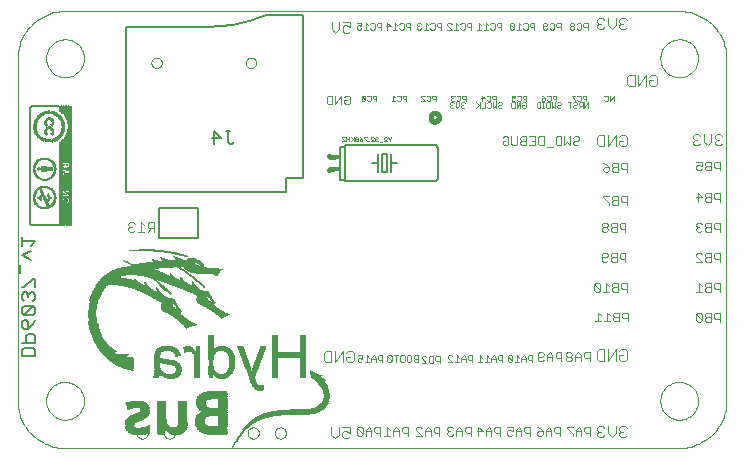
<source format=gbo>
G75*
%MOIN*%
%OFA0B0*%
%FSLAX24Y24*%
%IPPOS*%
%LPD*%
%AMOC8*
5,1,8,0,0,1.08239X$1,22.5*
%
%ADD10C,0.0020*%
%ADD11C,0.0160*%
%ADD12C,0.0030*%
%ADD13R,0.0010X0.4000*%
%ADD14R,0.0010X0.0830*%
%ADD15R,0.0010X0.3150*%
%ADD16R,0.0010X0.0790*%
%ADD17R,0.0010X0.0090*%
%ADD18R,0.0010X0.0610*%
%ADD19R,0.0010X0.0130*%
%ADD20R,0.0010X0.1900*%
%ADD21R,0.0010X0.0780*%
%ADD22R,0.0010X0.0080*%
%ADD23R,0.0010X0.0110*%
%ADD24R,0.0010X0.0770*%
%ADD25R,0.0010X0.0060*%
%ADD26R,0.0010X0.0070*%
%ADD27R,0.0010X0.0100*%
%ADD28R,0.0010X0.1190*%
%ADD29R,0.0010X0.0690*%
%ADD30R,0.0010X0.0760*%
%ADD31R,0.0010X0.0020*%
%ADD32R,0.0010X0.1100*%
%ADD33R,0.0010X0.0590*%
%ADD34R,0.0010X0.0750*%
%ADD35R,0.0010X0.0050*%
%ADD36R,0.0010X0.1050*%
%ADD37R,0.0010X0.0540*%
%ADD38R,0.0010X0.0040*%
%ADD39R,0.0010X0.1020*%
%ADD40R,0.0010X0.0510*%
%ADD41R,0.0010X0.0990*%
%ADD42R,0.0010X0.0480*%
%ADD43R,0.0010X0.0740*%
%ADD44R,0.0010X0.0970*%
%ADD45R,0.0010X0.0460*%
%ADD46R,0.0010X0.0900*%
%ADD47R,0.0010X0.0010*%
%ADD48R,0.0010X0.0950*%
%ADD49R,0.0010X0.0440*%
%ADD50R,0.0010X0.0030*%
%ADD51R,0.0010X0.0600*%
%ADD52R,0.0010X0.0930*%
%ADD53R,0.0010X0.0420*%
%ADD54R,0.0010X0.0910*%
%ADD55R,0.0010X0.0400*%
%ADD56R,0.0010X0.0890*%
%ADD57R,0.0010X0.0380*%
%ADD58R,0.0010X0.0880*%
%ADD59R,0.0010X0.0370*%
%ADD60R,0.0010X0.0580*%
%ADD61R,0.0010X0.0860*%
%ADD62R,0.0010X0.0350*%
%ADD63R,0.0010X0.0570*%
%ADD64R,0.0010X0.0850*%
%ADD65R,0.0010X0.0210*%
%ADD66R,0.0010X0.0340*%
%ADD67R,0.0010X0.0290*%
%ADD68R,0.0010X0.0330*%
%ADD69R,0.0010X0.0560*%
%ADD70R,0.0010X0.0820*%
%ADD71R,0.0010X0.0320*%
%ADD72R,0.0010X0.0550*%
%ADD73R,0.0010X0.0810*%
%ADD74R,0.0010X0.0410*%
%ADD75R,0.0010X0.0300*%
%ADD76R,0.0010X0.0800*%
%ADD77R,0.0010X0.0450*%
%ADD78R,0.0010X0.0490*%
%ADD79R,0.0010X0.0280*%
%ADD80R,0.0010X0.0520*%
%ADD81R,0.0010X0.0270*%
%ADD82R,0.0010X0.0530*%
%ADD83R,0.0010X0.0260*%
%ADD84R,0.0010X0.2860*%
%ADD85R,0.0010X0.0250*%
%ADD86R,0.0010X0.2850*%
%ADD87R,0.0010X0.0220*%
%ADD88R,0.0010X0.0240*%
%ADD89R,0.0010X0.2840*%
%ADD90R,0.0010X0.0200*%
%ADD91R,0.0010X0.0190*%
%ADD92R,0.0010X0.0230*%
%ADD93R,0.0010X0.2830*%
%ADD94R,0.0010X0.0180*%
%ADD95R,0.0010X0.0170*%
%ADD96R,0.0010X0.2820*%
%ADD97R,0.0010X0.0160*%
%ADD98R,0.0010X0.2810*%
%ADD99R,0.0010X0.0150*%
%ADD100R,0.0010X0.2800*%
%ADD101R,0.0010X0.0140*%
%ADD102R,0.0010X0.2790*%
%ADD103R,0.0010X0.0120*%
%ADD104R,0.0010X0.0310*%
%ADD105R,0.0010X0.0390*%
%ADD106R,0.0010X0.0430*%
%ADD107R,0.0010X0.0360*%
%ADD108R,0.0010X0.3980*%
%ADD109R,0.0010X0.3960*%
%ADD110R,0.0010X0.3920*%
%ADD111R,0.0010X0.0005*%
%ADD112R,0.0015X0.0005*%
%ADD113R,0.0020X0.0005*%
%ADD114R,0.0025X0.0005*%
%ADD115R,0.0030X0.0005*%
%ADD116R,0.0035X0.0005*%
%ADD117R,0.0040X0.0005*%
%ADD118R,0.0045X0.0005*%
%ADD119R,0.0050X0.0005*%
%ADD120R,0.0055X0.0005*%
%ADD121R,0.0060X0.0005*%
%ADD122R,0.0065X0.0005*%
%ADD123R,0.0070X0.0005*%
%ADD124R,0.0145X0.0005*%
%ADD125R,0.0100X0.0005*%
%ADD126R,0.0265X0.0005*%
%ADD127R,0.0180X0.0005*%
%ADD128R,0.0335X0.0005*%
%ADD129R,0.0230X0.0005*%
%ADD130R,0.0390X0.0005*%
%ADD131R,0.0270X0.0005*%
%ADD132R,0.0430X0.0005*%
%ADD133R,0.0310X0.0005*%
%ADD134R,0.0605X0.0005*%
%ADD135R,0.0470X0.0005*%
%ADD136R,0.0340X0.0005*%
%ADD137R,0.0655X0.0005*%
%ADD138R,0.0505X0.0005*%
%ADD139R,0.0235X0.0005*%
%ADD140R,0.0360X0.0005*%
%ADD141R,0.0690X0.0005*%
%ADD142R,0.0540X0.0005*%
%ADD143R,0.0385X0.0005*%
%ADD144R,0.0715X0.0005*%
%ADD145R,0.0075X0.0005*%
%ADD146R,0.0570X0.0005*%
%ADD147R,0.0410X0.0005*%
%ADD148R,0.0735X0.0005*%
%ADD149R,0.0595X0.0005*%
%ADD150R,0.0240X0.0005*%
%ADD151R,0.0755X0.0005*%
%ADD152R,0.0620X0.0005*%
%ADD153R,0.0445X0.0005*%
%ADD154R,0.0770X0.0005*%
%ADD155R,0.0645X0.0005*%
%ADD156R,0.0465X0.0005*%
%ADD157R,0.0785X0.0005*%
%ADD158R,0.0665X0.0005*%
%ADD159R,0.0480X0.0005*%
%ADD160R,0.0800X0.0005*%
%ADD161R,0.0080X0.0005*%
%ADD162R,0.0675X0.0005*%
%ADD163R,0.0245X0.0005*%
%ADD164R,0.0495X0.0005*%
%ADD165R,0.0810X0.0005*%
%ADD166R,0.0685X0.0005*%
%ADD167R,0.0825X0.0005*%
%ADD168R,0.0695X0.0005*%
%ADD169R,0.0525X0.0005*%
%ADD170R,0.0835X0.0005*%
%ADD171R,0.0700X0.0005*%
%ADD172R,0.0250X0.0005*%
%ADD173R,0.0535X0.0005*%
%ADD174R,0.0845X0.0005*%
%ADD175R,0.0705X0.0005*%
%ADD176R,0.0545X0.0005*%
%ADD177R,0.0855X0.0005*%
%ADD178R,0.0555X0.0005*%
%ADD179R,0.0865X0.0005*%
%ADD180R,0.0085X0.0005*%
%ADD181R,0.0720X0.0005*%
%ADD182R,0.0565X0.0005*%
%ADD183R,0.0870X0.0005*%
%ADD184R,0.0725X0.0005*%
%ADD185R,0.0255X0.0005*%
%ADD186R,0.0580X0.0005*%
%ADD187R,0.0880X0.0005*%
%ADD188R,0.0730X0.0005*%
%ADD189R,0.0590X0.0005*%
%ADD190R,0.0890X0.0005*%
%ADD191R,0.0090X0.0005*%
%ADD192R,0.0600X0.0005*%
%ADD193R,0.0895X0.0005*%
%ADD194R,0.0740X0.0005*%
%ADD195R,0.0260X0.0005*%
%ADD196R,0.0905X0.0005*%
%ADD197R,0.0745X0.0005*%
%ADD198R,0.0615X0.0005*%
%ADD199R,0.0910X0.0005*%
%ADD200R,0.0750X0.0005*%
%ADD201R,0.0915X0.0005*%
%ADD202R,0.0630X0.0005*%
%ADD203R,0.0925X0.0005*%
%ADD204R,0.0760X0.0005*%
%ADD205R,0.0640X0.0005*%
%ADD206R,0.0930X0.0005*%
%ADD207R,0.0765X0.0005*%
%ADD208R,0.0935X0.0005*%
%ADD209R,0.0095X0.0005*%
%ADD210R,0.0650X0.0005*%
%ADD211R,0.0940X0.0005*%
%ADD212R,0.0660X0.0005*%
%ADD213R,0.0945X0.0005*%
%ADD214R,0.0775X0.0005*%
%ADD215R,0.0950X0.0005*%
%ADD216R,0.0955X0.0005*%
%ADD217R,0.0780X0.0005*%
%ADD218R,0.0960X0.0005*%
%ADD219R,0.0965X0.0005*%
%ADD220R,0.0970X0.0005*%
%ADD221R,0.0790X0.0005*%
%ADD222R,0.0975X0.0005*%
%ADD223R,0.0980X0.0005*%
%ADD224R,0.0795X0.0005*%
%ADD225R,0.0985X0.0005*%
%ADD226R,0.0105X0.0005*%
%ADD227R,0.0990X0.0005*%
%ADD228R,0.0995X0.0005*%
%ADD229R,0.1000X0.0005*%
%ADD230R,0.0110X0.0005*%
%ADD231R,0.0805X0.0005*%
%ADD232R,0.0375X0.0005*%
%ADD233R,0.0300X0.0005*%
%ADD234R,0.1005X0.0005*%
%ADD235R,0.0355X0.0005*%
%ADD236R,0.1010X0.0005*%
%ADD237R,0.0330X0.0005*%
%ADD238R,0.0215X0.0005*%
%ADD239R,0.1015X0.0005*%
%ADD240R,0.0120X0.0005*%
%ADD241R,0.0320X0.0005*%
%ADD242R,0.0195X0.0005*%
%ADD243R,0.0405X0.0005*%
%ADD244R,0.0315X0.0005*%
%ADD245R,0.0175X0.0005*%
%ADD246R,0.0460X0.0005*%
%ADD247R,0.1020X0.0005*%
%ADD248R,0.0155X0.0005*%
%ADD249R,0.0305X0.0005*%
%ADD250R,0.0140X0.0005*%
%ADD251R,0.0370X0.0005*%
%ADD252R,0.1025X0.0005*%
%ADD253R,0.0420X0.0005*%
%ADD254R,0.0125X0.0005*%
%ADD255R,0.1030X0.0005*%
%ADD256R,0.0350X0.0005*%
%ADD257R,0.0475X0.0005*%
%ADD258R,0.0295X0.0005*%
%ADD259R,0.0395X0.0005*%
%ADD260R,0.0345X0.0005*%
%ADD261R,0.0440X0.0005*%
%ADD262R,0.0425X0.0005*%
%ADD263R,0.0130X0.0005*%
%ADD264R,0.0290X0.0005*%
%ADD265R,0.0380X0.0005*%
%ADD266R,0.0400X0.0005*%
%ADD267R,0.0135X0.0005*%
%ADD268R,0.0325X0.0005*%
%ADD269R,0.0005X0.0005*%
%ADD270R,0.0365X0.0005*%
%ADD271R,0.0150X0.0005*%
%ADD272R,0.0160X0.0005*%
%ADD273R,0.0165X0.0005*%
%ADD274R,0.0170X0.0005*%
%ADD275R,0.0185X0.0005*%
%ADD276R,0.0190X0.0005*%
%ADD277R,0.0415X0.0005*%
%ADD278R,0.0200X0.0005*%
%ADD279R,0.0205X0.0005*%
%ADD280R,0.0435X0.0005*%
%ADD281R,0.0450X0.0005*%
%ADD282R,0.0210X0.0005*%
%ADD283R,0.0220X0.0005*%
%ADD284R,0.0490X0.0005*%
%ADD285R,0.0225X0.0005*%
%ADD286R,0.0500X0.0005*%
%ADD287R,0.0510X0.0005*%
%ADD288R,0.0515X0.0005*%
%ADD289R,0.0530X0.0005*%
%ADD290R,0.0550X0.0005*%
%ADD291R,0.0280X0.0005*%
%ADD292R,0.0575X0.0005*%
%ADD293R,0.0285X0.0005*%
%ADD294R,0.0585X0.0005*%
%ADD295R,0.0610X0.0005*%
%ADD296R,0.0520X0.0005*%
%ADD297R,0.0560X0.0005*%
%ADD298R,0.0635X0.0005*%
%ADD299R,0.0885X0.0005*%
%ADD300R,0.1415X0.0005*%
%ADD301R,0.1495X0.0005*%
%ADD302R,0.1545X0.0005*%
%ADD303R,0.1570X0.0005*%
%ADD304R,0.1590X0.0005*%
%ADD305R,0.1605X0.0005*%
%ADD306R,0.1620X0.0005*%
%ADD307R,0.1630X0.0005*%
%ADD308R,0.1640X0.0005*%
%ADD309R,0.1635X0.0005*%
%ADD310R,0.0860X0.0005*%
%ADD311R,0.1610X0.0005*%
%ADD312R,0.1600X0.0005*%
%ADD313R,0.1585X0.0005*%
%ADD314R,0.1575X0.0005*%
%ADD315R,0.1555X0.0005*%
%ADD316R,0.0830X0.0005*%
%ADD317R,0.1540X0.0005*%
%ADD318R,0.1520X0.0005*%
%ADD319R,0.1475X0.0005*%
%ADD320R,0.1445X0.0005*%
%ADD321R,0.1410X0.0005*%
%ADD322R,0.1375X0.0005*%
%ADD323R,0.1325X0.0005*%
%ADD324R,0.1275X0.0005*%
%ADD325R,0.0920X0.0005*%
%ADD326R,0.1195X0.0005*%
%ADD327R,0.1075X0.0005*%
%ADD328R,0.0680X0.0005*%
%ADD329R,0.0275X0.0005*%
%ADD330R,0.0670X0.0005*%
%ADD331R,0.0625X0.0005*%
%ADD332R,0.0900X0.0005*%
%ADD333R,0.0875X0.0005*%
%ADD334R,0.0115X0.0005*%
%ADD335R,0.0455X0.0005*%
%ADD336R,0.0710X0.0005*%
%ADD337R,0.0815X0.0005*%
%ADD338R,0.0820X0.0005*%
%ADD339R,0.0850X0.0005*%
%ADD340R,0.1120X0.0005*%
%ADD341R,0.0485X0.0005*%
%ADD342R,0.1510X0.0005*%
%ADD343R,0.1500X0.0005*%
%ADD344R,0.1490X0.0005*%
%ADD345R,0.1465X0.0005*%
%ADD346R,0.1455X0.0005*%
%ADD347R,0.1440X0.0005*%
%ADD348R,0.1430X0.0005*%
%ADD349R,0.1420X0.0005*%
%ADD350R,0.1400X0.0005*%
%ADD351R,0.1390X0.0005*%
%ADD352R,0.1370X0.0005*%
%ADD353R,0.1360X0.0005*%
%ADD354R,0.1350X0.0005*%
%ADD355R,0.1340X0.0005*%
%ADD356R,0.1320X0.0005*%
%ADD357R,0.1310X0.0005*%
%ADD358R,0.1300X0.0005*%
%ADD359R,0.1290X0.0005*%
%ADD360R,0.1270X0.0005*%
%ADD361R,0.1260X0.0005*%
%ADD362R,0.1160X0.0005*%
%ADD363R,0.1140X0.0005*%
%ADD364R,0.1125X0.0005*%
%ADD365R,0.1105X0.0005*%
%ADD366R,0.1080X0.0005*%
%ADD367R,0.1060X0.0005*%
%ADD368R,0.1035X0.0005*%
%ADD369R,0.1135X0.0005*%
%ADD370R,0.1995X0.0005*%
%ADD371R,0.1975X0.0005*%
%ADD372R,0.1955X0.0005*%
%ADD373R,0.1940X0.0005*%
%ADD374R,0.1920X0.0005*%
%ADD375R,0.1905X0.0005*%
%ADD376R,0.1880X0.0005*%
%ADD377R,0.1865X0.0005*%
%ADD378R,0.1845X0.0005*%
%ADD379R,0.1830X0.0005*%
%ADD380R,0.1805X0.0005*%
%ADD381R,0.1785X0.0005*%
%ADD382R,0.1770X0.0005*%
%ADD383R,0.1745X0.0005*%
%ADD384R,0.1725X0.0005*%
%ADD385R,0.1705X0.0005*%
%ADD386R,0.1685X0.0005*%
%ADD387R,0.1660X0.0005*%
%ADD388R,0.1615X0.0005*%
%ADD389R,0.1595X0.0005*%
%ADD390R,0.1050X0.0005*%
%ADD391R,0.1065X0.0005*%
%ADD392R,0.1530X0.0005*%
%ADD393R,0.1085X0.0005*%
%ADD394R,0.1480X0.0005*%
%ADD395R,0.1115X0.0005*%
%ADD396R,0.1130X0.0005*%
%ADD397R,0.1405X0.0005*%
%ADD398R,0.1385X0.0005*%
%ADD399R,0.1150X0.0005*%
%ADD400R,0.1165X0.0005*%
%ADD401R,0.1180X0.0005*%
%ADD402R,0.1295X0.0005*%
%ADD403R,0.1190X0.0005*%
%ADD404R,0.1265X0.0005*%
%ADD405R,0.1200X0.0005*%
%ADD406R,0.1235X0.0005*%
%ADD407R,0.1215X0.0005*%
%ADD408R,0.1225X0.0005*%
%ADD409R,0.1245X0.0005*%
%ADD410R,0.1240X0.0005*%
%ADD411R,0.1250X0.0005*%
%ADD412R,0.1280X0.0005*%
%ADD413R,0.1315X0.0005*%
%ADD414R,0.1485X0.0005*%
%ADD415R,0.1730X0.0005*%
%ADD416R,0.1760X0.0005*%
%ADD417R,0.2535X0.0005*%
%ADD418R,0.2515X0.0005*%
%ADD419R,0.2375X0.0005*%
%ADD420R,0.2330X0.0005*%
%ADD421R,0.2290X0.0005*%
%ADD422R,0.2260X0.0005*%
%ADD423R,0.2235X0.0005*%
%ADD424R,0.2210X0.0005*%
%ADD425R,0.2195X0.0005*%
%ADD426R,0.2180X0.0005*%
%ADD427R,0.2160X0.0005*%
%ADD428R,0.2155X0.0005*%
%ADD429R,0.2070X0.0005*%
%ADD430R,0.2030X0.0005*%
%ADD431R,0.1960X0.0005*%
%ADD432R,0.1930X0.0005*%
%ADD433R,0.1890X0.0005*%
%ADD434R,0.1855X0.0005*%
%ADD435R,0.1810X0.0005*%
%ADD436R,0.1775X0.0005*%
%ADD437R,0.1735X0.0005*%
%ADD438R,0.1695X0.0005*%
%ADD439R,0.1650X0.0005*%
%ADD440R,0.1535X0.0005*%
%ADD441R,0.1645X0.0005*%
%ADD442C,0.0000*%
%ADD443C,0.0060*%
%ADD444R,0.0230X0.0160*%
%ADD445C,0.0050*%
%ADD446C,0.0040*%
D10*
X015731Y006322D02*
X015768Y006286D01*
X015841Y006286D01*
X015878Y006322D01*
X015878Y006396D02*
X015804Y006432D01*
X015768Y006432D01*
X015731Y006396D01*
X015731Y006322D01*
X015878Y006396D02*
X015878Y006506D01*
X015731Y006506D01*
X016025Y006506D02*
X016025Y006286D01*
X015952Y006286D02*
X016099Y006286D01*
X016173Y006286D02*
X016173Y006432D01*
X016246Y006506D01*
X016320Y006432D01*
X016320Y006286D01*
X016320Y006396D02*
X016173Y006396D01*
X016099Y006432D02*
X016025Y006506D01*
X016394Y006469D02*
X016394Y006396D01*
X016430Y006359D01*
X016541Y006359D01*
X016541Y006286D02*
X016541Y006506D01*
X016430Y006506D01*
X016394Y006469D01*
X016701Y006469D02*
X016701Y006322D01*
X016738Y006286D01*
X016811Y006286D01*
X016848Y006322D01*
X016701Y006469D01*
X016738Y006506D01*
X016811Y006506D01*
X016848Y006469D01*
X016848Y006322D01*
X016995Y006286D02*
X016995Y006506D01*
X016922Y006506D02*
X017069Y006506D01*
X017143Y006469D02*
X017179Y006506D01*
X017253Y006506D01*
X017290Y006469D01*
X017290Y006322D01*
X017253Y006286D01*
X017179Y006286D01*
X017143Y006322D01*
X017143Y006469D01*
X017364Y006469D02*
X017364Y006322D01*
X017400Y006286D01*
X017474Y006286D01*
X017511Y006322D01*
X017511Y006469D01*
X017474Y006506D01*
X017400Y006506D01*
X017364Y006469D01*
X017585Y006469D02*
X017585Y006432D01*
X017621Y006396D01*
X017732Y006396D01*
X017732Y006286D02*
X017732Y006506D01*
X017621Y006506D01*
X017585Y006469D01*
X017621Y006396D02*
X017585Y006359D01*
X017585Y006322D01*
X017621Y006286D01*
X017732Y006286D01*
X017861Y006256D02*
X018008Y006256D01*
X017861Y006402D01*
X017861Y006439D01*
X017898Y006476D01*
X017971Y006476D01*
X018008Y006439D01*
X018082Y006439D02*
X018118Y006476D01*
X018229Y006476D01*
X018229Y006256D01*
X018118Y006256D01*
X018082Y006292D01*
X018082Y006439D01*
X018303Y006439D02*
X018339Y006476D01*
X018450Y006476D01*
X018450Y006256D01*
X018450Y006329D02*
X018339Y006329D01*
X018303Y006366D01*
X018303Y006439D01*
X018731Y006432D02*
X018731Y006469D01*
X018768Y006506D01*
X018841Y006506D01*
X018878Y006469D01*
X018731Y006432D02*
X018878Y006286D01*
X018731Y006286D01*
X018952Y006286D02*
X019099Y006286D01*
X019173Y006286D02*
X019173Y006432D01*
X019246Y006506D01*
X019320Y006432D01*
X019320Y006286D01*
X019320Y006396D02*
X019173Y006396D01*
X019099Y006432D02*
X019025Y006506D01*
X019025Y006286D01*
X019394Y006396D02*
X019430Y006359D01*
X019541Y006359D01*
X019541Y006286D02*
X019541Y006506D01*
X019430Y006506D01*
X019394Y006469D01*
X019394Y006396D01*
X019731Y006286D02*
X019878Y006286D01*
X019804Y006286D02*
X019804Y006506D01*
X019878Y006432D01*
X019952Y006286D02*
X020099Y006286D01*
X020173Y006286D02*
X020173Y006432D01*
X020246Y006506D01*
X020320Y006432D01*
X020320Y006286D01*
X020320Y006396D02*
X020173Y006396D01*
X020099Y006432D02*
X020025Y006506D01*
X020025Y006286D01*
X020394Y006396D02*
X020394Y006469D01*
X020430Y006506D01*
X020541Y006506D01*
X020541Y006286D01*
X020541Y006359D02*
X020430Y006359D01*
X020394Y006396D01*
X020731Y006469D02*
X020878Y006322D01*
X020841Y006286D01*
X020768Y006286D01*
X020731Y006322D01*
X020731Y006469D01*
X020768Y006506D01*
X020841Y006506D01*
X020878Y006469D01*
X020878Y006322D01*
X020952Y006286D02*
X021099Y006286D01*
X021173Y006286D02*
X021173Y006432D01*
X021246Y006506D01*
X021320Y006432D01*
X021320Y006286D01*
X021320Y006396D02*
X021173Y006396D01*
X021099Y006432D02*
X021025Y006506D01*
X021025Y006286D01*
X021394Y006396D02*
X021394Y006469D01*
X021430Y006506D01*
X021541Y006506D01*
X021541Y006286D01*
X021541Y006359D02*
X021430Y006359D01*
X021394Y006396D01*
X016789Y013636D02*
X016789Y013706D01*
X016742Y013752D01*
X016742Y013776D01*
X016689Y013752D02*
X016665Y013776D01*
X016618Y013776D01*
X016595Y013752D01*
X016595Y013729D01*
X016689Y013636D01*
X016595Y013636D01*
X016541Y013612D02*
X016448Y013612D01*
X016394Y013659D02*
X016371Y013636D01*
X016324Y013636D01*
X016300Y013659D01*
X016300Y013682D01*
X016324Y013706D01*
X016347Y013706D01*
X016324Y013706D02*
X016300Y013729D01*
X016300Y013752D01*
X016324Y013776D01*
X016371Y013776D01*
X016394Y013752D01*
X016247Y013752D02*
X016223Y013776D01*
X016177Y013776D01*
X016153Y013752D01*
X016153Y013729D01*
X016247Y013636D01*
X016153Y013636D01*
X016099Y013636D02*
X016076Y013636D01*
X016076Y013659D01*
X016099Y013659D01*
X016099Y013636D01*
X016026Y013636D02*
X016026Y013659D01*
X015932Y013752D01*
X015932Y013776D01*
X016026Y013776D01*
X015878Y013706D02*
X015808Y013706D01*
X015785Y013682D01*
X015785Y013659D01*
X015808Y013636D01*
X015855Y013636D01*
X015878Y013659D01*
X015878Y013706D01*
X015832Y013752D01*
X015785Y013776D01*
X015731Y013752D02*
X015731Y013729D01*
X015708Y013706D01*
X015661Y013706D01*
X015638Y013682D01*
X015638Y013659D01*
X015661Y013636D01*
X015708Y013636D01*
X015731Y013659D01*
X015731Y013682D01*
X015708Y013706D01*
X015661Y013706D02*
X015638Y013729D01*
X015638Y013752D01*
X015661Y013776D01*
X015708Y013776D01*
X015731Y013752D01*
X015584Y013776D02*
X015584Y013636D01*
X015584Y013682D02*
X015490Y013776D01*
X015436Y013776D02*
X015436Y013636D01*
X015490Y013636D02*
X015560Y013706D01*
X015436Y013706D02*
X015343Y013706D01*
X015343Y013776D02*
X015343Y013636D01*
X015289Y013636D02*
X015196Y013636D01*
X015289Y013636D02*
X015289Y013659D01*
X015196Y013752D01*
X015196Y013776D01*
X015289Y013776D01*
X016789Y013706D02*
X016836Y013752D01*
X016836Y013776D01*
X016848Y014986D02*
X016968Y014986D01*
X016908Y014986D02*
X016908Y015166D01*
X016968Y015106D01*
X017032Y015136D02*
X017062Y015166D01*
X017122Y015166D01*
X017152Y015136D01*
X017152Y015016D01*
X017122Y014986D01*
X017062Y014986D01*
X017032Y015016D01*
X017217Y015076D02*
X017247Y015046D01*
X017337Y015046D01*
X017337Y014986D02*
X017337Y015166D01*
X017247Y015166D01*
X017217Y015136D01*
X017217Y015076D01*
X017838Y015106D02*
X017838Y015136D01*
X017868Y015166D01*
X017928Y015166D01*
X017958Y015136D01*
X018022Y015136D02*
X018052Y015166D01*
X018112Y015166D01*
X018142Y015136D01*
X018142Y015016D01*
X018112Y014986D01*
X018052Y014986D01*
X018022Y015016D01*
X017958Y014986D02*
X017838Y015106D01*
X017838Y014986D02*
X017958Y014986D01*
X018207Y015076D02*
X018237Y015046D01*
X018327Y015046D01*
X018327Y014986D02*
X018327Y015166D01*
X018237Y015166D01*
X018207Y015136D01*
X018207Y015076D01*
X018798Y014906D02*
X018798Y014876D01*
X018828Y014846D01*
X018798Y014816D01*
X018798Y014786D01*
X018828Y014756D01*
X018888Y014756D01*
X018918Y014786D01*
X018982Y014816D02*
X018982Y014936D01*
X018918Y014906D02*
X018888Y014936D01*
X018828Y014936D01*
X018798Y014906D01*
X018828Y014846D02*
X018858Y014846D01*
X018982Y014816D02*
X019042Y014756D01*
X019102Y014816D01*
X019102Y014936D01*
X019102Y014986D02*
X019042Y014986D01*
X019012Y015016D01*
X018948Y015016D02*
X018918Y014986D01*
X018858Y014986D01*
X018828Y015016D01*
X018828Y015046D01*
X018858Y015076D01*
X018888Y015076D01*
X018858Y015076D02*
X018828Y015106D01*
X018828Y015136D01*
X018858Y015166D01*
X018918Y015166D01*
X018948Y015136D01*
X019012Y015136D02*
X019042Y015166D01*
X019102Y015166D01*
X019132Y015136D01*
X019132Y015016D01*
X019102Y014986D01*
X019167Y014906D02*
X019167Y014876D01*
X019197Y014846D01*
X019167Y014816D01*
X019167Y014786D01*
X019197Y014756D01*
X019257Y014756D01*
X019287Y014786D01*
X019227Y014846D02*
X019197Y014846D01*
X019167Y014906D02*
X019197Y014936D01*
X019257Y014936D01*
X019287Y014906D01*
X019317Y014986D02*
X019317Y015166D01*
X019227Y015166D01*
X019197Y015136D01*
X019197Y015076D01*
X019227Y015046D01*
X019317Y015046D01*
X019670Y014936D02*
X019790Y014816D01*
X019760Y014846D02*
X019670Y014756D01*
X019790Y014756D02*
X019790Y014936D01*
X019868Y014986D02*
X019868Y015166D01*
X019958Y015076D01*
X019838Y015076D01*
X020022Y015136D02*
X020052Y015166D01*
X020112Y015166D01*
X020142Y015136D01*
X020142Y015016D01*
X020112Y014986D01*
X020052Y014986D01*
X020022Y015016D01*
X020068Y014936D02*
X020128Y014936D01*
X020158Y014906D01*
X020158Y014786D01*
X020128Y014756D01*
X020068Y014756D01*
X020038Y014786D01*
X019974Y014756D02*
X019854Y014756D01*
X019974Y014756D02*
X019974Y014936D01*
X020038Y014906D02*
X020068Y014936D01*
X020222Y014936D02*
X020222Y014756D01*
X020282Y014816D01*
X020342Y014756D01*
X020342Y014936D01*
X020327Y014986D02*
X020327Y015166D01*
X020237Y015166D01*
X020207Y015136D01*
X020207Y015076D01*
X020237Y015046D01*
X020327Y015046D01*
X020437Y014936D02*
X020497Y014936D01*
X020527Y014906D01*
X020527Y014876D01*
X020497Y014846D01*
X020437Y014846D01*
X020407Y014816D01*
X020407Y014786D01*
X020437Y014756D01*
X020497Y014756D01*
X020527Y014786D01*
X020407Y014906D02*
X020437Y014936D01*
X020838Y014906D02*
X020868Y014936D01*
X020958Y014936D01*
X020958Y014756D01*
X020868Y014756D01*
X020838Y014786D01*
X020838Y014906D01*
X020878Y014986D02*
X020938Y014986D01*
X020968Y015016D01*
X020968Y015076D02*
X020908Y015106D01*
X020878Y015106D01*
X020848Y015076D01*
X020848Y015016D01*
X020878Y014986D01*
X020968Y015076D02*
X020968Y015166D01*
X020848Y015166D01*
X021032Y015136D02*
X021062Y015166D01*
X021122Y015166D01*
X021152Y015136D01*
X021152Y015016D01*
X021122Y014986D01*
X021062Y014986D01*
X021032Y015016D01*
X021022Y014936D02*
X021022Y014756D01*
X021142Y014936D01*
X021142Y014756D01*
X021207Y014786D02*
X021207Y014846D01*
X021267Y014846D01*
X021327Y014906D02*
X021327Y014786D01*
X021297Y014756D01*
X021237Y014756D01*
X021207Y014786D01*
X021207Y014906D02*
X021237Y014936D01*
X021297Y014936D01*
X021327Y014906D01*
X021337Y014986D02*
X021337Y015166D01*
X021247Y015166D01*
X021217Y015136D01*
X021217Y015076D01*
X021247Y015046D01*
X021337Y015046D01*
X021691Y014906D02*
X021721Y014936D01*
X021781Y014936D01*
X021811Y014906D01*
X021811Y014786D01*
X021781Y014756D01*
X021721Y014756D01*
X021691Y014786D01*
X021691Y014906D01*
X021874Y014936D02*
X021934Y014936D01*
X021904Y014936D02*
X021904Y014756D01*
X021934Y014756D02*
X021874Y014756D01*
X021998Y014786D02*
X021998Y014906D01*
X022028Y014936D01*
X022118Y014936D01*
X022118Y014756D01*
X022028Y014756D01*
X021998Y014786D01*
X022182Y014756D02*
X022182Y014936D01*
X022122Y014986D02*
X022062Y014986D01*
X022032Y015016D01*
X021968Y015016D02*
X021938Y014986D01*
X021878Y014986D01*
X021848Y015016D01*
X021848Y015046D01*
X021878Y015076D01*
X021968Y015076D01*
X021968Y015016D01*
X021968Y015076D02*
X021908Y015136D01*
X021848Y015166D01*
X022032Y015136D02*
X022062Y015166D01*
X022122Y015166D01*
X022152Y015136D01*
X022152Y015016D01*
X022122Y014986D01*
X022217Y015076D02*
X022247Y015046D01*
X022337Y015046D01*
X022337Y014986D02*
X022337Y015166D01*
X022247Y015166D01*
X022217Y015136D01*
X022217Y015076D01*
X022302Y014936D02*
X022302Y014756D01*
X022242Y014816D01*
X022182Y014756D01*
X022367Y014786D02*
X022397Y014756D01*
X022457Y014756D01*
X022487Y014786D01*
X022457Y014846D02*
X022397Y014846D01*
X022367Y014816D01*
X022367Y014786D01*
X022457Y014846D02*
X022487Y014876D01*
X022487Y014906D01*
X022457Y014936D01*
X022397Y014936D01*
X022367Y014906D01*
X022724Y014936D02*
X022844Y014936D01*
X022784Y014936D02*
X022784Y014756D01*
X022908Y014786D02*
X022938Y014756D01*
X022998Y014756D01*
X023028Y014786D01*
X022998Y014846D02*
X022938Y014846D01*
X022908Y014816D01*
X022908Y014786D01*
X022998Y014846D02*
X023028Y014876D01*
X023028Y014906D01*
X022998Y014936D01*
X022938Y014936D01*
X022908Y014906D01*
X022968Y014986D02*
X022968Y015016D01*
X022848Y015136D01*
X022848Y015166D01*
X022968Y015166D01*
X023032Y015136D02*
X023062Y015166D01*
X023122Y015166D01*
X023152Y015136D01*
X023152Y015016D01*
X023122Y014986D01*
X023062Y014986D01*
X023032Y015016D01*
X023122Y014936D02*
X023092Y014906D01*
X023092Y014846D01*
X023122Y014816D01*
X023212Y014816D01*
X023152Y014816D02*
X023092Y014756D01*
X023212Y014756D02*
X023212Y014936D01*
X023122Y014936D01*
X023277Y014936D02*
X023277Y014756D01*
X023397Y014936D01*
X023397Y014756D01*
X023337Y014986D02*
X023337Y015166D01*
X023247Y015166D01*
X023217Y015136D01*
X023217Y015076D01*
X023247Y015046D01*
X023337Y015046D01*
X023942Y015016D02*
X023972Y014986D01*
X024032Y014986D01*
X024062Y015016D01*
X024062Y015136D01*
X024032Y015166D01*
X023972Y015166D01*
X023942Y015136D01*
X024127Y015166D02*
X024127Y014986D01*
X024247Y015166D01*
X024247Y014986D01*
X023387Y017366D02*
X023387Y017586D01*
X023277Y017586D01*
X023240Y017549D01*
X023240Y017476D01*
X023277Y017439D01*
X023387Y017439D01*
X023166Y017402D02*
X023129Y017366D01*
X023056Y017366D01*
X023019Y017402D01*
X022945Y017402D02*
X022945Y017439D01*
X022908Y017476D01*
X022835Y017476D01*
X022798Y017439D01*
X022798Y017402D01*
X022835Y017366D01*
X022908Y017366D01*
X022945Y017402D01*
X022908Y017476D02*
X022945Y017512D01*
X022945Y017549D01*
X022908Y017586D01*
X022835Y017586D01*
X022798Y017549D01*
X022798Y017512D01*
X022835Y017476D01*
X023019Y017549D02*
X023056Y017586D01*
X023129Y017586D01*
X023166Y017549D01*
X023166Y017402D01*
X022487Y017366D02*
X022487Y017586D01*
X022377Y017586D01*
X022340Y017549D01*
X022340Y017476D01*
X022377Y017439D01*
X022487Y017439D01*
X022266Y017402D02*
X022229Y017366D01*
X022156Y017366D01*
X022119Y017402D01*
X022045Y017402D02*
X022008Y017366D01*
X021935Y017366D01*
X021898Y017402D01*
X021898Y017549D01*
X021935Y017586D01*
X022008Y017586D01*
X022045Y017549D01*
X022045Y017512D01*
X022008Y017476D01*
X021898Y017476D01*
X022119Y017549D02*
X022156Y017586D01*
X022229Y017586D01*
X022266Y017549D01*
X022266Y017402D01*
X021607Y017366D02*
X021607Y017586D01*
X021497Y017586D01*
X021460Y017549D01*
X021460Y017476D01*
X021497Y017439D01*
X021607Y017439D01*
X021386Y017402D02*
X021349Y017366D01*
X021276Y017366D01*
X021239Y017402D01*
X021165Y017366D02*
X021018Y017366D01*
X021091Y017366D02*
X021091Y017586D01*
X021165Y017512D01*
X021239Y017549D02*
X021276Y017586D01*
X021349Y017586D01*
X021386Y017549D01*
X021386Y017402D01*
X020944Y017402D02*
X020797Y017549D01*
X020797Y017402D01*
X020834Y017366D01*
X020907Y017366D01*
X020944Y017402D01*
X020944Y017549D01*
X020907Y017586D01*
X020834Y017586D01*
X020797Y017549D01*
X020507Y017586D02*
X020397Y017586D01*
X020360Y017549D01*
X020360Y017476D01*
X020397Y017439D01*
X020507Y017439D01*
X020507Y017366D02*
X020507Y017586D01*
X020286Y017549D02*
X020286Y017402D01*
X020249Y017366D01*
X020176Y017366D01*
X020139Y017402D01*
X020065Y017366D02*
X019918Y017366D01*
X019991Y017366D02*
X019991Y017586D01*
X020065Y017512D01*
X020139Y017549D02*
X020176Y017586D01*
X020249Y017586D01*
X020286Y017549D01*
X019844Y017512D02*
X019770Y017586D01*
X019770Y017366D01*
X019697Y017366D02*
X019844Y017366D01*
X019511Y017366D02*
X019511Y017586D01*
X019400Y017586D01*
X019364Y017549D01*
X019364Y017476D01*
X019400Y017439D01*
X019511Y017439D01*
X019290Y017402D02*
X019253Y017366D01*
X019179Y017366D01*
X019143Y017402D01*
X019069Y017366D02*
X018922Y017366D01*
X018995Y017366D02*
X018995Y017586D01*
X019069Y017512D01*
X019143Y017549D02*
X019179Y017586D01*
X019253Y017586D01*
X019290Y017549D01*
X019290Y017402D01*
X018848Y017366D02*
X018701Y017512D01*
X018701Y017549D01*
X018738Y017586D01*
X018811Y017586D01*
X018848Y017549D01*
X018848Y017366D02*
X018701Y017366D01*
X018507Y017366D02*
X018507Y017586D01*
X018397Y017586D01*
X018360Y017549D01*
X018360Y017476D01*
X018397Y017439D01*
X018507Y017439D01*
X018286Y017402D02*
X018249Y017366D01*
X018176Y017366D01*
X018139Y017402D01*
X018065Y017366D02*
X017918Y017366D01*
X017991Y017366D02*
X017991Y017586D01*
X018065Y017512D01*
X018139Y017549D02*
X018176Y017586D01*
X018249Y017586D01*
X018286Y017549D01*
X018286Y017402D01*
X017844Y017402D02*
X017807Y017366D01*
X017734Y017366D01*
X017697Y017402D01*
X017697Y017439D01*
X017734Y017476D01*
X017770Y017476D01*
X017734Y017476D02*
X017697Y017512D01*
X017697Y017549D01*
X017734Y017586D01*
X017807Y017586D01*
X017844Y017549D01*
X017477Y017586D02*
X017477Y017366D01*
X017477Y017439D02*
X017367Y017439D01*
X017330Y017476D01*
X017330Y017549D01*
X017367Y017586D01*
X017477Y017586D01*
X017256Y017549D02*
X017219Y017586D01*
X017146Y017586D01*
X017109Y017549D01*
X017035Y017512D02*
X016961Y017586D01*
X016961Y017366D01*
X016888Y017366D02*
X017035Y017366D01*
X017109Y017402D02*
X017146Y017366D01*
X017219Y017366D01*
X017256Y017402D01*
X017256Y017549D01*
X016814Y017476D02*
X016667Y017476D01*
X016704Y017586D02*
X016814Y017476D01*
X016704Y017366D02*
X016704Y017586D01*
X016507Y017586D02*
X016507Y017366D01*
X016507Y017439D02*
X016397Y017439D01*
X016360Y017476D01*
X016360Y017549D01*
X016397Y017586D01*
X016507Y017586D01*
X016286Y017549D02*
X016249Y017586D01*
X016176Y017586D01*
X016139Y017549D01*
X016065Y017512D02*
X015991Y017586D01*
X015991Y017366D01*
X015918Y017366D02*
X016065Y017366D01*
X016139Y017402D02*
X016176Y017366D01*
X016249Y017366D01*
X016286Y017402D01*
X016286Y017549D01*
X015844Y017586D02*
X015844Y017476D01*
X015770Y017512D01*
X015734Y017512D01*
X015697Y017476D01*
X015697Y017402D01*
X015734Y017366D01*
X015807Y017366D01*
X015844Y017402D01*
X015844Y017586D02*
X015697Y017586D01*
X015878Y015166D02*
X015848Y015136D01*
X015968Y015016D01*
X015938Y014986D01*
X015878Y014986D01*
X015848Y015016D01*
X015848Y015136D01*
X015878Y015166D02*
X015938Y015166D01*
X015968Y015136D01*
X015968Y015016D01*
X016032Y015016D02*
X016062Y014986D01*
X016122Y014986D01*
X016152Y015016D01*
X016152Y015136D01*
X016122Y015166D01*
X016062Y015166D01*
X016032Y015136D01*
X016217Y015136D02*
X016247Y015166D01*
X016337Y015166D01*
X016337Y014986D01*
X016337Y015046D02*
X016247Y015046D01*
X016217Y015076D01*
X016217Y015136D01*
D11*
X018146Y014439D02*
X018148Y014462D01*
X018154Y014485D01*
X018163Y014506D01*
X018176Y014526D01*
X018192Y014543D01*
X018210Y014557D01*
X018230Y014568D01*
X018252Y014576D01*
X018275Y014580D01*
X018299Y014580D01*
X018322Y014576D01*
X018344Y014568D01*
X018364Y014557D01*
X018382Y014543D01*
X018398Y014526D01*
X018411Y014506D01*
X018420Y014485D01*
X018426Y014462D01*
X018428Y014439D01*
X018426Y014416D01*
X018420Y014393D01*
X018411Y014372D01*
X018398Y014352D01*
X018382Y014335D01*
X018364Y014321D01*
X018344Y014310D01*
X018322Y014302D01*
X018299Y014298D01*
X018275Y014298D01*
X018252Y014302D01*
X018230Y014310D01*
X018210Y014321D01*
X018192Y014335D01*
X018176Y014352D01*
X018163Y014372D01*
X018154Y014393D01*
X018148Y014416D01*
X018146Y014439D01*
X014937Y013116D02*
X014787Y013116D01*
X014767Y013136D01*
X014787Y012716D02*
X014767Y012696D01*
X014787Y012716D02*
X014887Y012716D01*
D12*
X014872Y014871D02*
X014727Y014871D01*
X014679Y014919D01*
X014679Y015112D01*
X014727Y015161D01*
X014872Y015161D01*
X014872Y014871D01*
X014973Y014871D02*
X014973Y015161D01*
X015167Y015161D02*
X014973Y014871D01*
X015167Y014871D02*
X015167Y015161D01*
X015268Y015112D02*
X015316Y015161D01*
X015413Y015161D01*
X015462Y015112D01*
X015462Y014919D01*
X015413Y014871D01*
X015316Y014871D01*
X015268Y014919D01*
X015268Y015016D01*
X015365Y015016D01*
X015400Y017261D02*
X015462Y017322D01*
X015400Y017261D02*
X015276Y017261D01*
X015215Y017322D01*
X015215Y017446D01*
X015276Y017507D01*
X015338Y017507D01*
X015462Y017446D01*
X015462Y017631D01*
X015215Y017631D01*
X015093Y017631D02*
X015093Y017384D01*
X014970Y017261D01*
X014846Y017384D01*
X014846Y017631D01*
X020546Y013757D02*
X020594Y013806D01*
X020691Y013806D01*
X020739Y013757D01*
X020739Y013564D01*
X020691Y013516D01*
X020594Y013516D01*
X020546Y013564D01*
X020546Y013661D01*
X020643Y013661D01*
X020841Y013564D02*
X020889Y013516D01*
X020986Y013516D01*
X021034Y013564D01*
X021034Y013806D01*
X021135Y013757D02*
X021135Y013709D01*
X021184Y013661D01*
X021329Y013661D01*
X021329Y013806D02*
X021184Y013806D01*
X021135Y013757D01*
X021184Y013661D02*
X021135Y013612D01*
X021135Y013564D01*
X021184Y013516D01*
X021329Y013516D01*
X021329Y013806D01*
X021430Y013806D02*
X021623Y013806D01*
X021623Y013516D01*
X021430Y013516D01*
X021527Y013661D02*
X021623Y013661D01*
X021725Y013564D02*
X021725Y013757D01*
X021773Y013806D01*
X021918Y013806D01*
X021918Y013516D01*
X021773Y013516D01*
X021725Y013564D01*
X022019Y013467D02*
X022213Y013467D01*
X022314Y013564D02*
X022314Y013757D01*
X022362Y013806D01*
X022507Y013806D01*
X022507Y013516D01*
X022362Y013516D01*
X022314Y013564D01*
X022608Y013516D02*
X022608Y013806D01*
X022802Y013806D02*
X022802Y013516D01*
X022705Y013612D01*
X022608Y013516D01*
X022903Y013564D02*
X022951Y013516D01*
X023048Y013516D01*
X023097Y013564D01*
X023048Y013661D02*
X022951Y013661D01*
X022903Y013612D01*
X022903Y013564D01*
X023048Y013661D02*
X023097Y013709D01*
X023097Y013757D01*
X023048Y013806D01*
X022951Y013806D01*
X022903Y013757D01*
X023698Y013789D02*
X023698Y013542D01*
X023760Y013481D01*
X023945Y013481D01*
X023945Y013851D01*
X023760Y013851D01*
X023698Y013789D01*
X024066Y013851D02*
X024066Y013481D01*
X024313Y013851D01*
X024313Y013481D01*
X024435Y013542D02*
X024435Y013666D01*
X024558Y013666D01*
X024435Y013789D02*
X024496Y013851D01*
X024620Y013851D01*
X024682Y013789D01*
X024682Y013542D01*
X024620Y013481D01*
X024496Y013481D01*
X024435Y013542D01*
X024387Y012921D02*
X024242Y012921D01*
X024193Y012872D01*
X024193Y012824D01*
X024242Y012776D01*
X024387Y012776D01*
X024488Y012776D02*
X024536Y012727D01*
X024682Y012727D01*
X024682Y012631D02*
X024682Y012921D01*
X024536Y012921D01*
X024488Y012872D01*
X024488Y012776D01*
X024387Y012631D02*
X024387Y012921D01*
X024242Y012776D02*
X024193Y012727D01*
X024193Y012679D01*
X024242Y012631D01*
X024387Y012631D01*
X024092Y012679D02*
X024092Y012776D01*
X023947Y012776D01*
X023899Y012727D01*
X023899Y012679D01*
X023947Y012631D01*
X024044Y012631D01*
X024092Y012679D01*
X024092Y012776D02*
X023996Y012872D01*
X023899Y012921D01*
X023899Y011821D02*
X023899Y011772D01*
X024092Y011579D01*
X024092Y011531D01*
X024193Y011579D02*
X024242Y011531D01*
X024387Y011531D01*
X024387Y011821D01*
X024242Y011821D01*
X024193Y011772D01*
X024193Y011724D01*
X024242Y011676D01*
X024387Y011676D01*
X024488Y011676D02*
X024488Y011772D01*
X024536Y011821D01*
X024682Y011821D01*
X024682Y011531D01*
X024682Y011627D02*
X024536Y011627D01*
X024488Y011676D01*
X024242Y011676D02*
X024193Y011627D01*
X024193Y011579D01*
X024092Y011821D02*
X023899Y011821D01*
X023907Y010921D02*
X023859Y010872D01*
X023859Y010824D01*
X023907Y010776D01*
X024004Y010776D01*
X024052Y010824D01*
X024052Y010872D01*
X024004Y010921D01*
X023907Y010921D01*
X023907Y010776D02*
X023859Y010727D01*
X023859Y010679D01*
X023907Y010631D01*
X024004Y010631D01*
X024052Y010679D01*
X024052Y010727D01*
X024004Y010776D01*
X024153Y010824D02*
X024202Y010776D01*
X024347Y010776D01*
X024448Y010776D02*
X024496Y010727D01*
X024642Y010727D01*
X024642Y010631D02*
X024642Y010921D01*
X024496Y010921D01*
X024448Y010872D01*
X024448Y010776D01*
X024347Y010631D02*
X024347Y010921D01*
X024202Y010921D01*
X024153Y010872D01*
X024153Y010824D01*
X024202Y010776D02*
X024153Y010727D01*
X024153Y010679D01*
X024202Y010631D01*
X024347Y010631D01*
X024347Y009921D02*
X024202Y009921D01*
X024153Y009872D01*
X024153Y009824D01*
X024202Y009776D01*
X024347Y009776D01*
X024448Y009776D02*
X024496Y009727D01*
X024642Y009727D01*
X024642Y009631D02*
X024642Y009921D01*
X024496Y009921D01*
X024448Y009872D01*
X024448Y009776D01*
X024347Y009631D02*
X024347Y009921D01*
X024202Y009776D02*
X024153Y009727D01*
X024153Y009679D01*
X024202Y009631D01*
X024347Y009631D01*
X024052Y009679D02*
X024004Y009631D01*
X023907Y009631D01*
X023859Y009679D01*
X023859Y009872D01*
X023907Y009921D01*
X024004Y009921D01*
X024052Y009872D01*
X024052Y009824D01*
X024004Y009776D01*
X023859Y009776D01*
X023749Y008921D02*
X023653Y008921D01*
X023604Y008872D01*
X023798Y008679D01*
X023749Y008631D01*
X023653Y008631D01*
X023604Y008679D01*
X023604Y008872D01*
X023749Y008921D02*
X023798Y008872D01*
X023798Y008679D01*
X023899Y008631D02*
X024092Y008631D01*
X023996Y008631D02*
X023996Y008921D01*
X024092Y008824D01*
X024193Y008824D02*
X024242Y008776D01*
X024387Y008776D01*
X024488Y008776D02*
X024536Y008727D01*
X024682Y008727D01*
X024682Y008631D02*
X024682Y008921D01*
X024536Y008921D01*
X024488Y008872D01*
X024488Y008776D01*
X024387Y008631D02*
X024387Y008921D01*
X024242Y008921D01*
X024193Y008872D01*
X024193Y008824D01*
X024242Y008776D02*
X024193Y008727D01*
X024193Y008679D01*
X024242Y008631D01*
X024387Y008631D01*
X024417Y007931D02*
X024272Y007931D01*
X024223Y007882D01*
X024223Y007834D01*
X024272Y007786D01*
X024417Y007786D01*
X024518Y007786D02*
X024518Y007882D01*
X024566Y007931D01*
X024712Y007931D01*
X024712Y007641D01*
X024712Y007737D02*
X024566Y007737D01*
X024518Y007786D01*
X024417Y007641D02*
X024417Y007931D01*
X024272Y007786D02*
X024223Y007737D01*
X024223Y007689D01*
X024272Y007641D01*
X024417Y007641D01*
X024122Y007641D02*
X023929Y007641D01*
X024026Y007641D02*
X024026Y007931D01*
X024122Y007834D01*
X023828Y007834D02*
X023731Y007931D01*
X023731Y007641D01*
X023828Y007641D02*
X023634Y007641D01*
X023760Y006701D02*
X023945Y006701D01*
X023945Y006331D01*
X023760Y006331D01*
X023698Y006392D01*
X023698Y006639D01*
X023760Y006701D01*
X024066Y006701D02*
X024066Y006331D01*
X024313Y006701D01*
X024313Y006331D01*
X024435Y006392D02*
X024435Y006516D01*
X024558Y006516D01*
X024435Y006639D02*
X024496Y006701D01*
X024620Y006701D01*
X024682Y006639D01*
X024682Y006392D01*
X024620Y006331D01*
X024496Y006331D01*
X024435Y006392D01*
X023446Y006407D02*
X023300Y006407D01*
X023252Y006456D01*
X023252Y006552D01*
X023300Y006601D01*
X023446Y006601D01*
X023446Y006311D01*
X023151Y006311D02*
X023151Y006504D01*
X023054Y006601D01*
X022957Y006504D01*
X022957Y006311D01*
X022856Y006359D02*
X022856Y006407D01*
X022808Y006456D01*
X022711Y006456D01*
X022663Y006407D01*
X022663Y006359D01*
X022711Y006311D01*
X022808Y006311D01*
X022856Y006359D01*
X022808Y006456D02*
X022856Y006504D01*
X022856Y006552D01*
X022808Y006601D01*
X022711Y006601D01*
X022663Y006552D01*
X022663Y006504D01*
X022711Y006456D01*
X022506Y006407D02*
X022360Y006407D01*
X022312Y006456D01*
X022312Y006552D01*
X022360Y006601D01*
X022506Y006601D01*
X022506Y006311D01*
X022211Y006311D02*
X022211Y006504D01*
X022114Y006601D01*
X022017Y006504D01*
X022017Y006311D01*
X021916Y006359D02*
X021868Y006311D01*
X021771Y006311D01*
X021723Y006359D01*
X021723Y006552D01*
X021771Y006601D01*
X021868Y006601D01*
X021916Y006552D01*
X021916Y006504D01*
X021868Y006456D01*
X021723Y006456D01*
X022017Y006456D02*
X022211Y006456D01*
X022957Y006456D02*
X023151Y006456D01*
X023080Y004121D02*
X022983Y004024D01*
X022983Y003831D01*
X022882Y003831D02*
X022882Y003879D01*
X022689Y004072D01*
X022689Y004121D01*
X022882Y004121D01*
X022983Y003976D02*
X023177Y003976D01*
X023177Y004024D02*
X023080Y004121D01*
X023177Y004024D02*
X023177Y003831D01*
X023278Y003976D02*
X023326Y003927D01*
X023472Y003927D01*
X023472Y003831D02*
X023472Y004121D01*
X023326Y004121D01*
X023278Y004072D01*
X023278Y003976D01*
X023698Y004027D02*
X023698Y004089D01*
X023760Y004151D01*
X023883Y004151D01*
X023945Y004089D01*
X024066Y004151D02*
X024066Y003904D01*
X024190Y003781D01*
X024313Y003904D01*
X024313Y004151D01*
X024435Y004089D02*
X024435Y004027D01*
X024496Y003966D01*
X024435Y003904D01*
X024435Y003842D01*
X024496Y003781D01*
X024620Y003781D01*
X024682Y003842D01*
X024558Y003966D02*
X024496Y003966D01*
X024435Y004089D02*
X024496Y004151D01*
X024620Y004151D01*
X024682Y004089D01*
X023945Y003842D02*
X023883Y003781D01*
X023760Y003781D01*
X023698Y003842D01*
X023698Y003904D01*
X023760Y003966D01*
X023822Y003966D01*
X023760Y003966D02*
X023698Y004027D01*
X022472Y004121D02*
X022472Y003831D01*
X022472Y003927D02*
X022326Y003927D01*
X022278Y003976D01*
X022278Y004072D01*
X022326Y004121D01*
X022472Y004121D01*
X022177Y004024D02*
X022080Y004121D01*
X021983Y004024D01*
X021983Y003831D01*
X021882Y003879D02*
X021834Y003831D01*
X021737Y003831D01*
X021689Y003879D01*
X021689Y003927D01*
X021737Y003976D01*
X021882Y003976D01*
X021882Y003879D01*
X021882Y003976D02*
X021786Y004072D01*
X021689Y004121D01*
X021472Y004121D02*
X021326Y004121D01*
X021278Y004072D01*
X021278Y003976D01*
X021326Y003927D01*
X021472Y003927D01*
X021472Y003831D02*
X021472Y004121D01*
X021177Y004024D02*
X021080Y004121D01*
X020983Y004024D01*
X020983Y003831D01*
X020882Y003879D02*
X020834Y003831D01*
X020737Y003831D01*
X020689Y003879D01*
X020689Y003976D01*
X020737Y004024D01*
X020786Y004024D01*
X020882Y003976D01*
X020882Y004121D01*
X020689Y004121D01*
X020472Y004121D02*
X020326Y004121D01*
X020278Y004072D01*
X020278Y003976D01*
X020326Y003927D01*
X020472Y003927D01*
X020472Y003831D02*
X020472Y004121D01*
X020177Y004024D02*
X020080Y004121D01*
X019983Y004024D01*
X019983Y003831D01*
X019983Y003976D02*
X020177Y003976D01*
X020177Y004024D02*
X020177Y003831D01*
X019882Y003976D02*
X019689Y003976D01*
X019737Y003831D02*
X019737Y004121D01*
X019882Y003976D01*
X019492Y003927D02*
X019346Y003927D01*
X019298Y003976D01*
X019298Y004072D01*
X019346Y004121D01*
X019492Y004121D01*
X019492Y003831D01*
X019197Y003831D02*
X019197Y004024D01*
X019100Y004121D01*
X019003Y004024D01*
X019003Y003831D01*
X018902Y003879D02*
X018854Y003831D01*
X018757Y003831D01*
X018709Y003879D01*
X018709Y003927D01*
X018757Y003976D01*
X018806Y003976D01*
X018757Y003976D02*
X018709Y004024D01*
X018709Y004072D01*
X018757Y004121D01*
X018854Y004121D01*
X018902Y004072D01*
X019003Y003976D02*
X019197Y003976D01*
X018442Y003927D02*
X018296Y003927D01*
X018248Y003976D01*
X018248Y004072D01*
X018296Y004121D01*
X018442Y004121D01*
X018442Y003831D01*
X018147Y003831D02*
X018147Y004024D01*
X018050Y004121D01*
X017953Y004024D01*
X017953Y003831D01*
X017852Y003831D02*
X017659Y004024D01*
X017659Y004072D01*
X017707Y004121D01*
X017804Y004121D01*
X017852Y004072D01*
X017953Y003976D02*
X018147Y003976D01*
X017852Y003831D02*
X017659Y003831D01*
X017392Y003831D02*
X017392Y004121D01*
X017246Y004121D01*
X017198Y004072D01*
X017198Y003976D01*
X017246Y003927D01*
X017392Y003927D01*
X017097Y003976D02*
X016903Y003976D01*
X016903Y004024D02*
X016903Y003831D01*
X016802Y003831D02*
X016609Y003831D01*
X016706Y003831D02*
X016706Y004121D01*
X016802Y004024D01*
X016903Y004024D02*
X017000Y004121D01*
X017097Y004024D01*
X017097Y003831D01*
X016472Y003831D02*
X016472Y004121D01*
X016326Y004121D01*
X016278Y004072D01*
X016278Y003976D01*
X016326Y003927D01*
X016472Y003927D01*
X016177Y003976D02*
X015983Y003976D01*
X015983Y004024D02*
X015983Y003831D01*
X015882Y003879D02*
X015689Y004072D01*
X015689Y003879D01*
X015737Y003831D01*
X015834Y003831D01*
X015882Y003879D01*
X015882Y004072D01*
X015834Y004121D01*
X015737Y004121D01*
X015689Y004072D01*
X015452Y004111D02*
X015452Y003926D01*
X015328Y003987D01*
X015266Y003987D01*
X015205Y003926D01*
X015205Y003802D01*
X015266Y003741D01*
X015390Y003741D01*
X015452Y003802D01*
X015083Y003864D02*
X014960Y003741D01*
X014836Y003864D01*
X014836Y004111D01*
X015083Y004111D02*
X015083Y003864D01*
X015205Y004111D02*
X015452Y004111D01*
X015983Y004024D02*
X016080Y004121D01*
X016177Y004024D01*
X016177Y003831D01*
X015520Y006281D02*
X015396Y006281D01*
X015335Y006342D01*
X015335Y006466D01*
X015458Y006466D01*
X015335Y006589D02*
X015396Y006651D01*
X015520Y006651D01*
X015582Y006589D01*
X015582Y006342D01*
X015520Y006281D01*
X015213Y006281D02*
X015213Y006651D01*
X014966Y006281D01*
X014966Y006651D01*
X014845Y006651D02*
X014845Y006281D01*
X014660Y006281D01*
X014598Y006342D01*
X014598Y006589D01*
X014660Y006651D01*
X014845Y006651D01*
X020983Y003976D02*
X021177Y003976D01*
X021177Y004024D02*
X021177Y003831D01*
X021983Y003976D02*
X022177Y003976D01*
X022177Y004024D02*
X022177Y003831D01*
X026999Y007679D02*
X027047Y007631D01*
X027144Y007631D01*
X027192Y007679D01*
X026999Y007872D01*
X026999Y007679D01*
X027192Y007679D02*
X027192Y007872D01*
X027144Y007921D01*
X027047Y007921D01*
X026999Y007872D01*
X027293Y007872D02*
X027293Y007824D01*
X027342Y007776D01*
X027487Y007776D01*
X027588Y007776D02*
X027636Y007727D01*
X027782Y007727D01*
X027782Y007631D02*
X027782Y007921D01*
X027636Y007921D01*
X027588Y007872D01*
X027588Y007776D01*
X027487Y007631D02*
X027487Y007921D01*
X027342Y007921D01*
X027293Y007872D01*
X027342Y007776D02*
X027293Y007727D01*
X027293Y007679D01*
X027342Y007631D01*
X027487Y007631D01*
X027487Y008631D02*
X027342Y008631D01*
X027293Y008679D01*
X027293Y008727D01*
X027342Y008776D01*
X027487Y008776D01*
X027588Y008776D02*
X027636Y008727D01*
X027782Y008727D01*
X027782Y008631D02*
X027782Y008921D01*
X027636Y008921D01*
X027588Y008872D01*
X027588Y008776D01*
X027487Y008631D02*
X027487Y008921D01*
X027342Y008921D01*
X027293Y008872D01*
X027293Y008824D01*
X027342Y008776D01*
X027192Y008824D02*
X027096Y008921D01*
X027096Y008631D01*
X027192Y008631D02*
X026999Y008631D01*
X026999Y009631D02*
X027192Y009631D01*
X026999Y009824D01*
X026999Y009872D01*
X027047Y009921D01*
X027144Y009921D01*
X027192Y009872D01*
X027293Y009872D02*
X027293Y009824D01*
X027342Y009776D01*
X027487Y009776D01*
X027588Y009776D02*
X027636Y009727D01*
X027782Y009727D01*
X027782Y009631D02*
X027782Y009921D01*
X027636Y009921D01*
X027588Y009872D01*
X027588Y009776D01*
X027487Y009631D02*
X027487Y009921D01*
X027342Y009921D01*
X027293Y009872D01*
X027342Y009776D02*
X027293Y009727D01*
X027293Y009679D01*
X027342Y009631D01*
X027487Y009631D01*
X027487Y010631D02*
X027342Y010631D01*
X027293Y010679D01*
X027293Y010727D01*
X027342Y010776D01*
X027487Y010776D01*
X027588Y010776D02*
X027636Y010727D01*
X027782Y010727D01*
X027782Y010631D02*
X027782Y010921D01*
X027636Y010921D01*
X027588Y010872D01*
X027588Y010776D01*
X027487Y010631D02*
X027487Y010921D01*
X027342Y010921D01*
X027293Y010872D01*
X027293Y010824D01*
X027342Y010776D01*
X027192Y010872D02*
X027144Y010921D01*
X027047Y010921D01*
X026999Y010872D01*
X026999Y010824D01*
X027047Y010776D01*
X026999Y010727D01*
X026999Y010679D01*
X027047Y010631D01*
X027144Y010631D01*
X027192Y010679D01*
X027096Y010776D02*
X027047Y010776D01*
X027047Y011631D02*
X027047Y011921D01*
X027192Y011776D01*
X026999Y011776D01*
X027293Y011824D02*
X027342Y011776D01*
X027487Y011776D01*
X027588Y011776D02*
X027636Y011727D01*
X027782Y011727D01*
X027782Y011631D02*
X027782Y011921D01*
X027636Y011921D01*
X027588Y011872D01*
X027588Y011776D01*
X027487Y011631D02*
X027487Y011921D01*
X027342Y011921D01*
X027293Y011872D01*
X027293Y011824D01*
X027342Y011776D02*
X027293Y011727D01*
X027293Y011679D01*
X027342Y011631D01*
X027487Y011631D01*
X027487Y012671D02*
X027342Y012671D01*
X027293Y012719D01*
X027293Y012767D01*
X027342Y012816D01*
X027487Y012816D01*
X027588Y012816D02*
X027636Y012767D01*
X027782Y012767D01*
X027782Y012671D02*
X027782Y012961D01*
X027636Y012961D01*
X027588Y012912D01*
X027588Y012816D01*
X027487Y012671D02*
X027487Y012961D01*
X027342Y012961D01*
X027293Y012912D01*
X027293Y012864D01*
X027342Y012816D01*
X027192Y012816D02*
X027192Y012961D01*
X026999Y012961D01*
X027047Y012864D02*
X026999Y012816D01*
X026999Y012719D01*
X027047Y012671D01*
X027144Y012671D01*
X027192Y012719D01*
X027192Y012816D02*
X027096Y012864D01*
X027047Y012864D01*
X027073Y013501D02*
X026950Y013501D01*
X026888Y013562D01*
X026888Y013624D01*
X026950Y013686D01*
X027012Y013686D01*
X026950Y013686D02*
X026888Y013747D01*
X026888Y013809D01*
X026950Y013871D01*
X027073Y013871D01*
X027135Y013809D01*
X027256Y013871D02*
X027256Y013624D01*
X027380Y013501D01*
X027503Y013624D01*
X027503Y013871D01*
X027625Y013809D02*
X027625Y013747D01*
X027686Y013686D01*
X027625Y013624D01*
X027625Y013562D01*
X027686Y013501D01*
X027810Y013501D01*
X027872Y013562D01*
X027748Y013686D02*
X027686Y013686D01*
X027625Y013809D02*
X027686Y013871D01*
X027810Y013871D01*
X027872Y013809D01*
X027135Y013562D02*
X027073Y013501D01*
X025630Y015491D02*
X025506Y015491D01*
X025445Y015552D01*
X025445Y015676D01*
X025568Y015676D01*
X025445Y015799D02*
X025506Y015861D01*
X025630Y015861D01*
X025692Y015799D01*
X025692Y015552D01*
X025630Y015491D01*
X025323Y015491D02*
X025323Y015861D01*
X025076Y015491D01*
X025076Y015861D01*
X024955Y015861D02*
X024770Y015861D01*
X024708Y015799D01*
X024708Y015552D01*
X024770Y015491D01*
X024955Y015491D01*
X024955Y015861D01*
X024620Y017381D02*
X024682Y017442D01*
X024620Y017381D02*
X024496Y017381D01*
X024435Y017442D01*
X024435Y017504D01*
X024496Y017566D01*
X024558Y017566D01*
X024496Y017566D02*
X024435Y017627D01*
X024435Y017689D01*
X024496Y017751D01*
X024620Y017751D01*
X024682Y017689D01*
X024313Y017751D02*
X024313Y017504D01*
X024190Y017381D01*
X024066Y017504D01*
X024066Y017751D01*
X023945Y017689D02*
X023883Y017751D01*
X023760Y017751D01*
X023698Y017689D01*
X023698Y017627D01*
X023760Y017566D01*
X023698Y017504D01*
X023698Y017442D01*
X023760Y017381D01*
X023883Y017381D01*
X023945Y017442D01*
X023822Y017566D02*
X023760Y017566D01*
X020841Y013806D02*
X020841Y013564D01*
D13*
X006197Y012821D03*
X006187Y012821D03*
X006177Y012821D03*
X006167Y012821D03*
X006157Y012821D03*
X006147Y012821D03*
X006137Y012821D03*
X006127Y012821D03*
D14*
X005957Y013336D03*
X006117Y011236D03*
D15*
X006117Y013246D03*
D16*
X005917Y013316D03*
X006107Y011216D03*
D17*
X005517Y011486D03*
X005507Y011476D03*
X005497Y011466D03*
X005477Y011456D03*
X005457Y011446D03*
X005397Y011676D03*
X005407Y011686D03*
X005407Y011826D03*
X005517Y012036D03*
X005507Y012046D03*
X005497Y012056D03*
X005477Y012066D03*
X005127Y012066D03*
X005107Y012056D03*
X005097Y012046D03*
X005107Y012416D03*
X005097Y012426D03*
X005077Y012706D03*
X005077Y012976D03*
X005087Y012986D03*
X005097Y012996D03*
X005117Y013006D03*
X005147Y013026D03*
X005487Y013006D03*
X005497Y012996D03*
X005507Y012996D03*
X005517Y012986D03*
X005527Y012976D03*
X005537Y012966D03*
X006027Y012836D03*
X006037Y012836D03*
X006047Y012836D03*
X006057Y012836D03*
X006017Y012706D03*
X006027Y012696D03*
X006037Y012696D03*
X006047Y012696D03*
X006057Y012696D03*
X006067Y012696D03*
X005907Y012626D03*
X005507Y012426D03*
X005497Y012416D03*
X005897Y011896D03*
X006107Y011896D03*
X006107Y011756D03*
X005147Y011446D03*
X005127Y011456D03*
X005107Y011466D03*
X005097Y011476D03*
X005087Y011486D03*
X005367Y013656D03*
X005377Y013656D03*
X005387Y013656D03*
X005397Y013656D03*
X005507Y013656D03*
X005517Y013656D03*
X005527Y013656D03*
X005537Y013656D03*
X005537Y013876D03*
X005507Y014066D03*
X005497Y014066D03*
X005467Y014076D03*
X005457Y014076D03*
X005447Y014076D03*
X005407Y014066D03*
X005397Y014066D03*
X005297Y013966D03*
X005297Y014266D03*
X005407Y014366D03*
X005447Y014376D03*
X005457Y014376D03*
X005507Y014366D03*
X005537Y014176D03*
X005507Y014596D03*
X005497Y014596D03*
X005487Y014596D03*
X005477Y014596D03*
X005427Y014596D03*
X005417Y014596D03*
X005407Y014596D03*
X005397Y014596D03*
D18*
X006027Y012296D03*
X006037Y012296D03*
X006047Y012296D03*
X006057Y012296D03*
X006067Y012296D03*
X006077Y012296D03*
X006087Y012296D03*
X006097Y012296D03*
X006107Y012296D03*
D19*
X006107Y012716D03*
X005587Y012906D03*
X005577Y012496D03*
X005587Y011956D03*
X005467Y011766D03*
X005587Y011566D03*
X005007Y011576D03*
X005007Y011946D03*
X005147Y012056D03*
X005017Y012506D03*
X005007Y012526D03*
X005007Y012896D03*
X005167Y013746D03*
X005157Y013756D03*
X005137Y013776D03*
X005127Y013786D03*
X005737Y013746D03*
X005757Y013766D03*
X005777Y014466D03*
X005767Y014476D03*
X005757Y014486D03*
X005177Y014506D03*
X005147Y014486D03*
X005137Y014476D03*
D20*
X006097Y013871D03*
X006107Y013871D03*
D21*
X005907Y013311D03*
X005907Y011211D03*
X006097Y011211D03*
D22*
X006057Y011661D03*
X006097Y011761D03*
X006097Y011901D03*
X005907Y011891D03*
X005907Y011761D03*
X005947Y011661D03*
X005487Y011461D03*
X005467Y011451D03*
X005327Y011411D03*
X005317Y011411D03*
X005297Y011411D03*
X005287Y011411D03*
X005277Y011411D03*
X005217Y011421D03*
X005207Y011421D03*
X005187Y011431D03*
X005177Y011431D03*
X005157Y011441D03*
X005137Y011451D03*
X005117Y011461D03*
X005117Y012061D03*
X005207Y012101D03*
X005247Y012111D03*
X005257Y012111D03*
X005337Y012111D03*
X005347Y012111D03*
X005357Y012111D03*
X005397Y012101D03*
X005427Y012091D03*
X005437Y012091D03*
X005447Y012081D03*
X005457Y012081D03*
X005467Y012071D03*
X005487Y012061D03*
X005407Y012371D03*
X005397Y012371D03*
X005427Y012381D03*
X005437Y012381D03*
X005447Y012391D03*
X005457Y012391D03*
X005467Y012401D03*
X005477Y012401D03*
X005487Y012411D03*
X005357Y012361D03*
X005347Y012361D03*
X005257Y012361D03*
X005247Y012361D03*
X005207Y012371D03*
X005197Y012371D03*
X005177Y012381D03*
X005167Y012381D03*
X005157Y012391D03*
X005147Y012391D03*
X005137Y012401D03*
X005127Y012401D03*
X005117Y012411D03*
X005137Y012711D03*
X005107Y013001D03*
X005127Y013011D03*
X005137Y013021D03*
X005157Y013031D03*
X005167Y013031D03*
X005177Y013041D03*
X005187Y013041D03*
X005217Y013051D03*
X005277Y013061D03*
X005287Y013061D03*
X005297Y013061D03*
X005307Y013061D03*
X005317Y013061D03*
X005327Y013061D03*
X005387Y013051D03*
X005417Y013041D03*
X005427Y013041D03*
X005437Y013031D03*
X005447Y013031D03*
X005457Y013021D03*
X005467Y013021D03*
X005477Y013011D03*
X005947Y012841D03*
X005957Y012841D03*
X005967Y012841D03*
X006067Y012841D03*
X005977Y012721D03*
D23*
X006097Y012706D03*
X005567Y012936D03*
X005557Y012946D03*
X005547Y012956D03*
X005047Y012946D03*
X005037Y012936D03*
X005107Y012706D03*
X005037Y012476D03*
X005047Y012466D03*
X005557Y011996D03*
X005567Y011986D03*
X005567Y011536D03*
X005557Y011526D03*
X005037Y011536D03*
X005267Y013686D03*
X005247Y013696D03*
X005237Y013706D03*
X005227Y013706D03*
X005207Y013716D03*
X005197Y013726D03*
X005577Y013666D03*
X005617Y013676D03*
X005637Y013686D03*
X005657Y013696D03*
X005667Y013696D03*
X005677Y013706D03*
X005687Y013706D03*
X005697Y013716D03*
X005607Y013966D03*
X005537Y014046D03*
X005367Y014046D03*
X005607Y014266D03*
X005537Y014346D03*
X005527Y014356D03*
X005367Y014346D03*
X005257Y014556D03*
X005277Y014566D03*
X005307Y014576D03*
X005237Y014546D03*
X005217Y014536D03*
X005597Y014576D03*
X005627Y014566D03*
X005647Y014556D03*
X005657Y014556D03*
X005667Y014546D03*
X005687Y014536D03*
D24*
X005897Y013306D03*
X005917Y011206D03*
X006087Y011206D03*
D25*
X006067Y011661D03*
X006077Y011771D03*
X006087Y011771D03*
X006067Y011911D03*
X006057Y011911D03*
X005947Y011881D03*
X005937Y011881D03*
X005927Y011771D03*
X005937Y011661D03*
X005957Y012721D03*
X005967Y012721D03*
X005897Y012761D03*
D26*
X005937Y012846D03*
X005977Y012846D03*
X005927Y012626D03*
X005917Y012626D03*
X005687Y012706D03*
X005417Y012376D03*
X005387Y012366D03*
X005377Y012366D03*
X005367Y012366D03*
X005337Y012356D03*
X005327Y012356D03*
X005317Y012356D03*
X005307Y012356D03*
X005297Y012356D03*
X005287Y012356D03*
X005277Y012356D03*
X005267Y012356D03*
X005237Y012366D03*
X005227Y012366D03*
X005217Y012366D03*
X005187Y012376D03*
X005267Y012116D03*
X005277Y012116D03*
X005287Y012116D03*
X005297Y012116D03*
X005307Y012116D03*
X005317Y012116D03*
X005327Y012116D03*
X005367Y012106D03*
X005377Y012106D03*
X005387Y012106D03*
X005407Y012096D03*
X005417Y012096D03*
X005237Y012106D03*
X005227Y012106D03*
X005217Y012106D03*
X005687Y011766D03*
X005917Y011766D03*
X005917Y011886D03*
X005927Y011886D03*
X006077Y011906D03*
X006087Y011906D03*
X005377Y011416D03*
X005367Y011416D03*
X005357Y011416D03*
X005347Y011416D03*
X005337Y011416D03*
X005307Y011406D03*
X005267Y011416D03*
X005257Y011416D03*
X005247Y011416D03*
X005237Y011416D03*
X005227Y011416D03*
X005197Y011426D03*
X005167Y011436D03*
X005147Y012706D03*
X005067Y012706D03*
X005197Y013046D03*
X005207Y013046D03*
X005227Y013056D03*
X005237Y013056D03*
X005247Y013056D03*
X005257Y013056D03*
X005267Y013056D03*
X005337Y013056D03*
X005347Y013056D03*
X005357Y013056D03*
X005367Y013056D03*
X005377Y013056D03*
X005397Y013046D03*
X005407Y013046D03*
X005527Y013876D03*
X005377Y013886D03*
X005377Y014186D03*
X005527Y014176D03*
D27*
X005487Y014071D03*
X005477Y014071D03*
X005437Y014071D03*
X005427Y014071D03*
X005417Y014071D03*
X005387Y014061D03*
X005377Y014051D03*
X005367Y014181D03*
X005377Y014351D03*
X005387Y014361D03*
X005397Y014361D03*
X005417Y014371D03*
X005427Y014371D03*
X005437Y014371D03*
X005467Y014371D03*
X005477Y014371D03*
X005487Y014371D03*
X005497Y014371D03*
X005517Y014361D03*
X005567Y014581D03*
X005577Y014581D03*
X005587Y014581D03*
X005607Y014571D03*
X005617Y014571D03*
X005637Y014561D03*
X005557Y014591D03*
X005547Y014591D03*
X005537Y014591D03*
X005527Y014591D03*
X005517Y014591D03*
X005467Y014601D03*
X005457Y014601D03*
X005447Y014601D03*
X005437Y014601D03*
X005387Y014591D03*
X005377Y014591D03*
X005367Y014591D03*
X005357Y014591D03*
X005347Y014591D03*
X005337Y014581D03*
X005327Y014581D03*
X005317Y014581D03*
X005297Y014571D03*
X005287Y014571D03*
X005267Y014561D03*
X005517Y014061D03*
X005527Y014051D03*
X005367Y013881D03*
X005327Y013671D03*
X005317Y013671D03*
X005307Y013671D03*
X005297Y013671D03*
X005287Y013681D03*
X005277Y013681D03*
X005257Y013691D03*
X005337Y013661D03*
X005347Y013661D03*
X005357Y013661D03*
X005407Y013651D03*
X005417Y013651D03*
X005427Y013651D03*
X005437Y013651D03*
X005447Y013651D03*
X005457Y013651D03*
X005467Y013651D03*
X005477Y013651D03*
X005487Y013651D03*
X005497Y013651D03*
X005547Y013661D03*
X005557Y013661D03*
X005567Y013661D03*
X005587Y013671D03*
X005597Y013671D03*
X005607Y013671D03*
X005627Y013681D03*
X005647Y013691D03*
X005067Y012971D03*
X005057Y012961D03*
X005087Y012711D03*
X005097Y012711D03*
X005117Y012711D03*
X005127Y012711D03*
X004917Y012711D03*
X005057Y012461D03*
X005067Y012451D03*
X005077Y012441D03*
X005087Y012431D03*
X005517Y012431D03*
X005527Y012441D03*
X005537Y012451D03*
X005547Y012461D03*
X005557Y012471D03*
X005897Y012621D03*
X005987Y012721D03*
X005997Y012721D03*
X006007Y012711D03*
X006077Y012701D03*
X006087Y012701D03*
X005527Y012031D03*
X005537Y012021D03*
X005547Y012011D03*
X005137Y012061D03*
X005087Y012041D03*
X005077Y012031D03*
X005067Y012021D03*
X005057Y012011D03*
X005047Y012001D03*
X005037Y011991D03*
X004917Y011761D03*
X005047Y011521D03*
X005057Y011511D03*
X005067Y011501D03*
X005077Y011491D03*
X005447Y011451D03*
X005527Y011491D03*
X005537Y011501D03*
X005547Y011511D03*
X005897Y011751D03*
X005957Y011661D03*
X005967Y011661D03*
X006037Y011661D03*
X006047Y011661D03*
D28*
X006087Y013516D03*
D29*
X006087Y014476D03*
D30*
X006077Y011201D03*
X005927Y011201D03*
D31*
X006077Y011661D03*
X006007Y011861D03*
X005997Y011861D03*
X005997Y011931D03*
X006007Y011931D03*
X005387Y011841D03*
X005207Y011691D03*
X005507Y013891D03*
X005507Y014191D03*
D32*
X006077Y013471D03*
D33*
X006077Y014526D03*
X005997Y012286D03*
X005987Y012286D03*
D34*
X005967Y011196D03*
X005957Y011196D03*
X005947Y011196D03*
X005937Y011196D03*
X006047Y011196D03*
X006057Y011196D03*
X006067Y011196D03*
D35*
X006067Y011776D03*
X005947Y011776D03*
X005937Y011776D03*
X005957Y011876D03*
X006047Y011916D03*
X005527Y011756D03*
X005517Y011756D03*
X005507Y011756D03*
X005497Y011756D03*
X005487Y011756D03*
X005477Y011756D03*
X005397Y011836D03*
X005197Y011696D03*
X005127Y011756D03*
X005117Y011756D03*
X005107Y011756D03*
X005097Y011756D03*
X005087Y011756D03*
X005077Y011756D03*
X005937Y012626D03*
X005937Y012726D03*
X005947Y012726D03*
X005907Y012746D03*
X006017Y012846D03*
X004847Y014796D03*
X004847Y010846D03*
D36*
X006067Y013446D03*
D37*
X006067Y014551D03*
X005917Y012261D03*
X005907Y012261D03*
D38*
X006027Y011921D03*
X006037Y011921D03*
X005977Y011871D03*
X005967Y011871D03*
X005967Y011781D03*
X005977Y011781D03*
X005987Y011781D03*
X005957Y011781D03*
X006027Y011781D03*
X006037Y011781D03*
X006047Y011781D03*
X006057Y011781D03*
X005947Y012621D03*
X005927Y012731D03*
X005917Y012741D03*
X005057Y012711D03*
X005387Y013891D03*
X005517Y013881D03*
X005517Y014181D03*
X005387Y014191D03*
X005387Y014801D03*
X005397Y014801D03*
X005407Y014801D03*
X005417Y014801D03*
X005427Y014801D03*
X005437Y014801D03*
X005447Y014801D03*
X005457Y014801D03*
X005467Y014801D03*
X005477Y014801D03*
X005487Y014801D03*
X005497Y014801D03*
X005507Y014801D03*
X005517Y014801D03*
X005527Y014801D03*
X005537Y014801D03*
X005547Y014801D03*
X005557Y014801D03*
X005567Y014801D03*
X005577Y014801D03*
X005587Y014801D03*
X005597Y014801D03*
X005607Y014801D03*
X005617Y014801D03*
X005627Y014801D03*
X005637Y014801D03*
X005647Y014801D03*
X005657Y014801D03*
X005667Y014801D03*
X005677Y014801D03*
X005687Y014801D03*
X005697Y014801D03*
X005707Y014801D03*
X005717Y014801D03*
X005727Y014801D03*
X005737Y014801D03*
X005747Y014801D03*
X005757Y014801D03*
X005767Y014801D03*
X005777Y014801D03*
X005377Y014801D03*
X005367Y014801D03*
X005357Y014801D03*
X005347Y014801D03*
X005337Y014801D03*
X005327Y014801D03*
X005317Y014801D03*
X005307Y014801D03*
X005297Y014801D03*
X005287Y014801D03*
X005277Y014801D03*
X005267Y014801D03*
X005257Y014801D03*
X005247Y014801D03*
X005237Y014801D03*
X005227Y014801D03*
X005217Y014801D03*
X005207Y014801D03*
X005197Y014801D03*
X005187Y014801D03*
X005177Y014801D03*
X005167Y014801D03*
X005157Y014801D03*
X005147Y014801D03*
X005137Y014801D03*
X005127Y014801D03*
X005117Y014801D03*
X005107Y014801D03*
X005097Y014801D03*
X005087Y014801D03*
X005077Y014801D03*
X005067Y014801D03*
X005057Y014801D03*
X005047Y014801D03*
X005037Y014801D03*
X005027Y014801D03*
X005017Y014801D03*
X005007Y014801D03*
X004997Y014801D03*
X004987Y014801D03*
X004977Y014801D03*
X004967Y014801D03*
X004957Y014801D03*
X004947Y014801D03*
X004937Y014801D03*
X004927Y014801D03*
X004917Y014801D03*
X004907Y014801D03*
X004897Y014801D03*
X004887Y014801D03*
X004877Y014801D03*
X004867Y014801D03*
X004857Y014801D03*
X004857Y010841D03*
X004867Y010841D03*
X004877Y010841D03*
X004887Y010841D03*
X004897Y010841D03*
X004907Y010841D03*
X004917Y010841D03*
X004927Y010841D03*
X004937Y010841D03*
X004947Y010841D03*
X004957Y010841D03*
X004967Y010841D03*
X004977Y010841D03*
X004987Y010841D03*
X004997Y010841D03*
X005007Y010841D03*
X005017Y010841D03*
X005027Y010841D03*
X005037Y010841D03*
X005047Y010841D03*
X005057Y010841D03*
X005067Y010841D03*
X005077Y010841D03*
X005087Y010841D03*
X005097Y010841D03*
X005107Y010841D03*
X005117Y010841D03*
X005127Y010841D03*
X005137Y010841D03*
X005147Y010841D03*
X005157Y010841D03*
X005167Y010841D03*
X005177Y010841D03*
X005187Y010841D03*
X005197Y010841D03*
X005207Y010841D03*
X005217Y010841D03*
X005227Y010841D03*
X005237Y010841D03*
X005247Y010841D03*
X005257Y010841D03*
X005267Y010841D03*
X005277Y010841D03*
X005287Y010841D03*
X005297Y010841D03*
X005307Y010841D03*
X005317Y010841D03*
X005327Y010841D03*
X005337Y010841D03*
X005347Y010841D03*
X005357Y010841D03*
X005367Y010841D03*
X005377Y010841D03*
X005387Y010841D03*
X005397Y010841D03*
X005407Y010841D03*
X005417Y010841D03*
X005427Y010841D03*
X005437Y010841D03*
X005447Y010841D03*
X005457Y010841D03*
X005467Y010841D03*
X005477Y010841D03*
X005487Y010841D03*
X005497Y010841D03*
X005507Y010841D03*
X005517Y010841D03*
X005527Y010841D03*
X005537Y010841D03*
X005547Y010841D03*
X005557Y010841D03*
X005567Y010841D03*
X005577Y010841D03*
X005587Y010841D03*
X005597Y010841D03*
X005607Y010841D03*
X005617Y010841D03*
X005627Y010841D03*
X005637Y010841D03*
X005647Y010841D03*
X005657Y010841D03*
X005667Y010841D03*
X005677Y010841D03*
X005687Y010841D03*
X005697Y010841D03*
X005707Y010841D03*
X005717Y010841D03*
X005727Y010841D03*
X005737Y010841D03*
X005747Y010841D03*
X005757Y010841D03*
X005767Y010841D03*
X005777Y010841D03*
D39*
X006057Y013431D03*
D40*
X006057Y014566D03*
D41*
X006047Y013416D03*
D42*
X006047Y014581D03*
D43*
X006037Y011191D03*
D44*
X006037Y013406D03*
D45*
X006037Y014591D03*
D46*
X006027Y011271D03*
X006017Y011271D03*
X006007Y011271D03*
X005997Y011271D03*
X005987Y011271D03*
X005977Y011271D03*
D47*
X006017Y011856D03*
X006027Y011856D03*
X005987Y011936D03*
X005977Y011936D03*
X005967Y012626D03*
X005397Y013896D03*
X005397Y014196D03*
D48*
X006027Y013396D03*
D49*
X004977Y014121D03*
X006027Y014601D03*
X004977Y011761D03*
D50*
X005067Y011756D03*
X005987Y011866D03*
X006017Y011926D03*
X006017Y011786D03*
X006007Y011786D03*
X005997Y011786D03*
X005957Y012626D03*
X005157Y012706D03*
D51*
X006007Y012291D03*
X006017Y012291D03*
D52*
X006017Y013386D03*
D53*
X005627Y012711D03*
X005627Y011761D03*
X006017Y014611D03*
D54*
X006007Y013376D03*
D55*
X004967Y014121D03*
X006007Y014621D03*
X004967Y012711D03*
X004967Y011761D03*
D56*
X005997Y013366D03*
D57*
X005997Y014631D03*
X005637Y011761D03*
D58*
X005987Y013361D03*
D59*
X005987Y014636D03*
D60*
X005887Y014121D03*
X005017Y014121D03*
X005977Y012281D03*
D61*
X005977Y013351D03*
D62*
X005947Y014126D03*
X005977Y014646D03*
X005647Y012706D03*
X005197Y011956D03*
X005647Y011766D03*
D63*
X005957Y012276D03*
X005967Y012276D03*
D64*
X005967Y013346D03*
D65*
X005867Y013916D03*
X005967Y014126D03*
X005577Y014266D03*
X005327Y014266D03*
X005327Y013966D03*
X005577Y013966D03*
X005827Y014716D03*
X005837Y014716D03*
X005357Y012706D03*
X005347Y012706D03*
X005337Y012706D03*
X005327Y012706D03*
X005317Y012706D03*
X005307Y012706D03*
X005297Y012706D03*
X005287Y012706D03*
X005277Y012706D03*
X005267Y012706D03*
X005257Y012706D03*
X005247Y012706D03*
X005237Y012706D03*
X005227Y012706D03*
X005217Y012706D03*
X005207Y012706D03*
X005177Y012026D03*
X005187Y011766D03*
X005447Y011766D03*
D66*
X004957Y014121D03*
X005967Y014651D03*
D67*
X005927Y014676D03*
X005957Y014126D03*
X005027Y014286D03*
X005027Y013966D03*
D68*
X005957Y014656D03*
X005387Y011546D03*
D69*
X005947Y012271D03*
D70*
X005947Y013331D03*
D71*
X004947Y012711D03*
X004947Y011761D03*
X005657Y011761D03*
X005947Y014661D03*
D72*
X005897Y014126D03*
X005007Y014126D03*
X005927Y012266D03*
X005937Y012266D03*
D73*
X005937Y013326D03*
D74*
X005937Y014126D03*
D75*
X005937Y014671D03*
D76*
X005927Y013321D03*
X005897Y011221D03*
D77*
X005617Y011766D03*
X005617Y012706D03*
X005927Y014126D03*
D78*
X005917Y014126D03*
X004987Y014126D03*
D79*
X005877Y014291D03*
X005917Y014681D03*
X004937Y012711D03*
X004937Y011761D03*
D80*
X004997Y014121D03*
X005907Y014121D03*
D81*
X005877Y013956D03*
X005907Y014686D03*
X004947Y014126D03*
D82*
X005897Y012256D03*
D83*
X005667Y012711D03*
X005667Y011761D03*
X005547Y014271D03*
X005897Y014691D03*
D84*
X005887Y012251D03*
D85*
X005557Y013966D03*
X005547Y013966D03*
X005357Y013966D03*
X005357Y014266D03*
X005347Y014266D03*
X005557Y014266D03*
X005877Y014696D03*
X005887Y014696D03*
D86*
X005877Y012246D03*
X005867Y012246D03*
D87*
X005217Y011911D03*
X005177Y011761D03*
X005167Y011751D03*
X005367Y011601D03*
X005037Y013921D03*
X005037Y014331D03*
X005867Y014331D03*
X005847Y014711D03*
D88*
X005867Y014701D03*
X005347Y013961D03*
X005207Y011921D03*
X005417Y011761D03*
X005427Y011771D03*
X005437Y011771D03*
X005377Y011591D03*
D89*
X005857Y012241D03*
D90*
X005677Y012711D03*
X005197Y012711D03*
X004987Y012841D03*
X004927Y012711D03*
X004987Y012581D03*
X004987Y011891D03*
X004927Y011761D03*
X004987Y011631D03*
X005157Y011751D03*
X005677Y011761D03*
X005407Y011491D03*
X005047Y013891D03*
X005047Y014351D03*
X005807Y014721D03*
X005817Y014721D03*
X005857Y013891D03*
D91*
X005587Y013966D03*
X005857Y014356D03*
X005797Y014726D03*
X005187Y012706D03*
X005167Y012036D03*
X005227Y011896D03*
X005237Y011876D03*
X005247Y011856D03*
X005257Y011836D03*
X005277Y011786D03*
X005287Y011766D03*
X005297Y011746D03*
X005307Y011726D03*
X005327Y011676D03*
X005337Y011656D03*
X005347Y011636D03*
X005357Y011616D03*
D92*
X005397Y011496D03*
X005187Y012016D03*
X005337Y013966D03*
X005567Y013966D03*
X005567Y014266D03*
X005337Y014266D03*
X005857Y014706D03*
D93*
X005847Y012236D03*
D94*
X005267Y011811D03*
X005317Y011701D03*
X005147Y011751D03*
X005417Y011481D03*
X005057Y013871D03*
X005587Y014271D03*
X005847Y013871D03*
X005787Y014731D03*
D95*
X005827Y014406D03*
X005847Y014376D03*
X005317Y014266D03*
X005067Y014386D03*
X005057Y014376D03*
X005077Y014406D03*
X004937Y014126D03*
X005067Y013856D03*
X005317Y013966D03*
X005837Y013856D03*
X005457Y011766D03*
D96*
X005827Y012231D03*
X005837Y012231D03*
D97*
X005607Y011921D03*
X005157Y012041D03*
X005607Y011601D03*
X005427Y011471D03*
X005607Y012551D03*
X004997Y012871D03*
X005077Y013841D03*
X005087Y014421D03*
X005817Y014421D03*
X005837Y014391D03*
X005827Y013841D03*
D98*
X005817Y012226D03*
D99*
X005607Y012866D03*
X004997Y012546D03*
X004997Y011926D03*
X004997Y011596D03*
X005097Y013816D03*
X005087Y013826D03*
X005307Y013966D03*
X005597Y013966D03*
X005807Y013816D03*
X005817Y013826D03*
X005597Y014266D03*
X005307Y014266D03*
D100*
X005797Y012221D03*
X005807Y012221D03*
D101*
X005597Y011941D03*
X005137Y011751D03*
X005597Y011581D03*
X005597Y012531D03*
X005597Y012891D03*
X005767Y013771D03*
X005777Y013781D03*
X005787Y013791D03*
X005797Y013801D03*
X005117Y013791D03*
X005107Y013801D03*
X005097Y014431D03*
X005107Y014441D03*
X005117Y014451D03*
X005127Y014461D03*
X005787Y014451D03*
X005797Y014441D03*
X005807Y014431D03*
D102*
X005787Y012216D03*
D103*
X005577Y011971D03*
X005577Y011551D03*
X005437Y011461D03*
X005027Y011541D03*
X005017Y011561D03*
X005017Y011961D03*
X005027Y011981D03*
X005027Y012491D03*
X005367Y012711D03*
X005377Y012711D03*
X005387Y012711D03*
X005397Y012711D03*
X005407Y012711D03*
X005417Y012711D03*
X005427Y012711D03*
X005437Y012711D03*
X005447Y012711D03*
X005457Y012711D03*
X005467Y012711D03*
X005477Y012711D03*
X005487Y012711D03*
X005497Y012711D03*
X005507Y012711D03*
X005517Y012711D03*
X005527Y012711D03*
X005537Y012711D03*
X005547Y012711D03*
X005587Y012511D03*
X005567Y012481D03*
X005577Y012921D03*
X005027Y012921D03*
X005017Y012911D03*
X005217Y013711D03*
X005187Y013731D03*
X005177Y013741D03*
X005147Y013761D03*
X005707Y013721D03*
X005717Y013731D03*
X005727Y013741D03*
X005747Y013751D03*
X005747Y014491D03*
X005737Y014501D03*
X005727Y014511D03*
X005717Y014511D03*
X005707Y014521D03*
X005697Y014531D03*
X005677Y014541D03*
X005247Y014551D03*
X005227Y014541D03*
X005207Y014531D03*
X005197Y014521D03*
X005187Y014511D03*
X005167Y014501D03*
X005157Y014491D03*
D104*
X005657Y012706D03*
D105*
X005637Y012706D03*
D106*
X004977Y012706D03*
D107*
X004957Y012711D03*
X004957Y011761D03*
D108*
X004837Y012821D03*
X004827Y012821D03*
D109*
X004817Y012821D03*
D110*
X004807Y012821D03*
D111*
X009589Y009781D03*
X010214Y008946D03*
X010614Y008756D03*
X009029Y008746D03*
X008629Y008916D03*
X007939Y009646D03*
X010074Y006796D03*
X009959Y006581D03*
X011194Y006796D03*
X014149Y005981D03*
X011584Y003471D03*
X011579Y003461D03*
X011574Y003451D03*
X011569Y003446D03*
X011564Y003436D03*
X011559Y003431D03*
X011559Y003426D03*
X011554Y003421D03*
D112*
X011567Y003441D03*
X011577Y003456D03*
X011582Y003466D03*
X011587Y003476D03*
X011592Y003481D03*
X011592Y003486D03*
X011597Y003491D03*
X011602Y003501D03*
X008782Y004141D03*
X008072Y004676D03*
X009492Y008526D03*
X009827Y009096D03*
X010212Y008941D03*
X011027Y009146D03*
X009167Y009746D03*
X007947Y009641D03*
X008297Y009031D03*
D113*
X008629Y008911D03*
X009029Y008741D03*
X009029Y008736D03*
X009494Y009196D03*
X008884Y009681D03*
X007954Y009636D03*
X011199Y007726D03*
X010014Y007396D03*
X009349Y006796D03*
X009654Y006456D03*
X009964Y006586D03*
X012584Y005496D03*
X014154Y005976D03*
X011619Y003531D03*
X011614Y003521D03*
X011609Y003516D03*
X011609Y003511D03*
X011604Y003506D03*
X011599Y003496D03*
D114*
X011617Y003526D03*
X011622Y003536D03*
X011627Y003541D03*
X011627Y003546D03*
X011632Y003551D03*
X011637Y003556D03*
X011637Y003561D03*
X011642Y003566D03*
X011647Y003576D03*
X008777Y004136D03*
X009487Y008531D03*
X009827Y009091D03*
X010212Y008936D03*
X010612Y008761D03*
X011022Y009151D03*
X009597Y009776D03*
X008297Y009026D03*
X008147Y009536D03*
X008137Y009541D03*
X007962Y009631D03*
D115*
X007969Y009626D03*
X008094Y009561D03*
X008104Y009556D03*
X008114Y009551D03*
X008124Y009546D03*
X008159Y009531D03*
X008169Y009526D03*
X008179Y009521D03*
X008299Y009021D03*
X008629Y008906D03*
X009029Y008731D03*
X009029Y008726D03*
X009494Y009186D03*
X009494Y009191D03*
X009829Y009086D03*
X009829Y009081D03*
X010214Y008931D03*
X010609Y008766D03*
X011199Y007731D03*
X010014Y007401D03*
X008219Y006431D03*
X011664Y003606D03*
X011659Y003596D03*
X011654Y003591D03*
X011654Y003586D03*
X011649Y003581D03*
X011644Y003571D03*
X014159Y005971D03*
X009174Y009741D03*
D116*
X009607Y009771D03*
X009497Y009181D03*
X009832Y009076D03*
X010217Y008926D03*
X010607Y008771D03*
X011022Y009156D03*
X009482Y008536D03*
X009032Y008716D03*
X009032Y008721D03*
X008632Y008901D03*
X008302Y009016D03*
X008192Y009516D03*
X008082Y009566D03*
X008072Y009571D03*
X008062Y009576D03*
X008052Y009581D03*
X008042Y009586D03*
X007987Y009616D03*
X007977Y009621D03*
X009967Y006591D03*
X008217Y005991D03*
X008077Y004681D03*
X011662Y003601D03*
X011667Y003611D03*
X011672Y003616D03*
X011672Y003621D03*
X011677Y003626D03*
X011682Y003631D03*
X011682Y003636D03*
X011687Y003641D03*
X011692Y003651D03*
X012462Y005316D03*
D117*
X014164Y005966D03*
X011714Y003686D03*
X011704Y003671D03*
X011699Y003666D03*
X011699Y003661D03*
X011694Y003656D03*
X011689Y003646D03*
X008769Y004131D03*
X008044Y006531D03*
X009479Y008541D03*
X008634Y008896D03*
X008304Y009011D03*
X008034Y009591D03*
X008024Y009596D03*
X008014Y009601D03*
X008004Y009606D03*
X007994Y009611D03*
X008129Y009971D03*
X008889Y009676D03*
X009499Y009176D03*
X010214Y008921D03*
D118*
X010217Y008916D03*
X010602Y008776D03*
X011017Y009161D03*
X009982Y009271D03*
X009967Y009281D03*
X009962Y009286D03*
X009952Y009291D03*
X009947Y009296D03*
X009932Y009306D03*
X009917Y009316D03*
X009902Y009326D03*
X009887Y009336D03*
X009872Y009346D03*
X009857Y009356D03*
X009847Y009361D03*
X009842Y009366D03*
X009832Y009371D03*
X009817Y009381D03*
X009807Y009386D03*
X009792Y009396D03*
X009502Y009171D03*
X009832Y009071D03*
X009032Y008711D03*
X008637Y008891D03*
X008212Y009506D03*
X008202Y009511D03*
X009177Y009736D03*
X010017Y007406D03*
X009972Y006596D03*
X012572Y005491D03*
X011737Y003721D03*
X011732Y003711D03*
X011727Y003706D03*
X011722Y003701D03*
X011722Y003696D03*
X011717Y003691D03*
X011712Y003681D03*
X011707Y003676D03*
X008082Y004686D03*
D119*
X008764Y004126D03*
X011734Y003716D03*
X011739Y003726D03*
X011744Y003731D03*
X011744Y003736D03*
X011749Y003741D03*
X011754Y003746D03*
X011759Y003756D03*
X014169Y005961D03*
X011199Y007736D03*
X010019Y007411D03*
X009474Y008546D03*
X009039Y008691D03*
X009034Y008701D03*
X009034Y008706D03*
X009504Y009166D03*
X009834Y009066D03*
X009834Y009061D03*
X009839Y009056D03*
X009994Y009261D03*
X009989Y009266D03*
X009974Y009276D03*
X010004Y009256D03*
X010009Y009251D03*
X010024Y009241D03*
X010029Y009236D03*
X010044Y009226D03*
X009939Y009301D03*
X009924Y009311D03*
X009909Y009321D03*
X009894Y009331D03*
X009879Y009341D03*
X009864Y009351D03*
X009824Y009376D03*
X009799Y009391D03*
X009784Y009401D03*
X009774Y009406D03*
X009759Y009416D03*
X009749Y009421D03*
X009619Y009766D03*
X009184Y009731D03*
X008304Y009006D03*
X010219Y008911D03*
X010599Y008781D03*
D120*
X010592Y008786D03*
X010587Y008791D03*
X010582Y008796D03*
X010222Y008901D03*
X010222Y008906D03*
X010092Y009191D03*
X010087Y009196D03*
X010077Y009201D03*
X010072Y009206D03*
X010067Y009211D03*
X010057Y009216D03*
X010052Y009221D03*
X010037Y009231D03*
X010017Y009246D03*
X009842Y009051D03*
X009507Y009161D03*
X009732Y009431D03*
X009742Y009426D03*
X009767Y009411D03*
X008892Y009671D03*
X008637Y008886D03*
X008642Y008881D03*
X008307Y009001D03*
X009037Y008696D03*
X009042Y008686D03*
X009042Y008681D03*
X009672Y006461D03*
X011782Y003791D03*
X011777Y003781D03*
X011772Y003776D03*
X011767Y003766D03*
X011762Y003761D03*
X011757Y003751D03*
D121*
X011769Y003771D03*
X011779Y003786D03*
X011784Y003796D03*
X011789Y003801D03*
X011799Y003816D03*
X014174Y005956D03*
X011199Y007741D03*
X010574Y008801D03*
X010569Y008806D03*
X010509Y008851D03*
X010224Y008896D03*
X010124Y009166D03*
X010119Y009171D03*
X010104Y009181D03*
X010099Y009186D03*
X009844Y009046D03*
X009509Y009156D03*
X008644Y008876D03*
X008309Y008996D03*
X009044Y008676D03*
X009464Y008556D03*
X009469Y008551D03*
X011009Y009166D03*
X009189Y009726D03*
X008204Y006426D03*
X008089Y004691D03*
D122*
X008757Y004121D03*
X008202Y005996D03*
X009977Y006601D03*
X010022Y007416D03*
X009047Y008666D03*
X009047Y008671D03*
X008647Y008871D03*
X008312Y008991D03*
X009512Y009151D03*
X009847Y009041D03*
X009847Y009036D03*
X010112Y009176D03*
X010132Y009161D03*
X010137Y009156D03*
X010147Y009151D03*
X010152Y009146D03*
X010157Y009141D03*
X010227Y008891D03*
X010227Y008886D03*
X010467Y008886D03*
X010472Y008881D03*
X010477Y008876D03*
X010482Y008871D03*
X010492Y008866D03*
X010497Y008861D03*
X010502Y008856D03*
X010517Y008846D03*
X010522Y008841D03*
X010537Y008831D03*
X010542Y008826D03*
X010552Y008821D03*
X010557Y008816D03*
X010562Y008811D03*
X009627Y009761D03*
X011822Y003846D03*
X011817Y003841D03*
X011812Y003831D03*
X011807Y003826D03*
X011802Y003821D03*
X011797Y003811D03*
X011792Y003806D03*
D123*
X011814Y003836D03*
X011824Y003851D03*
X011829Y003856D03*
X011829Y003861D03*
X011834Y003866D03*
X011839Y003871D03*
X011849Y003886D03*
X014179Y005951D03*
X010864Y008336D03*
X010854Y008351D03*
X010844Y008366D03*
X010529Y008836D03*
X010459Y008891D03*
X010454Y008896D03*
X010449Y008901D03*
X010444Y008906D03*
X010229Y008881D03*
X010204Y009106D03*
X010184Y009121D03*
X010179Y009126D03*
X010169Y009131D03*
X010164Y009136D03*
X009849Y009031D03*
X009519Y009136D03*
X009519Y009141D03*
X009514Y009146D03*
X008899Y009666D03*
X008314Y008986D03*
X008649Y008866D03*
X008649Y008861D03*
X009049Y008661D03*
X009454Y008566D03*
X009459Y008561D03*
D124*
X009767Y007981D03*
X009767Y007976D03*
X010037Y007441D03*
X011207Y007771D03*
X010982Y009191D03*
X010532Y009496D03*
X009697Y009721D03*
X014217Y005911D03*
X012107Y004176D03*
X012102Y004171D03*
X012097Y004166D03*
X008437Y003841D03*
D125*
X009664Y003841D03*
X011939Y004001D03*
X011949Y004016D03*
X011954Y004021D03*
X011959Y004026D03*
X011964Y004031D03*
X014194Y005936D03*
X011204Y007756D03*
X010914Y008221D03*
X010914Y008226D03*
X010914Y008231D03*
X010914Y008236D03*
X010914Y008241D03*
X010914Y008246D03*
X010914Y008251D03*
X010909Y008261D03*
X010789Y008431D03*
X010784Y008436D03*
X010249Y008831D03*
X010249Y008836D03*
X009864Y009001D03*
X009409Y008606D03*
X009404Y008611D03*
X009399Y008616D03*
X009384Y008626D03*
X009379Y008631D03*
X009374Y008636D03*
X009344Y008661D03*
X009314Y008686D03*
X009309Y008691D03*
X009304Y008696D03*
X009279Y008716D03*
X009274Y008721D03*
X009269Y008726D03*
X009264Y008731D03*
X009259Y008736D03*
X009254Y008741D03*
X009249Y008746D03*
X009244Y008751D03*
X009239Y008756D03*
X009174Y008816D03*
X009169Y008821D03*
X009164Y008826D03*
X009159Y008831D03*
X009154Y008836D03*
X009149Y008841D03*
X009064Y008621D03*
X008664Y008831D03*
X009629Y008211D03*
X009724Y008061D03*
X009729Y008056D03*
X009994Y006611D03*
X008184Y006421D03*
X008919Y009656D03*
X009219Y009706D03*
X009654Y009746D03*
D126*
X009377Y009936D03*
X009022Y009621D03*
X009112Y006631D03*
X009077Y005941D03*
X009252Y005856D03*
X010327Y006576D03*
X010867Y006576D03*
X010867Y005926D03*
X012192Y005866D03*
X012192Y005861D03*
X012447Y005361D03*
X012372Y004356D03*
X014467Y005626D03*
X009172Y003986D03*
X009172Y003981D03*
X009172Y003976D03*
X008657Y004066D03*
X008442Y003846D03*
D127*
X009664Y003846D03*
X008364Y004966D03*
X008989Y005746D03*
X008994Y005756D03*
X008999Y005766D03*
X008999Y005771D03*
X009004Y005776D03*
X009004Y005781D03*
X009004Y005786D03*
X009009Y005791D03*
X009009Y005796D03*
X009014Y005806D03*
X009014Y005811D03*
X009019Y005831D03*
X009039Y006106D03*
X009039Y006111D03*
X009039Y006116D03*
X009039Y006121D03*
X009039Y006126D03*
X009039Y006131D03*
X009039Y006136D03*
X009039Y006141D03*
X009039Y006146D03*
X009039Y006151D03*
X009039Y006156D03*
X009039Y006161D03*
X009039Y006166D03*
X009039Y006171D03*
X009039Y006176D03*
X009039Y006181D03*
X009039Y006186D03*
X009039Y006191D03*
X009039Y006196D03*
X009039Y006201D03*
X009039Y006206D03*
X009039Y006211D03*
X009039Y006216D03*
X009039Y006221D03*
X009039Y006226D03*
X009039Y006231D03*
X009039Y006236D03*
X009039Y006241D03*
X009039Y006246D03*
X009039Y006251D03*
X009039Y006396D03*
X009039Y006471D03*
X009039Y006476D03*
X009039Y006481D03*
X009039Y006486D03*
X009039Y006491D03*
X009039Y006496D03*
X009039Y006501D03*
X009044Y006516D03*
X009044Y006521D03*
X009044Y006526D03*
X009719Y006511D03*
X009719Y006506D03*
X009724Y006496D03*
X009724Y006491D03*
X009724Y006486D03*
X009729Y006481D03*
X010369Y006371D03*
X010369Y006366D03*
X010369Y006361D03*
X010369Y006356D03*
X010369Y006351D03*
X010369Y006346D03*
X010369Y006341D03*
X010369Y006336D03*
X010369Y006331D03*
X010369Y006326D03*
X010369Y006321D03*
X010824Y006416D03*
X010824Y006421D03*
X010824Y006426D03*
X010824Y006431D03*
X010824Y006076D03*
X010824Y006071D03*
X010824Y006066D03*
X011514Y006051D03*
X011519Y006066D03*
X011519Y006071D03*
X011524Y006081D03*
X011524Y006086D03*
X011524Y006091D03*
X011529Y006101D03*
X011529Y006106D03*
X011529Y006111D03*
X011529Y006116D03*
X011534Y006126D03*
X011534Y006131D03*
X011534Y006136D03*
X011534Y006141D03*
X011534Y006146D03*
X011534Y006151D03*
X011539Y006161D03*
X011539Y006166D03*
X011539Y006171D03*
X011539Y006176D03*
X011539Y006181D03*
X011539Y006186D03*
X011539Y006191D03*
X011539Y006196D03*
X011539Y006201D03*
X011539Y006206D03*
X011544Y006221D03*
X011544Y006226D03*
X011544Y006231D03*
X011544Y006236D03*
X011544Y006241D03*
X011544Y006246D03*
X011544Y006251D03*
X011544Y006256D03*
X011544Y006261D03*
X011544Y006266D03*
X011544Y006271D03*
X011544Y006276D03*
X011544Y006281D03*
X011544Y006286D03*
X011544Y006291D03*
X011539Y006301D03*
X011539Y006306D03*
X011539Y006311D03*
X011539Y006316D03*
X011539Y006321D03*
X011539Y006326D03*
X011539Y006331D03*
X011539Y006336D03*
X011539Y006341D03*
X011539Y006346D03*
X011539Y006351D03*
X011534Y006361D03*
X011534Y006366D03*
X011534Y006371D03*
X011534Y006376D03*
X011534Y006381D03*
X011534Y006386D03*
X011529Y006396D03*
X011529Y006401D03*
X011529Y006406D03*
X011529Y006411D03*
X011524Y006421D03*
X011524Y006426D03*
X011524Y006431D03*
X011519Y006441D03*
X011519Y006446D03*
X011519Y006451D03*
X011514Y006461D03*
X011514Y006466D03*
X011824Y006726D03*
X011809Y006766D03*
X012474Y006501D03*
X012464Y006476D03*
X012459Y006461D03*
X012454Y006446D03*
X012449Y006436D03*
X012449Y006431D03*
X012444Y006421D03*
X012439Y006406D03*
X012434Y006396D03*
X012434Y006391D03*
X012429Y006381D03*
X012429Y006376D03*
X012424Y006366D03*
X012419Y006356D03*
X012419Y006351D03*
X012414Y006341D03*
X012414Y006336D03*
X012409Y006331D03*
X012409Y006326D03*
X012409Y006321D03*
X012404Y006316D03*
X012404Y006311D03*
X012404Y006306D03*
X012399Y006301D03*
X012399Y006296D03*
X012394Y006291D03*
X012394Y006286D03*
X012394Y006281D03*
X012389Y006276D03*
X012389Y006271D03*
X012389Y006266D03*
X012384Y006261D03*
X012384Y006256D03*
X012379Y006246D03*
X012379Y006241D03*
X012374Y006231D03*
X012374Y006226D03*
X012369Y006221D03*
X012369Y006216D03*
X012364Y006206D03*
X012364Y006201D03*
X012359Y006191D03*
X012359Y006186D03*
X012354Y006176D03*
X012349Y006166D03*
X012349Y006161D03*
X012344Y006151D03*
X012339Y006136D03*
X012334Y006121D03*
X012274Y005536D03*
X012279Y005531D03*
X012199Y004251D03*
X012194Y004246D03*
X014239Y005891D03*
X010429Y009581D03*
X010189Y009711D03*
X009869Y009826D03*
X009834Y009836D03*
X009729Y009701D03*
X009289Y009671D03*
D128*
X007082Y008666D03*
X007077Y008661D03*
X007077Y008656D03*
X007072Y008651D03*
X007067Y008641D03*
X006997Y007206D03*
X007002Y007196D03*
X007002Y007191D03*
X007007Y007186D03*
X007007Y007181D03*
X007007Y007176D03*
X007012Y007171D03*
X007012Y007166D03*
X007017Y007161D03*
X007017Y007156D03*
X007022Y007146D03*
X009117Y006356D03*
X010072Y006711D03*
X010077Y006706D03*
X010077Y006701D03*
X010902Y006626D03*
X009927Y007641D03*
X009922Y007646D03*
X009907Y007656D03*
X009727Y007791D03*
X009712Y007801D03*
X010862Y008071D03*
X010877Y008061D03*
X011097Y007926D03*
X014417Y005701D03*
X014427Y005696D03*
X012422Y005421D03*
X012482Y004406D03*
X010542Y004756D03*
X010512Y004976D03*
X010497Y004421D03*
X010492Y004416D03*
X010477Y004196D03*
X010482Y004186D03*
X009872Y004131D03*
X009207Y004196D03*
X009207Y004201D03*
X008622Y004611D03*
X008137Y004226D03*
X008442Y003851D03*
D129*
X009154Y003861D03*
X009154Y003866D03*
X009664Y003851D03*
X009709Y005886D03*
X009699Y006146D03*
X009649Y006621D03*
X010344Y006536D03*
X010849Y006536D03*
X011429Y006611D03*
X011419Y005896D03*
X010849Y005966D03*
X009059Y005981D03*
X009059Y005986D03*
X010059Y007461D03*
X009764Y009676D03*
X014604Y005431D03*
X014609Y005426D03*
X014609Y005421D03*
X014614Y005416D03*
X014614Y005411D03*
X014619Y005406D03*
X014619Y005401D03*
X014624Y005396D03*
X014634Y004931D03*
X014629Y004921D03*
X014624Y004911D03*
X014619Y004906D03*
X014619Y004901D03*
D130*
X014394Y004711D03*
X014354Y005806D03*
X012549Y004431D03*
X010539Y004461D03*
X010544Y005016D03*
X009834Y004086D03*
X009234Y004121D03*
X008589Y004576D03*
X008444Y003856D03*
X010929Y005861D03*
X011204Y006746D03*
X010034Y007566D03*
X009614Y007871D03*
X009359Y008146D03*
X010534Y008351D03*
X010534Y008356D03*
X010539Y008346D03*
X010539Y008341D03*
X010744Y008146D03*
X011199Y007871D03*
X011209Y007866D03*
X010874Y009221D03*
X010204Y009661D03*
X007164Y006891D03*
X007164Y006886D03*
X007169Y006881D03*
X007159Y006896D03*
X007404Y006546D03*
X008049Y006086D03*
D131*
X009079Y005936D03*
X009674Y005861D03*
X009669Y006166D03*
X009614Y006641D03*
X009349Y006786D03*
X010059Y006756D03*
X010869Y006581D03*
X011384Y006641D03*
X010869Y005921D03*
X011189Y005736D03*
X012379Y004361D03*
X014534Y004796D03*
X014539Y004801D03*
X014544Y004806D03*
X014464Y005631D03*
X011219Y007811D03*
X009794Y009656D03*
X008169Y004746D03*
X009174Y003996D03*
X009174Y003991D03*
X009664Y003856D03*
D132*
X009664Y003886D03*
X009254Y004096D03*
X008564Y004556D03*
X008444Y003861D03*
X011194Y005776D03*
X009164Y006341D03*
X010089Y007531D03*
X009579Y007896D03*
X009379Y008086D03*
X010574Y008281D03*
X010579Y008276D03*
X010209Y009646D03*
X007254Y006771D03*
X007249Y006776D03*
X007244Y006781D03*
X014364Y004701D03*
D133*
X014484Y004756D03*
X014374Y005726D03*
X014359Y005736D03*
X014324Y005766D03*
X014319Y005771D03*
X014319Y005801D03*
X014314Y005831D03*
X012429Y005396D03*
X012444Y004391D03*
X010514Y004796D03*
X010514Y004801D03*
X010509Y004806D03*
X010509Y004811D03*
X010509Y004816D03*
X010504Y004826D03*
X010504Y004831D03*
X010499Y004851D03*
X010499Y004856D03*
X010499Y004861D03*
X010494Y004891D03*
X010494Y004896D03*
X010494Y004901D03*
X010464Y004336D03*
X010464Y004331D03*
X010464Y004326D03*
X009894Y004216D03*
X009894Y004211D03*
X009894Y004206D03*
X009894Y004201D03*
X009889Y004191D03*
X009889Y004186D03*
X009664Y003861D03*
X009194Y004276D03*
X009194Y004281D03*
X009194Y004286D03*
X009194Y004291D03*
X009194Y004296D03*
X009194Y004301D03*
X008634Y004631D03*
X008639Y004641D03*
X008634Y004721D03*
X008119Y004201D03*
X008129Y004091D03*
X008089Y006056D03*
X009099Y005906D03*
X009104Y006361D03*
X010084Y007476D03*
X011224Y007821D03*
X010889Y006611D03*
X010889Y005891D03*
X006939Y007381D03*
X006934Y007396D03*
X006934Y007401D03*
X006934Y007406D03*
X006929Y007411D03*
X006929Y007416D03*
X006929Y007421D03*
X006924Y007431D03*
X006924Y007436D03*
X006924Y007441D03*
X006919Y007456D03*
X006919Y007461D03*
X006974Y008441D03*
X006974Y008446D03*
X006979Y008456D03*
X006979Y008461D03*
X006984Y008466D03*
X006984Y008471D03*
X006989Y008476D03*
X006989Y008481D03*
X006994Y008491D03*
X010914Y009216D03*
D134*
X009822Y008831D03*
X008832Y008596D03*
X009547Y007946D03*
X009252Y006316D03*
X007947Y006186D03*
X008397Y004436D03*
X008392Y004431D03*
X008377Y004421D03*
X008372Y004416D03*
X008367Y004411D03*
X008352Y004401D03*
X009662Y003956D03*
X011062Y003861D03*
D135*
X008444Y003866D03*
X011194Y005791D03*
X009184Y006336D03*
X007319Y006701D03*
X007314Y006706D03*
X009409Y008026D03*
X009409Y008031D03*
X009404Y008036D03*
X009414Y008021D03*
X009564Y007911D03*
X010579Y008471D03*
X010579Y008476D03*
X010559Y008511D03*
X010689Y008191D03*
X009044Y009971D03*
X007249Y008841D03*
D136*
X007099Y008696D03*
X007094Y008686D03*
X007089Y008681D03*
X007089Y008676D03*
X007084Y008671D03*
X007019Y007151D03*
X007024Y007141D03*
X007029Y007131D03*
X008074Y006066D03*
X009109Y005891D03*
X010089Y006681D03*
X010084Y006691D03*
X010079Y006696D03*
X010289Y006611D03*
X010904Y005876D03*
X011189Y005751D03*
X010514Y004981D03*
X010549Y004751D03*
X010499Y004426D03*
X010479Y004191D03*
X010484Y004181D03*
X009869Y004126D03*
X009664Y003866D03*
X009209Y004181D03*
X009209Y004186D03*
X009209Y004191D03*
X008619Y004606D03*
X008139Y004231D03*
X008149Y004071D03*
X012419Y005426D03*
X014329Y005821D03*
X014449Y004736D03*
X010094Y007481D03*
X009934Y007636D03*
X009704Y007806D03*
X009699Y007811D03*
X010854Y008076D03*
X010869Y008066D03*
X011104Y007921D03*
X010199Y009676D03*
D137*
X010267Y009421D03*
X010027Y008766D03*
X009737Y008871D03*
X007922Y006216D03*
X011037Y003866D03*
D138*
X009662Y003911D03*
X008447Y003871D03*
X008352Y004931D03*
X007372Y006656D03*
X009392Y008276D03*
X009177Y008396D03*
X008977Y008501D03*
X008967Y008506D03*
X008642Y008656D03*
X008632Y008661D03*
X007487Y009091D03*
X010227Y008661D03*
X010237Y008656D03*
X010262Y008646D03*
X010287Y008636D03*
X010687Y008201D03*
X011207Y006706D03*
X011197Y005806D03*
D139*
X011412Y005891D03*
X010852Y005956D03*
X010852Y005961D03*
X010852Y006541D03*
X011422Y006616D03*
X010342Y006546D03*
X010342Y006541D03*
X010062Y006766D03*
X009642Y006626D03*
X009092Y006616D03*
X009087Y006611D03*
X009062Y005976D03*
X009702Y005881D03*
X012192Y005826D03*
X012192Y005821D03*
X012327Y005491D03*
X012462Y005341D03*
X012317Y004326D03*
X012307Y004321D03*
X014602Y004876D03*
X014607Y004881D03*
X014612Y004891D03*
X014617Y004896D03*
X014602Y005436D03*
X014602Y005441D03*
X014597Y005446D03*
X014592Y005451D03*
X014592Y005456D03*
X014587Y005461D03*
X014582Y005471D03*
X014272Y005861D03*
X011217Y007801D03*
X009442Y009926D03*
X009157Y003881D03*
X009157Y003876D03*
X009157Y003871D03*
D140*
X009219Y004151D03*
X009219Y004156D03*
X009664Y003871D03*
X009854Y004101D03*
X010499Y004156D03*
X010519Y004446D03*
X011189Y005756D03*
X012409Y005456D03*
X012409Y005451D03*
X014464Y005671D03*
X014469Y005666D03*
X014474Y005661D03*
X011149Y007896D03*
X010809Y008106D03*
X010799Y008111D03*
X010519Y008411D03*
X010519Y008416D03*
X010519Y008421D03*
X010519Y008426D03*
X009659Y007841D03*
X009984Y007601D03*
X009349Y008196D03*
X009349Y006776D03*
X009119Y005881D03*
X007094Y007001D03*
X007089Y007011D03*
X007084Y007016D03*
X007084Y007021D03*
X007079Y007026D03*
X007074Y007036D03*
X007139Y008756D03*
X007144Y008761D03*
X007149Y008771D03*
X007154Y008776D03*
X007164Y008791D03*
X008604Y004591D03*
D141*
X008334Y004891D03*
X007669Y006426D03*
X007664Y006431D03*
X008429Y008761D03*
X009684Y008896D03*
X009989Y008786D03*
X012829Y004496D03*
X011019Y003871D03*
D142*
X012714Y004476D03*
X009479Y005791D03*
X007979Y006151D03*
X007499Y006521D03*
X007409Y006626D03*
X008914Y008541D03*
X008584Y008686D03*
X010154Y008696D03*
X010164Y008691D03*
X010339Y008621D03*
X010494Y008556D03*
X008449Y003876D03*
D143*
X008162Y004256D03*
X008167Y004261D03*
X009232Y004126D03*
X009662Y003876D03*
X010517Y004136D03*
X010582Y004731D03*
X009132Y005871D03*
X007382Y006566D03*
X007157Y006901D03*
X007152Y006906D03*
X007147Y006911D03*
X007147Y006916D03*
X007142Y006921D03*
X009357Y008151D03*
X009357Y008156D03*
X009622Y007866D03*
X010027Y007571D03*
X010752Y008141D03*
X010532Y008361D03*
X012402Y005486D03*
D144*
X011007Y003876D03*
X008432Y003931D03*
X008337Y004881D03*
X007892Y006256D03*
X007652Y006451D03*
X008407Y008771D03*
X009367Y009016D03*
X009437Y008991D03*
X009452Y008986D03*
X009657Y008911D03*
D145*
X009852Y009026D03*
X009522Y009131D03*
X009042Y008936D03*
X009037Y008941D03*
X009032Y008946D03*
X009027Y008951D03*
X009022Y008956D03*
X009017Y008961D03*
X009012Y008966D03*
X009002Y008971D03*
X008997Y008976D03*
X008992Y008981D03*
X008987Y008986D03*
X008982Y008991D03*
X008977Y008996D03*
X008972Y009001D03*
X008652Y008856D03*
X008317Y008981D03*
X009052Y008656D03*
X010232Y008876D03*
X010342Y008991D03*
X010347Y008986D03*
X010337Y008996D03*
X010332Y009001D03*
X010317Y009011D03*
X010312Y009016D03*
X010307Y009021D03*
X010302Y009026D03*
X010272Y009051D03*
X010237Y009081D03*
X010217Y009096D03*
X010212Y009101D03*
X010197Y009111D03*
X010192Y009116D03*
X010362Y008976D03*
X010367Y008971D03*
X010372Y008966D03*
X010437Y008911D03*
X011007Y009171D03*
X010822Y008396D03*
X010827Y008391D03*
X010832Y008386D03*
X010832Y008381D03*
X010837Y008376D03*
X010842Y008371D03*
X010847Y008361D03*
X010852Y008356D03*
X010857Y008346D03*
X010862Y008341D03*
X010867Y008331D03*
X010872Y008326D03*
X010872Y008321D03*
X010877Y008316D03*
X011202Y007746D03*
X009637Y009756D03*
X009197Y009721D03*
X008037Y006526D03*
X008092Y004696D03*
X008752Y004116D03*
X011842Y003876D03*
X011847Y003881D03*
X011852Y003891D03*
X011857Y003896D03*
X011867Y003911D03*
D146*
X012739Y004481D03*
X011209Y006671D03*
X009334Y008326D03*
X008869Y008571D03*
X008544Y008706D03*
X009889Y008801D03*
X010114Y008716D03*
X010474Y008571D03*
X007964Y006166D03*
X008304Y004366D03*
X008449Y003881D03*
D147*
X008574Y004566D03*
X009244Y004106D03*
X009664Y003881D03*
X007384Y006576D03*
X007214Y006821D03*
X007209Y006826D03*
X007204Y006831D03*
X009369Y008111D03*
X009369Y008116D03*
X009594Y007886D03*
X010064Y007546D03*
X010714Y008166D03*
X010554Y008311D03*
X010554Y008316D03*
X010549Y008321D03*
X011229Y007856D03*
X009109Y009966D03*
X014379Y004706D03*
D148*
X012867Y004501D03*
X010997Y003881D03*
X008422Y003951D03*
X008362Y004846D03*
X008357Y004851D03*
X009317Y006271D03*
X009627Y008926D03*
X007697Y009171D03*
D149*
X008837Y008591D03*
X009312Y008346D03*
X010087Y008731D03*
X010452Y008586D03*
X007952Y006181D03*
X008417Y004451D03*
X008337Y004391D03*
X008452Y003886D03*
X011202Y005856D03*
D150*
X011404Y005886D03*
X010854Y005951D03*
X010854Y006546D03*
X010854Y006551D03*
X011414Y006621D03*
X010339Y006551D03*
X009694Y006151D03*
X009064Y005971D03*
X009064Y005966D03*
X009069Y006376D03*
X008119Y006036D03*
X008154Y004741D03*
X008669Y004071D03*
X009159Y003901D03*
X009159Y003896D03*
X009159Y003891D03*
X009159Y003886D03*
X012324Y004331D03*
X014594Y004866D03*
X014599Y004871D03*
X014609Y004886D03*
X014584Y005466D03*
X014579Y005476D03*
X014574Y005481D03*
X014574Y005486D03*
X014569Y005491D03*
X014564Y005496D03*
X014559Y005506D03*
X009774Y009671D03*
X009324Y009656D03*
X010194Y009701D03*
D151*
X009607Y008936D03*
X009597Y008941D03*
X009367Y006651D03*
X009327Y006261D03*
X008397Y004776D03*
X008412Y003971D03*
X010987Y003886D03*
D152*
X009659Y003966D03*
X008449Y003891D03*
X007939Y006196D03*
X009289Y008366D03*
X009789Y008846D03*
X010059Y008746D03*
X010429Y008601D03*
X008494Y008731D03*
X007614Y009151D03*
D153*
X009387Y008071D03*
X010107Y007521D03*
X010127Y007501D03*
X010602Y008246D03*
X010597Y008251D03*
X010212Y009641D03*
X007282Y006741D03*
X007277Y006746D03*
X007272Y006751D03*
X008027Y006106D03*
X010577Y004476D03*
X009662Y003891D03*
X009262Y004091D03*
X008202Y004291D03*
X012612Y004451D03*
D154*
X010979Y003891D03*
X008404Y003991D03*
X007864Y006296D03*
X008189Y008821D03*
D155*
X007527Y009066D03*
X009757Y008861D03*
X007927Y006211D03*
X008452Y003896D03*
X009657Y003981D03*
D156*
X009662Y003896D03*
X010627Y004721D03*
X012632Y004456D03*
X011207Y006721D03*
X010132Y007506D03*
X009402Y008041D03*
X010577Y008481D03*
X010577Y008486D03*
X007312Y006711D03*
X007307Y006716D03*
X008017Y006116D03*
X008537Y004536D03*
D157*
X008397Y004016D03*
X008397Y004011D03*
X010972Y003896D03*
X012902Y004506D03*
X007857Y006306D03*
X007652Y006491D03*
X008357Y008791D03*
X009252Y009061D03*
X009257Y009056D03*
X009272Y009046D03*
X009567Y008956D03*
D158*
X009727Y008876D03*
X010017Y008771D03*
X010742Y009226D03*
X008452Y008751D03*
X009282Y006301D03*
X009467Y005846D03*
X007917Y006221D03*
X008457Y003901D03*
X009657Y003996D03*
D159*
X009664Y003901D03*
X009279Y004081D03*
X008529Y004531D03*
X008229Y004311D03*
X008009Y006121D03*
X009354Y006756D03*
X009529Y006211D03*
X011194Y005796D03*
X012649Y004461D03*
X014329Y004691D03*
X009449Y007976D03*
X009444Y007981D03*
X009434Y007996D03*
X009429Y008001D03*
X009424Y008006D03*
X009419Y008246D03*
X009419Y008251D03*
X009414Y008256D03*
X009109Y008426D03*
X009099Y008431D03*
X009089Y008436D03*
X009079Y008441D03*
X009069Y008446D03*
X009059Y008451D03*
X009054Y008456D03*
X009044Y008461D03*
X009034Y008466D03*
X010544Y008521D03*
X010584Y008456D03*
D160*
X009549Y008966D03*
X009309Y009021D03*
X009304Y009026D03*
X009224Y009076D03*
X008344Y008796D03*
X007849Y006316D03*
X008389Y004051D03*
X008389Y004046D03*
X008389Y004041D03*
X010964Y003901D03*
D161*
X011859Y003901D03*
X011864Y003906D03*
X011869Y003916D03*
X011874Y003921D03*
X011879Y003926D03*
X014184Y005946D03*
X010889Y008296D03*
X010884Y008301D03*
X010884Y008306D03*
X010879Y008311D03*
X010819Y008401D03*
X010814Y008406D03*
X010809Y008411D03*
X010234Y008866D03*
X010234Y008871D03*
X010324Y009006D03*
X010294Y009031D03*
X010289Y009036D03*
X010284Y009041D03*
X010279Y009046D03*
X010264Y009056D03*
X010259Y009061D03*
X010254Y009066D03*
X010249Y009071D03*
X010244Y009076D03*
X010229Y009086D03*
X010224Y009091D03*
X010354Y008981D03*
X010379Y008961D03*
X010384Y008956D03*
X010394Y008951D03*
X010429Y008921D03*
X010434Y008916D03*
X009854Y009021D03*
X009524Y009126D03*
X009069Y008911D03*
X009064Y008916D03*
X009059Y008921D03*
X009054Y008926D03*
X009049Y008931D03*
X008969Y009006D03*
X008964Y009011D03*
X008654Y008851D03*
X008319Y008976D03*
X009054Y008651D03*
X009054Y008646D03*
X009444Y008576D03*
X009449Y008571D03*
X009664Y008166D03*
X009669Y008161D03*
X009674Y008151D03*
X009684Y008136D03*
X010024Y007421D03*
X009984Y006606D03*
X010549Y009456D03*
X009204Y009716D03*
D162*
X009707Y008886D03*
X010007Y008776D03*
X008442Y008756D03*
X007537Y009061D03*
X008452Y003906D03*
D163*
X009162Y003906D03*
X009162Y003911D03*
X009162Y003916D03*
X011187Y005731D03*
X011397Y005881D03*
X010857Y005946D03*
X010857Y006556D03*
X011412Y006626D03*
X010337Y006556D03*
X009637Y006631D03*
X009687Y006156D03*
X009697Y005876D03*
X009067Y005961D03*
X009097Y006621D03*
X012192Y005841D03*
X012192Y005836D03*
X012192Y005831D03*
X012457Y005346D03*
X012332Y004336D03*
X014587Y004856D03*
X014592Y004861D03*
X014562Y005501D03*
X014557Y005511D03*
X014552Y005516D03*
X014547Y005521D03*
X014547Y005526D03*
X014542Y005531D03*
X014537Y005536D03*
X014527Y005551D03*
X014522Y005556D03*
D164*
X011197Y005801D03*
X010602Y005036D03*
X009662Y003906D03*
X007472Y006526D03*
X007352Y006671D03*
X009402Y008266D03*
X009152Y008406D03*
X008992Y008491D03*
X008752Y008606D03*
X008672Y008641D03*
X008662Y008646D03*
D165*
X009539Y008971D03*
X007844Y006326D03*
X010959Y005236D03*
X010959Y003906D03*
D166*
X008447Y003911D03*
X007907Y006236D03*
X007672Y006421D03*
X009362Y006691D03*
X009697Y008891D03*
X010242Y009441D03*
D167*
X009522Y008981D03*
X009062Y009121D03*
X007652Y006511D03*
X007832Y006341D03*
X010952Y005231D03*
X010952Y004601D03*
X010952Y003911D03*
D168*
X008442Y003916D03*
X007902Y006241D03*
X009297Y006291D03*
X007672Y009166D03*
X010292Y009411D03*
D169*
X010512Y008546D03*
X009372Y008291D03*
X008937Y008526D03*
X008602Y008676D03*
X007527Y009116D03*
X007517Y009111D03*
X011207Y006696D03*
X011197Y005816D03*
X009482Y005786D03*
X007417Y006606D03*
X007397Y006636D03*
X009662Y003916D03*
D170*
X010947Y003916D03*
X010947Y005226D03*
X007827Y006351D03*
X007592Y009036D03*
X007757Y009176D03*
X009047Y009126D03*
X009187Y009091D03*
X010372Y009391D03*
D171*
X009674Y008901D03*
X009364Y006686D03*
X007899Y006246D03*
X007659Y006436D03*
X011014Y005266D03*
X008439Y003921D03*
D172*
X009164Y003921D03*
X009164Y003926D03*
X009164Y003931D03*
X009164Y003936D03*
X009494Y005726D03*
X009689Y005871D03*
X009069Y005956D03*
X010334Y006561D03*
X010859Y006561D03*
X010859Y005941D03*
X012454Y005351D03*
X012339Y004341D03*
X014574Y004841D03*
X014579Y004846D03*
X014584Y004851D03*
X014534Y005541D03*
X014529Y005546D03*
X014519Y005561D03*
X014514Y005566D03*
X014509Y005571D03*
X014489Y005596D03*
X014484Y005601D03*
X014279Y005856D03*
X010064Y007466D03*
X009779Y009666D03*
X009409Y009931D03*
D173*
X007537Y009121D03*
X008592Y008681D03*
X008922Y008536D03*
X009362Y008301D03*
X009557Y007926D03*
X010502Y008551D03*
X011207Y006691D03*
X011197Y005821D03*
X009662Y003921D03*
X008487Y004501D03*
X008272Y004341D03*
X008352Y004926D03*
X007402Y006631D03*
D174*
X007822Y006356D03*
X010942Y005221D03*
X010942Y004626D03*
X010942Y004596D03*
X010942Y003921D03*
D175*
X008437Y003926D03*
X008332Y004886D03*
X007657Y006441D03*
X009302Y006286D03*
X008417Y008766D03*
X008252Y008806D03*
X009407Y009001D03*
X009422Y008996D03*
X009667Y008906D03*
D176*
X008907Y008546D03*
X009222Y008381D03*
X009357Y008306D03*
X008572Y008691D03*
X009357Y006741D03*
X009222Y006326D03*
X009477Y006231D03*
X011202Y005826D03*
X011207Y006686D03*
X008477Y004496D03*
X008277Y004346D03*
X009662Y003926D03*
X007422Y006616D03*
X007417Y006621D03*
D177*
X007817Y006366D03*
X010937Y005216D03*
X010937Y003926D03*
D178*
X009662Y003931D03*
X008472Y004491D03*
X008292Y004356D03*
X009462Y006236D03*
X011202Y005831D03*
X011207Y006681D03*
X009347Y008316D03*
X008892Y008556D03*
X008562Y008696D03*
X010482Y008566D03*
D179*
X007602Y009031D03*
X010932Y005211D03*
X010932Y003931D03*
D180*
X011882Y003931D03*
X011887Y003936D03*
X011892Y003941D03*
X011897Y003951D03*
X011902Y003956D03*
X011907Y003961D03*
X011202Y007751D03*
X010907Y008206D03*
X010892Y008291D03*
X010807Y008416D03*
X010242Y008856D03*
X010237Y008861D03*
X010402Y008946D03*
X010427Y008926D03*
X009857Y009016D03*
X009432Y008586D03*
X009437Y008581D03*
X009057Y008641D03*
X008657Y008846D03*
X008957Y009016D03*
X009077Y008906D03*
X009082Y008901D03*
X009087Y008896D03*
X009092Y008891D03*
X009097Y008886D03*
X008322Y008971D03*
X008907Y009661D03*
X009647Y009751D03*
X010547Y009461D03*
X011002Y009176D03*
X009652Y008186D03*
X009657Y008176D03*
X009662Y008171D03*
X009672Y008156D03*
X009677Y008146D03*
X009682Y008141D03*
X009687Y008131D03*
X009692Y008126D03*
X009692Y008121D03*
X009697Y008116D03*
X009697Y008111D03*
X009702Y008106D03*
X009707Y008096D03*
D181*
X009644Y008916D03*
X010304Y009406D03*
X009364Y006676D03*
X009309Y006281D03*
X008339Y004876D03*
X008344Y004871D03*
X008429Y003936D03*
D182*
X008297Y004361D03*
X008457Y004481D03*
X009662Y003936D03*
X009477Y005801D03*
X009452Y006241D03*
X009357Y006736D03*
X011207Y006676D03*
X011202Y005836D03*
X009242Y008376D03*
X008877Y008566D03*
X009897Y008796D03*
X010127Y008711D03*
D183*
X008109Y008836D03*
X007804Y006381D03*
X010929Y004636D03*
X010929Y004586D03*
X010929Y003936D03*
D184*
X011002Y005261D03*
X008347Y004866D03*
X008427Y003941D03*
X007887Y006261D03*
X007652Y006456D03*
X008232Y008811D03*
D185*
X009787Y009661D03*
X011217Y007806D03*
X011197Y006776D03*
X011402Y006631D03*
X010862Y006566D03*
X010332Y006566D03*
X010062Y006761D03*
X009627Y006636D03*
X009677Y006161D03*
X009072Y005951D03*
X010862Y005936D03*
X011392Y005876D03*
X012192Y005851D03*
X012192Y005846D03*
X012352Y004346D03*
X014567Y004831D03*
X014572Y004836D03*
X014507Y005576D03*
X014502Y005581D03*
X014497Y005586D03*
X014492Y005591D03*
X014482Y005606D03*
X014477Y005611D03*
X014472Y005616D03*
X009167Y003951D03*
X009167Y003946D03*
X009167Y003941D03*
D186*
X009659Y003941D03*
X008444Y004471D03*
X008319Y004376D03*
X011074Y005281D03*
X009429Y006251D03*
X009239Y006321D03*
X011209Y006666D03*
X009554Y007936D03*
X008854Y008581D03*
X008534Y008711D03*
X007509Y009076D03*
X009864Y008811D03*
X014264Y004681D03*
D187*
X010924Y004641D03*
X010924Y003941D03*
X007799Y006391D03*
D188*
X007884Y006266D03*
X007649Y006461D03*
X009314Y006276D03*
X009364Y006666D03*
X009364Y006671D03*
X008349Y004861D03*
X008354Y004856D03*
X008424Y003946D03*
X008394Y008776D03*
X009634Y008921D03*
D189*
X009844Y008821D03*
X009854Y008816D03*
X009549Y007941D03*
X008844Y008586D03*
X008524Y008716D03*
X011209Y006661D03*
X009474Y005811D03*
X008429Y004461D03*
X008424Y004456D03*
X008334Y004386D03*
X009659Y003946D03*
D190*
X010919Y003946D03*
X010919Y004646D03*
X010919Y005196D03*
X007794Y006401D03*
X007789Y006406D03*
X009139Y009111D03*
X010644Y009246D03*
D191*
X010409Y008941D03*
X010419Y008931D03*
X010244Y008851D03*
X010244Y008846D03*
X009859Y009011D03*
X009524Y009121D03*
X009119Y008866D03*
X009114Y008871D03*
X009109Y008876D03*
X009104Y008881D03*
X009059Y008636D03*
X009059Y008631D03*
X009424Y008591D03*
X009639Y008201D03*
X009644Y008196D03*
X009649Y008191D03*
X009654Y008181D03*
X009704Y008101D03*
X009709Y008091D03*
X009714Y008081D03*
X010794Y008426D03*
X010799Y008421D03*
X010894Y008286D03*
X010899Y008281D03*
X010899Y008276D03*
X010904Y008271D03*
X010909Y008211D03*
X008659Y008841D03*
X009209Y009711D03*
X010029Y009786D03*
X014189Y005941D03*
X011919Y003976D03*
X011914Y003971D03*
X011909Y003966D03*
X011894Y003946D03*
X008744Y004111D03*
X008099Y004701D03*
D192*
X008409Y004446D03*
X008404Y004441D03*
X008359Y004406D03*
X008344Y004396D03*
X009659Y003951D03*
X009474Y005816D03*
X009359Y006726D03*
X009304Y008351D03*
X009269Y008371D03*
X009834Y008826D03*
X010079Y008736D03*
X010444Y008591D03*
X008514Y008721D03*
X007599Y009146D03*
X012764Y004486D03*
D193*
X010917Y004576D03*
X010917Y004651D03*
X010917Y003951D03*
X007787Y006411D03*
X007612Y009026D03*
X008972Y009146D03*
D194*
X007559Y009051D03*
X007649Y006466D03*
X007879Y006271D03*
X009364Y006661D03*
X008364Y004841D03*
X008419Y003956D03*
D195*
X009169Y003956D03*
X009169Y003961D03*
X009169Y003966D03*
X009169Y003971D03*
X008359Y004961D03*
X008109Y006041D03*
X009074Y005946D03*
X009079Y006371D03*
X009104Y006626D03*
X009684Y005866D03*
X010329Y006571D03*
X010864Y006571D03*
X011394Y006636D03*
X011384Y005871D03*
X010864Y005931D03*
X012194Y005856D03*
X012449Y005356D03*
X012359Y004351D03*
X014549Y004811D03*
X014554Y004816D03*
X014559Y004821D03*
X014564Y004826D03*
X014469Y005621D03*
X014284Y005851D03*
X010934Y009211D03*
X010194Y009696D03*
X009339Y009651D03*
D196*
X010912Y005186D03*
X010912Y004656D03*
X010912Y004571D03*
X010912Y003956D03*
D197*
X010992Y005256D03*
X009322Y006266D03*
X007877Y006276D03*
X008367Y004836D03*
X008372Y004831D03*
X008372Y004826D03*
X008377Y004821D03*
X008382Y004811D03*
X008407Y004751D03*
X008417Y003961D03*
X008212Y008816D03*
X009617Y008931D03*
D198*
X009802Y008841D03*
X009812Y008836D03*
X010437Y008596D03*
X009542Y007956D03*
X009357Y006721D03*
X009472Y005821D03*
X007942Y006191D03*
X009662Y003961D03*
D199*
X010909Y003961D03*
X010909Y004661D03*
X009124Y009116D03*
D200*
X009589Y009641D03*
X010324Y009401D03*
X008384Y008781D03*
X009364Y006656D03*
X007874Y006281D03*
X007649Y006471D03*
X008379Y004816D03*
X008384Y004806D03*
X008384Y004801D03*
X008389Y004796D03*
X008389Y004791D03*
X008394Y004786D03*
X008394Y004781D03*
X008399Y004771D03*
X008399Y004766D03*
X008404Y004761D03*
X008404Y004756D03*
X008414Y003966D03*
D201*
X010907Y003966D03*
X010907Y004566D03*
X010907Y005181D03*
X010637Y009251D03*
X008952Y009151D03*
X008687Y009986D03*
D202*
X008484Y008736D03*
X009529Y007971D03*
X009534Y007966D03*
X010424Y008606D03*
X009779Y008851D03*
X009359Y006716D03*
X009264Y006311D03*
X007934Y006201D03*
X011049Y005276D03*
X009659Y003971D03*
D203*
X010902Y003971D03*
X010902Y004561D03*
X010902Y004671D03*
X010902Y005171D03*
X007622Y009021D03*
D204*
X010699Y009231D03*
X007649Y006481D03*
X007649Y006476D03*
X007869Y006286D03*
X008409Y003976D03*
D205*
X009659Y003976D03*
X007929Y006206D03*
X009359Y006711D03*
X010414Y008611D03*
X008474Y008741D03*
X007629Y009156D03*
D206*
X010899Y005166D03*
X010899Y004676D03*
X010899Y004556D03*
X010899Y003976D03*
D207*
X010982Y005251D03*
X009332Y006256D03*
X007867Y006291D03*
X008407Y003986D03*
X008407Y003981D03*
X008372Y008786D03*
X009587Y008946D03*
D208*
X008927Y009156D03*
X010627Y009256D03*
X010897Y005161D03*
X010897Y004681D03*
X010897Y003981D03*
D209*
X011922Y003981D03*
X011927Y003986D03*
X011932Y003991D03*
X011937Y003996D03*
X011942Y004006D03*
X011947Y004011D03*
X008187Y006001D03*
X009692Y006466D03*
X010072Y006791D03*
X010027Y007426D03*
X009722Y008066D03*
X009722Y008071D03*
X009717Y008076D03*
X009712Y008086D03*
X009637Y008206D03*
X009422Y008596D03*
X009417Y008601D03*
X009062Y008626D03*
X009142Y008846D03*
X009137Y008851D03*
X009132Y008856D03*
X009127Y008861D03*
X008662Y008836D03*
X009862Y009006D03*
X010247Y008841D03*
X010417Y008936D03*
X010547Y009466D03*
X010187Y009721D03*
X010907Y008266D03*
X010912Y008216D03*
D210*
X010409Y008616D03*
X010034Y008761D03*
X009749Y008866D03*
X010259Y009426D03*
X010259Y009431D03*
X008464Y008746D03*
X009274Y006306D03*
X009469Y005836D03*
X008339Y004901D03*
X009659Y003986D03*
D211*
X010894Y003986D03*
X010894Y004551D03*
X010894Y004686D03*
X010894Y005156D03*
X010429Y009381D03*
D212*
X010254Y009436D03*
X007649Y009161D03*
X009359Y006706D03*
X009469Y005841D03*
X009659Y003991D03*
D213*
X010892Y003991D03*
X010892Y004546D03*
X010892Y004691D03*
X010892Y005151D03*
D214*
X011122Y006656D03*
X007652Y006486D03*
X007572Y009046D03*
X009577Y008951D03*
X008402Y004001D03*
X008402Y003996D03*
D215*
X010889Y003996D03*
X010889Y004696D03*
X010889Y005146D03*
D216*
X010887Y005141D03*
X010887Y004706D03*
X010887Y004701D03*
X010887Y004541D03*
X010887Y004001D03*
X009517Y004001D03*
X007632Y009016D03*
X010622Y009261D03*
D217*
X009244Y009066D03*
X011124Y006651D03*
X010974Y005246D03*
X008399Y004006D03*
X007859Y006301D03*
D218*
X010884Y005136D03*
X010884Y005131D03*
X010884Y004711D03*
X010884Y004536D03*
X010884Y004006D03*
X009519Y004006D03*
X009519Y004011D03*
X008904Y009161D03*
D219*
X010882Y005126D03*
X010882Y004716D03*
X010882Y004531D03*
X010882Y004011D03*
X009522Y004016D03*
X009522Y004021D03*
D220*
X009524Y004026D03*
X009524Y004031D03*
X010879Y004016D03*
X010879Y004526D03*
X010879Y005121D03*
X008054Y008841D03*
D221*
X008169Y008826D03*
X009234Y009071D03*
X009264Y009051D03*
X009279Y009041D03*
X009559Y008961D03*
X010344Y009396D03*
X007854Y006311D03*
X008394Y004026D03*
X008394Y004021D03*
D222*
X009527Y004036D03*
X009527Y004041D03*
X009527Y004046D03*
X010877Y004021D03*
X010877Y004521D03*
X010877Y005111D03*
X010877Y005116D03*
D223*
X010874Y005106D03*
X010874Y004516D03*
X010874Y004026D03*
X009529Y004051D03*
X009529Y004056D03*
X009529Y004061D03*
X007644Y009011D03*
X010614Y009266D03*
D224*
X009297Y009031D03*
X009287Y009036D03*
X008687Y009991D03*
X007652Y006496D03*
X010967Y005241D03*
X008392Y004036D03*
X008392Y004031D03*
D225*
X009532Y004066D03*
X009532Y004071D03*
X009532Y004076D03*
X010872Y004036D03*
X010872Y004031D03*
X010872Y004511D03*
X010872Y005096D03*
X010872Y005101D03*
D226*
X011187Y005716D03*
X011977Y004046D03*
X011972Y004041D03*
X011967Y004036D03*
X014197Y005931D03*
X010912Y008256D03*
X010252Y008826D03*
X009867Y008996D03*
X009392Y008621D03*
X009367Y008641D03*
X009362Y008646D03*
X009357Y008651D03*
X009352Y008656D03*
X009337Y008666D03*
X009332Y008671D03*
X009327Y008676D03*
X009322Y008681D03*
X009297Y008701D03*
X009292Y008706D03*
X009287Y008711D03*
X009237Y008761D03*
X009232Y008766D03*
X009227Y008771D03*
X009212Y008781D03*
X009207Y008786D03*
X009202Y008791D03*
X009197Y008796D03*
X009192Y008801D03*
X009187Y008806D03*
X009182Y008811D03*
X009067Y008616D03*
X009067Y008611D03*
X008667Y008826D03*
X009627Y008216D03*
X009732Y008051D03*
X009732Y008046D03*
X009737Y008041D03*
X010997Y009181D03*
X010542Y009471D03*
X009662Y009741D03*
X008737Y004106D03*
D227*
X010869Y004041D03*
X010869Y004506D03*
X010869Y005086D03*
X010869Y005091D03*
D228*
X010867Y005081D03*
X010867Y005076D03*
X010867Y005071D03*
X010867Y004501D03*
X010867Y004046D03*
X008877Y009166D03*
D229*
X010609Y009271D03*
X010864Y005066D03*
X010864Y005061D03*
X010864Y004496D03*
X010864Y004491D03*
X010864Y004056D03*
X010864Y004051D03*
D230*
X011979Y004051D03*
X011984Y004056D03*
X011989Y004061D03*
X011994Y004066D03*
X011999Y004071D03*
X008104Y004706D03*
X008019Y006521D03*
X010029Y007431D03*
X009739Y008036D03*
X009619Y008221D03*
X009069Y008606D03*
X009219Y008776D03*
X008669Y008816D03*
X008669Y008821D03*
X009869Y008991D03*
X010254Y008821D03*
X010779Y008441D03*
X009229Y009701D03*
D231*
X007582Y009041D03*
X007652Y006501D03*
X007847Y006321D03*
X010962Y004616D03*
X010962Y004611D03*
X010962Y004606D03*
X008387Y004056D03*
D232*
X008172Y004061D03*
X008157Y004251D03*
X009227Y004136D03*
X009842Y004091D03*
X010507Y004146D03*
X010512Y004141D03*
X010532Y004456D03*
X009492Y005746D03*
X010922Y006641D03*
X010012Y007581D03*
X009637Y007856D03*
X010527Y008376D03*
X010527Y008381D03*
X010777Y008126D03*
X010202Y009666D03*
X007197Y008831D03*
X007192Y008826D03*
X007187Y008821D03*
X007117Y006961D03*
X007122Y006956D03*
X007122Y006951D03*
X007127Y006946D03*
X007132Y006936D03*
X007382Y006561D03*
X012407Y005471D03*
X014347Y005811D03*
D233*
X014314Y005796D03*
X014314Y005791D03*
X014314Y005786D03*
X014314Y005781D03*
X014464Y005646D03*
X014489Y004761D03*
X012434Y005386D03*
X011189Y005741D03*
X010884Y006606D03*
X009599Y006646D03*
X009644Y006176D03*
X009094Y005911D03*
X009189Y004946D03*
X009189Y004941D03*
X009189Y004936D03*
X009189Y004931D03*
X009189Y004926D03*
X009189Y004921D03*
X009189Y004916D03*
X009189Y004911D03*
X009189Y004906D03*
X009189Y004901D03*
X009189Y004896D03*
X009189Y004891D03*
X009189Y004886D03*
X009189Y004881D03*
X009189Y004876D03*
X009189Y004871D03*
X009189Y004866D03*
X009189Y004861D03*
X009189Y004856D03*
X009189Y004851D03*
X009189Y004846D03*
X009189Y004841D03*
X009189Y004836D03*
X009189Y004831D03*
X009189Y004826D03*
X009189Y004821D03*
X009189Y004816D03*
X009189Y004811D03*
X009189Y004806D03*
X009189Y004801D03*
X009189Y004796D03*
X009189Y004791D03*
X009189Y004786D03*
X009189Y004781D03*
X009189Y004776D03*
X009189Y004771D03*
X009189Y004766D03*
X009189Y004761D03*
X009189Y004756D03*
X009189Y004751D03*
X009189Y004746D03*
X009189Y004741D03*
X009189Y004736D03*
X009189Y004731D03*
X009189Y004726D03*
X009189Y004721D03*
X009189Y004716D03*
X009189Y004711D03*
X009189Y004706D03*
X009189Y004701D03*
X009189Y004696D03*
X009189Y004691D03*
X009189Y004686D03*
X009189Y004681D03*
X009189Y004676D03*
X009189Y004671D03*
X009189Y004666D03*
X009189Y004661D03*
X009189Y004656D03*
X009189Y004651D03*
X009189Y004646D03*
X009189Y004641D03*
X009189Y004636D03*
X009189Y004631D03*
X009189Y004626D03*
X009189Y004621D03*
X009189Y004616D03*
X009189Y004611D03*
X009189Y004606D03*
X009189Y004601D03*
X009189Y004596D03*
X009189Y004591D03*
X009189Y004586D03*
X009189Y004581D03*
X009189Y004576D03*
X009189Y004571D03*
X009189Y004566D03*
X009189Y004561D03*
X009189Y004556D03*
X009189Y004551D03*
X009189Y004546D03*
X009189Y004541D03*
X009189Y004536D03*
X009189Y004531D03*
X009189Y004526D03*
X009189Y004521D03*
X009189Y004516D03*
X009189Y004511D03*
X009189Y004506D03*
X009189Y004501D03*
X009189Y004496D03*
X009189Y004491D03*
X009189Y004486D03*
X009189Y004481D03*
X009189Y004476D03*
X009189Y004471D03*
X009189Y004466D03*
X009189Y004461D03*
X009189Y004456D03*
X009189Y004451D03*
X009189Y004446D03*
X009189Y004441D03*
X009189Y004436D03*
X009189Y004431D03*
X009189Y004426D03*
X009189Y004421D03*
X009189Y004416D03*
X009189Y004411D03*
X009189Y004406D03*
X009189Y004401D03*
X009189Y004396D03*
X009189Y004391D03*
X009189Y004386D03*
X009189Y004381D03*
X009189Y004376D03*
X009189Y004371D03*
X009189Y004366D03*
X009189Y004361D03*
X009189Y004356D03*
X009189Y004351D03*
X008639Y004061D03*
X008124Y004101D03*
X008119Y004106D03*
X008119Y004111D03*
X008114Y004176D03*
X008114Y004181D03*
X008114Y004186D03*
X008644Y004656D03*
X008644Y004661D03*
X008644Y004666D03*
X008644Y004671D03*
X008644Y004676D03*
X008644Y004681D03*
X008644Y004686D03*
X008639Y004706D03*
X008639Y004711D03*
X009899Y004711D03*
X009899Y004716D03*
X009899Y004721D03*
X009899Y004726D03*
X009899Y004731D03*
X009899Y004736D03*
X009899Y004741D03*
X009899Y004746D03*
X009899Y004751D03*
X009899Y004756D03*
X009899Y004761D03*
X009899Y004766D03*
X009899Y004771D03*
X009899Y004776D03*
X009899Y004781D03*
X009899Y004786D03*
X009899Y004791D03*
X009899Y004796D03*
X009899Y004801D03*
X009899Y004806D03*
X009899Y004811D03*
X009899Y004816D03*
X009899Y004821D03*
X009899Y004826D03*
X009899Y004831D03*
X009899Y004836D03*
X009899Y004841D03*
X009899Y004846D03*
X009899Y004851D03*
X009899Y004856D03*
X009899Y004861D03*
X009899Y004866D03*
X009899Y004871D03*
X009899Y004876D03*
X009899Y004881D03*
X009899Y004886D03*
X009899Y004891D03*
X009899Y004896D03*
X009899Y004901D03*
X009899Y004906D03*
X009899Y004911D03*
X009899Y004916D03*
X009899Y004921D03*
X009899Y004926D03*
X009899Y004931D03*
X009899Y004936D03*
X009899Y004941D03*
X009899Y004946D03*
X009899Y004706D03*
X009899Y004701D03*
X009899Y004696D03*
X009899Y004691D03*
X009899Y004686D03*
X009899Y004681D03*
X009899Y004676D03*
X009899Y004671D03*
X009899Y004666D03*
X009899Y004661D03*
X009899Y004656D03*
X009899Y004651D03*
X009899Y004646D03*
X009899Y004641D03*
X009899Y004636D03*
X009899Y004631D03*
X009899Y004626D03*
X009899Y004621D03*
X009899Y004616D03*
X009899Y004611D03*
X009899Y004606D03*
X009899Y004601D03*
X009899Y004596D03*
X009899Y004591D03*
X009899Y004586D03*
X009899Y004581D03*
X009899Y004576D03*
X009899Y004571D03*
X009899Y004566D03*
X009899Y004561D03*
X009899Y004556D03*
X009899Y004551D03*
X009899Y004546D03*
X009899Y004541D03*
X009899Y004536D03*
X009899Y004531D03*
X009899Y004526D03*
X009899Y004521D03*
X009899Y004516D03*
X009899Y004511D03*
X009899Y004506D03*
X009899Y004501D03*
X009899Y004496D03*
X009899Y004491D03*
X009899Y004486D03*
X009899Y004481D03*
X009899Y004476D03*
X009899Y004471D03*
X009899Y004466D03*
X009899Y004461D03*
X009899Y004456D03*
X009899Y004451D03*
X009899Y004446D03*
X009899Y004441D03*
X009899Y004436D03*
X009899Y004431D03*
X009899Y004426D03*
X009899Y004421D03*
X009899Y004416D03*
X009899Y004411D03*
X009899Y004406D03*
X009899Y004401D03*
X009899Y004396D03*
X009899Y004391D03*
X009899Y004386D03*
X009899Y004381D03*
X009899Y004376D03*
X009899Y004371D03*
X009899Y004366D03*
X009899Y004361D03*
X009899Y004356D03*
X009899Y004351D03*
X009899Y004346D03*
X009899Y004341D03*
X009899Y004336D03*
X009899Y004331D03*
X009899Y004326D03*
X009899Y004321D03*
X009899Y004316D03*
X009899Y004311D03*
X009899Y004306D03*
X009899Y004301D03*
X009899Y004296D03*
X009899Y004291D03*
X009899Y004286D03*
X009899Y004281D03*
X009899Y004276D03*
X009899Y004271D03*
X009899Y004266D03*
X009899Y004261D03*
X009899Y004256D03*
X009899Y004251D03*
X006909Y007506D03*
X006904Y007526D03*
X006904Y007531D03*
X006904Y007536D03*
X006899Y007551D03*
X006899Y007556D03*
X006899Y007561D03*
X006899Y007566D03*
X006899Y007571D03*
X006894Y007581D03*
X006894Y007586D03*
X006894Y007591D03*
X006894Y007596D03*
X006889Y007621D03*
X006889Y007626D03*
X006889Y007631D03*
X006929Y008301D03*
X006934Y008316D03*
X006934Y008321D03*
X006939Y008336D03*
X006939Y008341D03*
X006944Y008351D03*
X006944Y008356D03*
X006944Y008361D03*
X006949Y008366D03*
X006949Y008371D03*
X006949Y008376D03*
X006954Y008386D03*
X006959Y008401D03*
X009359Y009646D03*
D234*
X008687Y009981D03*
X010862Y005056D03*
X010862Y005051D03*
X010862Y005046D03*
X010862Y004486D03*
X010862Y004061D03*
X013037Y004516D03*
D235*
X012507Y004416D03*
X012412Y005446D03*
X010912Y005871D03*
X010912Y006636D03*
X011202Y006756D03*
X010117Y006626D03*
X010112Y006631D03*
X010112Y006636D03*
X010107Y006641D03*
X010107Y006646D03*
X010102Y006656D03*
X009977Y007606D03*
X009672Y007831D03*
X009667Y007836D03*
X009352Y008201D03*
X009352Y008206D03*
X009352Y008211D03*
X009352Y008216D03*
X009352Y008221D03*
X009352Y008226D03*
X010817Y008101D03*
X010822Y008096D03*
X011142Y007901D03*
X010202Y009671D03*
X007147Y008766D03*
X007137Y008751D03*
X007132Y008746D03*
X007122Y008731D03*
X007062Y007061D03*
X007067Y007051D03*
X007072Y007046D03*
X007072Y007041D03*
X007077Y007031D03*
X008067Y006071D03*
X008612Y004596D03*
X008147Y004241D03*
X008157Y004066D03*
X009217Y004161D03*
X009857Y004106D03*
X010492Y004166D03*
X010497Y004161D03*
X010512Y004441D03*
X010562Y004741D03*
X010522Y004996D03*
X014337Y005816D03*
X014457Y005676D03*
X014482Y005656D03*
X014432Y004726D03*
D236*
X010859Y004481D03*
X010859Y004071D03*
X010859Y004066D03*
X010859Y005041D03*
X007654Y009006D03*
D237*
X007069Y008646D03*
X007064Y008636D03*
X007059Y008631D03*
X007059Y008626D03*
X007054Y008621D03*
X007054Y008616D03*
X007049Y008611D03*
X007044Y008601D03*
X006984Y007241D03*
X006989Y007226D03*
X006989Y007221D03*
X006994Y007216D03*
X006994Y007211D03*
X006999Y007201D03*
X009719Y007796D03*
X009734Y007786D03*
X009894Y007666D03*
X009899Y007661D03*
X009914Y007651D03*
X010884Y008056D03*
X010894Y008051D03*
X010909Y008041D03*
X011054Y007951D03*
X011069Y007941D03*
X011079Y007936D03*
X011089Y007931D03*
X011229Y007826D03*
X011199Y006761D03*
X010899Y005881D03*
X010069Y006716D03*
X009639Y005851D03*
X010509Y004971D03*
X010509Y004966D03*
X010504Y004961D03*
X010539Y004761D03*
X010489Y004411D03*
X010469Y004221D03*
X010474Y004206D03*
X010474Y004201D03*
X009879Y004146D03*
X009874Y004136D03*
X009204Y004206D03*
X009204Y004211D03*
X009204Y004216D03*
X008619Y004736D03*
X008129Y004221D03*
X008144Y004076D03*
X012469Y004401D03*
X012419Y005416D03*
X014409Y005706D03*
X014459Y004741D03*
D238*
X014657Y004986D03*
X014662Y004996D03*
X014662Y005001D03*
X014667Y005011D03*
X014667Y005016D03*
X014672Y005031D03*
X014672Y005036D03*
X014672Y005041D03*
X014677Y005056D03*
X014677Y005061D03*
X014682Y005196D03*
X014677Y005226D03*
X014677Y005231D03*
X014677Y005236D03*
X014672Y005251D03*
X014672Y005256D03*
X014672Y005261D03*
X014672Y005266D03*
X014667Y005271D03*
X014667Y005276D03*
X014667Y005281D03*
X014662Y005291D03*
X014662Y005296D03*
X012192Y005791D03*
X012192Y005796D03*
X012192Y005801D03*
X011442Y005921D03*
X011437Y005916D03*
X010842Y005986D03*
X010842Y006511D03*
X011442Y006596D03*
X011447Y006591D03*
X011452Y006586D03*
X010352Y006511D03*
X010352Y006506D03*
X009667Y006606D03*
X009662Y006611D03*
X009072Y006596D03*
X009057Y006001D03*
X009057Y005996D03*
X009727Y005911D03*
X012272Y004301D03*
X008682Y004076D03*
X009312Y009661D03*
X009527Y009911D03*
D239*
X010607Y009276D03*
X010857Y004081D03*
X010857Y004076D03*
D240*
X012004Y004076D03*
X012009Y004081D03*
X012014Y004086D03*
X012019Y004091D03*
X012024Y004096D03*
X008729Y004101D03*
X008109Y004711D03*
X009749Y008016D03*
X010259Y008806D03*
X010259Y008811D03*
X010989Y009186D03*
X010539Y009481D03*
X009239Y009696D03*
X008929Y009651D03*
X008674Y008806D03*
D241*
X009754Y007771D03*
X009759Y007766D03*
X009774Y007756D03*
X009779Y007751D03*
X009794Y007741D03*
X009799Y007736D03*
X009814Y007726D03*
X009819Y007721D03*
X009854Y007696D03*
X009859Y007691D03*
X010939Y008021D03*
X010949Y008016D03*
X010964Y008006D03*
X010974Y008001D03*
X010979Y007996D03*
X010989Y007991D03*
X011004Y007981D03*
X011014Y007976D03*
X011029Y007966D03*
X009349Y006781D03*
X010299Y006606D03*
X010894Y005886D03*
X011189Y005746D03*
X012194Y005936D03*
X012424Y005406D03*
X012454Y004396D03*
X010529Y004771D03*
X010524Y004776D03*
X010499Y004931D03*
X010499Y004936D03*
X010499Y004941D03*
X010479Y004391D03*
X010474Y004381D03*
X010474Y004376D03*
X010469Y004361D03*
X010464Y004256D03*
X010464Y004251D03*
X010464Y004246D03*
X010464Y004241D03*
X009884Y004166D03*
X009884Y004161D03*
X009199Y004236D03*
X009199Y004241D03*
X009199Y004246D03*
X009199Y004251D03*
X008629Y004621D03*
X008624Y004731D03*
X008359Y004956D03*
X008124Y004211D03*
X008139Y004081D03*
X009494Y005736D03*
X006969Y007281D03*
X006964Y007296D03*
X006964Y007301D03*
X006959Y007306D03*
X006959Y007311D03*
X006959Y007316D03*
X006954Y007326D03*
X006954Y007331D03*
X006949Y007346D03*
X007004Y008516D03*
X007009Y008526D03*
X007014Y008541D03*
X007019Y008551D03*
X007024Y008556D03*
X007024Y008561D03*
X007029Y008571D03*
X010199Y009681D03*
X014469Y004746D03*
D242*
X012227Y004271D03*
X012297Y005511D03*
X012192Y005766D03*
X012192Y005771D03*
X012192Y005776D03*
X011487Y005986D03*
X011482Y005976D03*
X011477Y005971D03*
X011477Y005966D03*
X011472Y005961D03*
X010832Y006021D03*
X010832Y006026D03*
X010832Y006031D03*
X010362Y006436D03*
X010362Y006441D03*
X010362Y006446D03*
X010362Y006451D03*
X010067Y006776D03*
X009692Y006571D03*
X009697Y006561D03*
X009347Y006791D03*
X009057Y006566D03*
X009052Y006556D03*
X009737Y006096D03*
X009742Y006086D03*
X009742Y006081D03*
X009747Y006071D03*
X009747Y005956D03*
X009747Y005951D03*
X009742Y005941D03*
X009047Y006041D03*
X009047Y006046D03*
X009047Y006051D03*
X008137Y004731D03*
X008692Y004081D03*
X010832Y006466D03*
X010832Y006471D03*
X011477Y006546D03*
X011477Y006551D03*
X011482Y006541D03*
X011487Y006531D03*
X010962Y009201D03*
X009627Y009891D03*
X009582Y009901D03*
X009297Y009666D03*
X008982Y009631D03*
D243*
X010207Y009656D03*
X010547Y008326D03*
X010722Y008161D03*
X010057Y007551D03*
X009367Y008121D03*
X011202Y006741D03*
X009577Y006196D03*
X008042Y006091D03*
X007202Y006836D03*
X007197Y006841D03*
X007192Y006851D03*
X007187Y006856D03*
X008357Y004946D03*
X008177Y004271D03*
X009242Y004111D03*
X009827Y004081D03*
X010532Y004126D03*
X010597Y004726D03*
X010552Y005021D03*
D244*
X010497Y004926D03*
X010497Y004921D03*
X010497Y004916D03*
X010497Y004911D03*
X010497Y004906D03*
X010517Y004791D03*
X010522Y004786D03*
X010522Y004781D03*
X010472Y004371D03*
X010472Y004366D03*
X010467Y004356D03*
X010467Y004351D03*
X010467Y004346D03*
X010467Y004341D03*
X010462Y004321D03*
X010462Y004316D03*
X010462Y004311D03*
X010462Y004306D03*
X010462Y004301D03*
X010462Y004296D03*
X010462Y004291D03*
X010462Y004286D03*
X010462Y004281D03*
X010462Y004276D03*
X010462Y004271D03*
X010462Y004266D03*
X010462Y004261D03*
X009892Y004196D03*
X009887Y004181D03*
X009887Y004176D03*
X009887Y004171D03*
X009197Y004256D03*
X009197Y004261D03*
X009197Y004266D03*
X009197Y004271D03*
X008632Y004626D03*
X008632Y004726D03*
X008122Y004206D03*
X008132Y004086D03*
X009102Y005901D03*
X010057Y006741D03*
X010892Y006616D03*
X012192Y005931D03*
X012192Y005926D03*
X012427Y005401D03*
X014382Y005721D03*
X014392Y005716D03*
X014467Y005651D03*
X014477Y004751D03*
X009847Y007701D03*
X009842Y007706D03*
X009832Y007711D03*
X009827Y007716D03*
X009807Y007731D03*
X009787Y007746D03*
X010997Y007986D03*
X009262Y009951D03*
X007017Y008546D03*
X007012Y008536D03*
X007012Y008531D03*
X007007Y008521D03*
X007002Y008511D03*
X007002Y008506D03*
X006997Y008501D03*
X006997Y008496D03*
X006992Y008486D03*
X006937Y007391D03*
X006937Y007386D03*
X006942Y007376D03*
X006942Y007371D03*
X006942Y007366D03*
X006947Y007361D03*
X006947Y007356D03*
X006947Y007351D03*
X006952Y007341D03*
X006952Y007336D03*
X006957Y007321D03*
D245*
X009037Y006466D03*
X009037Y006461D03*
X009037Y006456D03*
X009037Y006451D03*
X009037Y006446D03*
X009037Y006441D03*
X009037Y006436D03*
X009037Y006431D03*
X009037Y006426D03*
X009037Y006421D03*
X009037Y006416D03*
X009037Y006411D03*
X009037Y006406D03*
X009037Y006401D03*
X009022Y005851D03*
X009022Y005846D03*
X009022Y005841D03*
X009022Y005836D03*
X009017Y005826D03*
X009017Y005821D03*
X009017Y005816D03*
X009012Y005801D03*
X008987Y005736D03*
X010372Y005741D03*
X010372Y005746D03*
X010372Y005751D03*
X010372Y005756D03*
X010372Y005761D03*
X010372Y005766D03*
X010372Y005771D03*
X010372Y005776D03*
X010372Y005781D03*
X010372Y005786D03*
X010372Y005791D03*
X010372Y005796D03*
X010372Y005801D03*
X010372Y005806D03*
X010372Y005811D03*
X010372Y005816D03*
X010372Y005821D03*
X010372Y005826D03*
X010372Y005831D03*
X010372Y005836D03*
X010372Y005841D03*
X010372Y005846D03*
X010372Y005851D03*
X010372Y005856D03*
X010372Y005861D03*
X010372Y005866D03*
X010372Y005871D03*
X010372Y005876D03*
X010372Y005881D03*
X010372Y005886D03*
X010372Y005891D03*
X010372Y005896D03*
X010372Y005901D03*
X010372Y005906D03*
X010372Y005911D03*
X010372Y005916D03*
X010372Y005921D03*
X010372Y005926D03*
X010372Y005931D03*
X010372Y005936D03*
X010372Y005941D03*
X010372Y005946D03*
X010372Y005951D03*
X010372Y005956D03*
X010372Y005961D03*
X010372Y005966D03*
X010372Y005971D03*
X010372Y005976D03*
X010372Y005981D03*
X010372Y005986D03*
X010372Y005991D03*
X010372Y005996D03*
X010372Y006001D03*
X010372Y006006D03*
X010372Y006011D03*
X010372Y006016D03*
X010372Y006021D03*
X010372Y006026D03*
X010372Y006031D03*
X010372Y006036D03*
X010372Y006041D03*
X010372Y006046D03*
X010372Y006051D03*
X010372Y006056D03*
X010372Y006061D03*
X010372Y006066D03*
X010372Y006071D03*
X010372Y006076D03*
X010372Y006081D03*
X010372Y006086D03*
X010372Y006091D03*
X010372Y006096D03*
X010372Y006101D03*
X010372Y006106D03*
X010372Y006111D03*
X010372Y006116D03*
X010372Y006121D03*
X010372Y006126D03*
X010372Y006131D03*
X010372Y006136D03*
X010372Y006141D03*
X010372Y006146D03*
X010372Y006151D03*
X010372Y006156D03*
X010372Y006161D03*
X010372Y006166D03*
X010372Y006171D03*
X010372Y006176D03*
X010372Y006181D03*
X010372Y006186D03*
X010372Y006191D03*
X010372Y006196D03*
X010372Y006201D03*
X010372Y006206D03*
X010372Y006211D03*
X010372Y006216D03*
X010372Y006221D03*
X010372Y006226D03*
X010372Y006231D03*
X010372Y006236D03*
X010372Y006241D03*
X010372Y006246D03*
X010372Y006251D03*
X010372Y006256D03*
X010372Y006261D03*
X010372Y006266D03*
X010372Y006271D03*
X010372Y006276D03*
X010372Y006281D03*
X010372Y006286D03*
X010372Y006291D03*
X010372Y006296D03*
X010372Y006301D03*
X010372Y006306D03*
X010372Y006311D03*
X010372Y006316D03*
X010822Y006391D03*
X010822Y006396D03*
X010822Y006401D03*
X010822Y006406D03*
X010822Y006411D03*
X010822Y006661D03*
X010822Y006666D03*
X010822Y006671D03*
X010822Y006676D03*
X010822Y006681D03*
X010822Y006686D03*
X010822Y006691D03*
X010822Y006696D03*
X010822Y006701D03*
X010822Y006706D03*
X010822Y006711D03*
X010822Y006716D03*
X010822Y006721D03*
X010822Y006726D03*
X010822Y006731D03*
X010822Y006736D03*
X010822Y006741D03*
X010822Y006746D03*
X010822Y006751D03*
X010822Y006756D03*
X010822Y006761D03*
X010822Y006766D03*
X010822Y006771D03*
X010822Y006776D03*
X010822Y006781D03*
X010822Y006786D03*
X010822Y006791D03*
X010822Y006796D03*
X010822Y006801D03*
X010822Y006806D03*
X010822Y006811D03*
X010822Y006816D03*
X010822Y006821D03*
X010822Y006826D03*
X010822Y006831D03*
X010822Y006836D03*
X010822Y006841D03*
X010822Y006846D03*
X010822Y006851D03*
X010822Y006856D03*
X010822Y006861D03*
X010822Y006866D03*
X010822Y006871D03*
X010822Y006876D03*
X010822Y006881D03*
X010822Y006886D03*
X010822Y006891D03*
X010822Y006896D03*
X010822Y006901D03*
X010822Y006906D03*
X010822Y006911D03*
X010822Y006916D03*
X010822Y006921D03*
X010822Y006926D03*
X010822Y006931D03*
X010822Y006936D03*
X010822Y006941D03*
X010822Y006946D03*
X010822Y006951D03*
X010822Y006956D03*
X010822Y006961D03*
X010822Y006966D03*
X010822Y006971D03*
X010822Y006976D03*
X010822Y006981D03*
X010822Y006986D03*
X010822Y006991D03*
X010822Y006996D03*
X010822Y007001D03*
X010822Y007006D03*
X010822Y007011D03*
X010822Y007016D03*
X010822Y007021D03*
X010822Y007026D03*
X010822Y007031D03*
X010822Y007036D03*
X010822Y007041D03*
X010822Y007046D03*
X010822Y007051D03*
X010822Y007056D03*
X010822Y007061D03*
X010822Y007066D03*
X010822Y007071D03*
X010822Y007076D03*
X010822Y007081D03*
X010822Y007086D03*
X010822Y007091D03*
X010822Y007096D03*
X010822Y007101D03*
X010822Y007106D03*
X010822Y007111D03*
X010822Y007116D03*
X010822Y007121D03*
X010822Y007126D03*
X010822Y007131D03*
X010822Y007136D03*
X010822Y007141D03*
X010822Y007146D03*
X010822Y007151D03*
X010822Y007156D03*
X010822Y007161D03*
X010822Y007166D03*
X011807Y006771D03*
X011812Y006761D03*
X011812Y006756D03*
X011817Y006751D03*
X011817Y006746D03*
X011817Y006741D03*
X011822Y006736D03*
X011822Y006731D03*
X011827Y006721D03*
X011827Y006716D03*
X011832Y006711D03*
X011832Y006706D03*
X011832Y006701D03*
X011837Y006696D03*
X011837Y006691D03*
X011837Y006686D03*
X011842Y006681D03*
X011842Y006676D03*
X011847Y006671D03*
X011847Y006666D03*
X011847Y006661D03*
X011852Y006656D03*
X011852Y006651D03*
X011852Y006646D03*
X011857Y006641D03*
X011857Y006636D03*
X011862Y006626D03*
X011862Y006621D03*
X011867Y006616D03*
X011867Y006611D03*
X011867Y006606D03*
X011872Y006601D03*
X011872Y006596D03*
X011877Y006586D03*
X011877Y006581D03*
X011882Y006576D03*
X011882Y006571D03*
X011882Y006566D03*
X011887Y006561D03*
X011887Y006556D03*
X011892Y006546D03*
X011892Y006541D03*
X011897Y006531D03*
X011897Y006526D03*
X011902Y006521D03*
X011902Y006516D03*
X011907Y006506D03*
X011907Y006501D03*
X011912Y006491D03*
X011912Y006486D03*
X011917Y006481D03*
X011917Y006476D03*
X011922Y006466D03*
X011922Y006461D03*
X011927Y006451D03*
X011927Y006446D03*
X011932Y006436D03*
X011937Y006426D03*
X011937Y006421D03*
X011942Y006411D03*
X011942Y006406D03*
X011947Y006396D03*
X011952Y006381D03*
X011957Y006371D03*
X011957Y006366D03*
X011962Y006356D03*
X011967Y006341D03*
X011972Y006331D03*
X011972Y006326D03*
X011977Y006316D03*
X011982Y006301D03*
X011987Y006286D03*
X011992Y006276D03*
X011997Y006261D03*
X012002Y006246D03*
X012007Y006231D03*
X012012Y006221D03*
X012017Y006206D03*
X012022Y006191D03*
X012027Y006181D03*
X012032Y006166D03*
X012037Y006151D03*
X012312Y006061D03*
X012312Y006056D03*
X012307Y006046D03*
X012307Y006041D03*
X012317Y006071D03*
X012317Y006076D03*
X012322Y006081D03*
X012322Y006086D03*
X012322Y006091D03*
X012327Y006096D03*
X012327Y006101D03*
X012327Y006106D03*
X012332Y006111D03*
X012332Y006116D03*
X012337Y006126D03*
X012337Y006131D03*
X012342Y006141D03*
X012342Y006146D03*
X012347Y006156D03*
X012352Y006171D03*
X012357Y006181D03*
X012362Y006196D03*
X012367Y006211D03*
X012377Y006236D03*
X012382Y006251D03*
X012192Y005746D03*
X012192Y005741D03*
X012272Y005541D03*
X010822Y006081D03*
X010822Y006086D03*
X010822Y006091D03*
X010822Y006096D03*
X010822Y006101D03*
X012187Y004241D03*
X008702Y004086D03*
X010437Y009576D03*
X009887Y009821D03*
D246*
X010574Y008491D03*
X010694Y008186D03*
X010124Y007511D03*
X009569Y007906D03*
X009399Y008046D03*
X007449Y006531D03*
X007299Y006721D03*
X009484Y005766D03*
X009544Y006206D03*
X008544Y004541D03*
X008214Y004301D03*
X009269Y004086D03*
D247*
X010854Y004086D03*
X010854Y004091D03*
X010474Y009376D03*
D248*
X010522Y009511D03*
X010512Y009521D03*
X009707Y009716D03*
X012102Y005961D03*
X012107Y005946D03*
X012107Y005941D03*
X012462Y005326D03*
X014222Y005906D03*
X008712Y004091D03*
X008122Y004721D03*
D249*
X008637Y004716D03*
X008642Y004651D03*
X008642Y004646D03*
X008637Y004636D03*
X009192Y004346D03*
X009192Y004341D03*
X009192Y004336D03*
X009192Y004331D03*
X009192Y004326D03*
X009192Y004321D03*
X009192Y004316D03*
X009192Y004311D03*
X009192Y004306D03*
X009897Y004246D03*
X009897Y004241D03*
X009897Y004236D03*
X009897Y004231D03*
X009897Y004226D03*
X009897Y004221D03*
X010507Y004821D03*
X010502Y004836D03*
X010502Y004841D03*
X010502Y004846D03*
X010497Y004866D03*
X010497Y004871D03*
X010497Y004876D03*
X010497Y004881D03*
X010497Y004886D03*
X011212Y004886D03*
X011212Y004891D03*
X011212Y004896D03*
X011212Y004901D03*
X011212Y004906D03*
X011212Y004911D03*
X011212Y004916D03*
X011212Y004921D03*
X011212Y004926D03*
X011212Y004931D03*
X011212Y004936D03*
X011212Y004941D03*
X011212Y004946D03*
X011212Y004951D03*
X011212Y004956D03*
X011212Y004961D03*
X011212Y004966D03*
X011212Y004971D03*
X011212Y004976D03*
X011212Y004981D03*
X011212Y004986D03*
X011212Y004991D03*
X011212Y004996D03*
X011212Y005001D03*
X011212Y005006D03*
X011212Y005011D03*
X011212Y005016D03*
X011212Y005021D03*
X011212Y005026D03*
X011212Y005031D03*
X011212Y005036D03*
X011212Y004881D03*
X011212Y004876D03*
X011212Y004871D03*
X011212Y004866D03*
X011212Y004861D03*
X011212Y004856D03*
X011212Y004851D03*
X011212Y004846D03*
X011212Y004841D03*
X011212Y004836D03*
X011212Y004831D03*
X011212Y004826D03*
X011212Y004821D03*
X011212Y004816D03*
X011212Y004811D03*
X011212Y004806D03*
X011212Y004801D03*
X011212Y004796D03*
X011212Y004791D03*
X011212Y004786D03*
X011212Y004781D03*
X011212Y004776D03*
X011212Y004771D03*
X011212Y004766D03*
X011212Y004761D03*
X011212Y004756D03*
X011212Y004751D03*
X011212Y004746D03*
X011212Y004741D03*
X011212Y004736D03*
X011212Y004731D03*
X011212Y004726D03*
X011212Y004721D03*
X011212Y004476D03*
X011212Y004471D03*
X011212Y004466D03*
X011212Y004461D03*
X011212Y004456D03*
X011212Y004451D03*
X011212Y004446D03*
X011212Y004441D03*
X011212Y004436D03*
X011212Y004431D03*
X011212Y004426D03*
X011212Y004421D03*
X011212Y004416D03*
X011212Y004411D03*
X011212Y004406D03*
X011212Y004401D03*
X011212Y004396D03*
X011212Y004391D03*
X011212Y004386D03*
X011212Y004381D03*
X011212Y004376D03*
X011212Y004371D03*
X011212Y004366D03*
X011212Y004361D03*
X011212Y004356D03*
X011212Y004351D03*
X011212Y004346D03*
X011212Y004341D03*
X011212Y004336D03*
X011212Y004331D03*
X011212Y004326D03*
X011212Y004321D03*
X011212Y004316D03*
X011212Y004311D03*
X011212Y004306D03*
X011212Y004301D03*
X011212Y004296D03*
X011212Y004291D03*
X011212Y004286D03*
X011212Y004281D03*
X011212Y004276D03*
X011212Y004271D03*
X011212Y004266D03*
X011212Y004261D03*
X011212Y004256D03*
X011212Y004251D03*
X011212Y004246D03*
X011212Y004241D03*
X011212Y004236D03*
X011212Y004231D03*
X011212Y004226D03*
X011212Y004221D03*
X011212Y004216D03*
X011212Y004211D03*
X011212Y004206D03*
X011212Y004201D03*
X011212Y004196D03*
X011212Y004191D03*
X011212Y004186D03*
X011212Y004181D03*
X011212Y004176D03*
X011212Y004171D03*
X011212Y004166D03*
X011212Y004161D03*
X011212Y004156D03*
X011212Y004151D03*
X011212Y004146D03*
X011212Y004141D03*
X011212Y004136D03*
X011212Y004131D03*
X011212Y004126D03*
X011212Y004121D03*
X011212Y004116D03*
X011212Y004111D03*
X012432Y004386D03*
X012432Y005391D03*
X012192Y005911D03*
X012192Y005916D03*
X012192Y005921D03*
X011202Y006766D03*
X010307Y006601D03*
X010057Y006746D03*
X010887Y005896D03*
X008117Y004196D03*
X008117Y004191D03*
X008127Y004096D03*
X006927Y007426D03*
X006922Y007446D03*
X006922Y007451D03*
X006917Y007466D03*
X006917Y007471D03*
X006917Y007476D03*
X006917Y007481D03*
X006912Y007486D03*
X006912Y007491D03*
X006912Y007496D03*
X006912Y007501D03*
X006907Y007511D03*
X006907Y007516D03*
X006907Y007521D03*
X006902Y007541D03*
X006902Y007546D03*
X006952Y008381D03*
X006957Y008391D03*
X006957Y008396D03*
X006962Y008406D03*
X006962Y008411D03*
X006967Y008416D03*
X006967Y008421D03*
X006967Y008426D03*
X006972Y008431D03*
X006972Y008436D03*
X006977Y008451D03*
X010197Y009686D03*
X014317Y005776D03*
X014327Y005761D03*
X014332Y005756D03*
X014342Y005751D03*
X014347Y005746D03*
X014352Y005741D03*
X014367Y005731D03*
D250*
X012089Y004161D03*
X012084Y004156D03*
X012079Y004151D03*
X012074Y004146D03*
X008719Y004096D03*
X008164Y006011D03*
X010069Y006786D03*
X009764Y007986D03*
X009254Y009686D03*
X009979Y009796D03*
X010189Y009716D03*
D251*
X010524Y008391D03*
X010524Y008386D03*
X010784Y008121D03*
X011169Y007886D03*
X011179Y007881D03*
X011239Y007836D03*
X010004Y007586D03*
X009644Y007851D03*
X009354Y008171D03*
X009354Y008176D03*
X009354Y008181D03*
X007184Y008816D03*
X007179Y008811D03*
X007174Y008806D03*
X007109Y006976D03*
X007109Y006971D03*
X007114Y006966D03*
X007389Y006551D03*
X009124Y005876D03*
X010534Y005006D03*
X010569Y004736D03*
X010524Y004451D03*
X009849Y004096D03*
X009224Y004141D03*
X008599Y004586D03*
X010919Y005866D03*
X011204Y006751D03*
X012409Y005466D03*
X012409Y005461D03*
X014419Y004721D03*
D252*
X010852Y004101D03*
X010852Y004096D03*
D253*
X010559Y004471D03*
X010564Y005026D03*
X009489Y005756D03*
X009149Y005861D03*
X008039Y006096D03*
X007234Y006796D03*
X007229Y006801D03*
X007224Y006806D03*
X009374Y008101D03*
X010079Y007536D03*
X010119Y007496D03*
X010564Y008296D03*
X011204Y006736D03*
X008569Y004561D03*
X009249Y004101D03*
D254*
X012027Y004101D03*
X012032Y004106D03*
X012037Y004111D03*
X012042Y004116D03*
X014207Y005921D03*
X010032Y007436D03*
X009757Y008001D03*
X009752Y008006D03*
X009752Y008011D03*
X010262Y008801D03*
X010537Y009486D03*
X009247Y009691D03*
D255*
X010849Y004106D03*
D256*
X010489Y004171D03*
X010509Y004436D03*
X010554Y004746D03*
X010519Y004991D03*
X009859Y004111D03*
X009214Y004166D03*
X009214Y004171D03*
X008614Y004601D03*
X008144Y004236D03*
X009489Y005741D03*
X009114Y005886D03*
X009614Y006186D03*
X010104Y006651D03*
X010099Y006661D03*
X010094Y006671D03*
X009969Y007611D03*
X009964Y007616D03*
X009954Y007621D03*
X009679Y007826D03*
X010519Y008431D03*
X010519Y008436D03*
X010519Y008441D03*
X010519Y008446D03*
X010829Y008091D03*
X010839Y008086D03*
X011124Y007911D03*
X011134Y007906D03*
X011234Y007831D03*
X014444Y005686D03*
X014449Y005681D03*
X012414Y005441D03*
X012414Y005436D03*
X007064Y007056D03*
X007059Y007066D03*
X007059Y007071D03*
X007054Y007076D03*
X007049Y007086D03*
X007044Y007096D03*
X007114Y008721D03*
X007119Y008726D03*
X007124Y008736D03*
X007129Y008741D03*
D257*
X009417Y008016D03*
X009422Y008011D03*
X010552Y008516D03*
X010582Y008466D03*
X010582Y008461D03*
X011207Y006716D03*
X009487Y005771D03*
X008352Y004936D03*
X008222Y004306D03*
X010572Y004111D03*
X007402Y006596D03*
X007332Y006691D03*
X007327Y006696D03*
D258*
X006897Y007576D03*
X006892Y007601D03*
X006892Y007606D03*
X006892Y007611D03*
X006892Y007616D03*
X006887Y007636D03*
X006887Y007641D03*
X006887Y007646D03*
X006887Y007651D03*
X006887Y007656D03*
X006887Y007661D03*
X006887Y007666D03*
X006882Y007676D03*
X006882Y007681D03*
X006882Y007686D03*
X006882Y007691D03*
X006882Y007696D03*
X006882Y007701D03*
X006877Y007746D03*
X006877Y007751D03*
X006877Y007756D03*
X006877Y007761D03*
X006877Y007766D03*
X006907Y008206D03*
X006912Y008226D03*
X006912Y008231D03*
X006917Y008246D03*
X006917Y008251D03*
X006917Y008256D03*
X006922Y008266D03*
X006922Y008271D03*
X006922Y008276D03*
X006922Y008281D03*
X006927Y008286D03*
X006927Y008291D03*
X006927Y008296D03*
X006932Y008306D03*
X006932Y008311D03*
X006937Y008326D03*
X006937Y008331D03*
X006942Y008346D03*
X009132Y006641D03*
X009092Y005916D03*
X009277Y005851D03*
X008097Y006051D03*
X008642Y004701D03*
X008642Y004696D03*
X008642Y004691D03*
X008112Y004171D03*
X008112Y004166D03*
X008112Y004161D03*
X008112Y004156D03*
X008112Y004151D03*
X008112Y004146D03*
X008112Y004141D03*
X008117Y004126D03*
X008117Y004121D03*
X008117Y004116D03*
X010882Y005901D03*
X010882Y006601D03*
X011372Y006646D03*
X010312Y006596D03*
X012192Y005906D03*
X012192Y005901D03*
X012437Y005381D03*
X012422Y004381D03*
X014497Y004766D03*
X014307Y005836D03*
D259*
X011192Y005766D03*
X010932Y006646D03*
X010112Y007491D03*
X010042Y007561D03*
X009607Y007876D03*
X009362Y008136D03*
X009362Y008141D03*
X010542Y008336D03*
X010737Y008151D03*
X011242Y007841D03*
X009352Y006771D03*
X009147Y006346D03*
X007382Y006571D03*
X007177Y006871D03*
X007172Y006876D03*
X008172Y004266D03*
X009237Y004116D03*
D260*
X009212Y004176D03*
X009862Y004116D03*
X009867Y004121D03*
X010487Y004176D03*
X010502Y004431D03*
X010517Y004986D03*
X008612Y004741D03*
X010907Y006631D03*
X010097Y006666D03*
X010092Y006676D03*
X010087Y006686D03*
X009947Y007626D03*
X009942Y007631D03*
X009692Y007816D03*
X009687Y007821D03*
X010847Y008081D03*
X011117Y007916D03*
X009217Y009956D03*
X007112Y008716D03*
X007107Y008711D03*
X007107Y008706D03*
X007102Y008701D03*
X007097Y008691D03*
X007027Y007136D03*
X007032Y007126D03*
X007032Y007121D03*
X007037Y007116D03*
X007037Y007111D03*
X007042Y007106D03*
X007042Y007101D03*
X007047Y007091D03*
X007052Y007081D03*
X012417Y005431D03*
X012492Y004411D03*
X014442Y004731D03*
X014437Y005691D03*
D261*
X011194Y005781D03*
X009489Y005761D03*
X008354Y004941D03*
X010554Y004116D03*
X007434Y006536D03*
X007269Y006756D03*
X007264Y006761D03*
X007259Y006766D03*
X009384Y008076D03*
X009574Y007901D03*
X010589Y008261D03*
X010594Y008256D03*
X010634Y008211D03*
X010699Y008181D03*
D262*
X010702Y008176D03*
X010572Y008286D03*
X010567Y008291D03*
X009587Y007891D03*
X009377Y008091D03*
X009377Y008096D03*
X009352Y006766D03*
X007387Y006581D03*
X007242Y006786D03*
X007237Y006791D03*
X008192Y004281D03*
X010542Y004121D03*
X012597Y004446D03*
D263*
X012059Y004131D03*
X012054Y004126D03*
X012049Y004121D03*
X009494Y005716D03*
X011204Y007766D03*
X010264Y008796D03*
X009609Y008226D03*
X009759Y007996D03*
X010534Y009491D03*
X009999Y009791D03*
X009679Y009731D03*
X008939Y009646D03*
D264*
X009304Y009946D03*
X006919Y008261D03*
X006914Y008241D03*
X006914Y008236D03*
X006909Y008221D03*
X006909Y008216D03*
X006909Y008211D03*
X006904Y008201D03*
X006904Y008196D03*
X006904Y008191D03*
X006904Y008186D03*
X006904Y008181D03*
X006899Y008176D03*
X006899Y008171D03*
X006899Y008166D03*
X006899Y008161D03*
X006899Y008156D03*
X006894Y008141D03*
X006894Y008136D03*
X006894Y008131D03*
X006894Y008126D03*
X006889Y008106D03*
X006889Y008101D03*
X006889Y008096D03*
X006884Y008061D03*
X006884Y008056D03*
X006884Y008051D03*
X006879Y008016D03*
X006879Y008011D03*
X006879Y008006D03*
X006879Y008001D03*
X006874Y007936D03*
X006874Y007931D03*
X006874Y007926D03*
X006874Y007921D03*
X006874Y007916D03*
X006874Y007911D03*
X006874Y007906D03*
X006874Y007901D03*
X006874Y007896D03*
X006874Y007891D03*
X006874Y007886D03*
X006874Y007881D03*
X006874Y007876D03*
X006874Y007871D03*
X006874Y007866D03*
X006874Y007861D03*
X006874Y007856D03*
X006874Y007851D03*
X006874Y007846D03*
X006874Y007841D03*
X006874Y007836D03*
X006874Y007831D03*
X006874Y007826D03*
X006874Y007821D03*
X006874Y007816D03*
X006874Y007811D03*
X006874Y007806D03*
X006874Y007801D03*
X006874Y007796D03*
X006874Y007791D03*
X006874Y007786D03*
X006874Y007781D03*
X006874Y007776D03*
X006874Y007771D03*
X006879Y007741D03*
X006879Y007736D03*
X006879Y007731D03*
X006879Y007726D03*
X006879Y007721D03*
X006879Y007716D03*
X006879Y007711D03*
X006879Y007706D03*
X006884Y007671D03*
X009089Y005921D03*
X010314Y006591D03*
X010879Y005906D03*
X011359Y005861D03*
X012194Y005896D03*
X012439Y005376D03*
X012409Y004376D03*
X014504Y004771D03*
X014509Y004776D03*
X014464Y005641D03*
X011224Y007816D03*
X008114Y004136D03*
X008114Y004131D03*
D265*
X008594Y004581D03*
X009229Y004131D03*
X010539Y005011D03*
X011189Y005761D03*
X012404Y005481D03*
X012404Y005476D03*
X012534Y004426D03*
X014409Y004716D03*
X010019Y007576D03*
X009629Y007861D03*
X009354Y008161D03*
X009354Y008166D03*
X010529Y008366D03*
X010529Y008371D03*
X010759Y008136D03*
X010769Y008131D03*
X011189Y007876D03*
X009594Y006191D03*
X008054Y006081D03*
X007139Y006926D03*
X007134Y006931D03*
X007129Y006941D03*
X007199Y008836D03*
D266*
X009364Y008131D03*
X009364Y008126D03*
X009599Y007881D03*
X010049Y007556D03*
X010729Y008156D03*
X010544Y008331D03*
X011219Y007861D03*
X009139Y005866D03*
X009489Y005751D03*
X008584Y004571D03*
X010549Y004466D03*
X010524Y004131D03*
X012564Y004436D03*
X007194Y006846D03*
X007184Y006861D03*
X007179Y006866D03*
D267*
X009707Y006471D03*
X011197Y006791D03*
X009762Y007991D03*
X010267Y008791D03*
X009687Y009726D03*
X014212Y005916D03*
X012067Y004141D03*
X012062Y004136D03*
X008117Y004716D03*
D268*
X008627Y004616D03*
X008127Y004216D03*
X009202Y004221D03*
X009202Y004226D03*
X009202Y004231D03*
X009877Y004141D03*
X009882Y004151D03*
X009882Y004156D03*
X010467Y004226D03*
X010467Y004231D03*
X010467Y004236D03*
X010472Y004216D03*
X010472Y004211D03*
X010477Y004386D03*
X010482Y004396D03*
X010482Y004401D03*
X010487Y004406D03*
X010532Y004766D03*
X010502Y004946D03*
X010502Y004951D03*
X010502Y004956D03*
X009107Y005896D03*
X009632Y006181D03*
X009147Y006646D03*
X010057Y006736D03*
X010062Y006731D03*
X010062Y006726D03*
X010067Y006721D03*
X010897Y006621D03*
X009887Y007671D03*
X009882Y007676D03*
X009872Y007681D03*
X009867Y007686D03*
X009767Y007761D03*
X009747Y007776D03*
X009742Y007781D03*
X010902Y008046D03*
X010917Y008036D03*
X010927Y008031D03*
X010932Y008026D03*
X010957Y008011D03*
X011022Y007971D03*
X011037Y007961D03*
X011047Y007956D03*
X011062Y007946D03*
X009792Y009646D03*
X007047Y008606D03*
X007042Y008596D03*
X007042Y008591D03*
X007037Y008586D03*
X007037Y008581D03*
X007032Y008576D03*
X007027Y008566D03*
X006967Y007291D03*
X006967Y007286D03*
X006972Y007276D03*
X006972Y007271D03*
X006977Y007266D03*
X006977Y007261D03*
X006977Y007256D03*
X006982Y007251D03*
X006982Y007246D03*
X006987Y007236D03*
X006987Y007231D03*
X008082Y006061D03*
X012422Y005411D03*
X014322Y005826D03*
X014402Y005711D03*
D269*
X011197Y007721D03*
X010012Y007391D03*
X009497Y008521D03*
X009497Y009201D03*
X008067Y004671D03*
X008787Y004146D03*
D270*
X009222Y004146D03*
X008602Y004746D03*
X008357Y004951D03*
X008152Y004246D03*
X010502Y004151D03*
X010527Y005001D03*
X012522Y004421D03*
X009132Y006351D03*
X008062Y006076D03*
X007382Y006556D03*
X007107Y006981D03*
X007102Y006986D03*
X007102Y006991D03*
X007097Y006996D03*
X007092Y007006D03*
X009352Y008186D03*
X009352Y008191D03*
X009652Y007846D03*
X009992Y007596D03*
X009997Y007591D03*
X010102Y007486D03*
X010792Y008116D03*
X010522Y008396D03*
X010522Y008401D03*
X010522Y008406D03*
X011162Y007891D03*
X009167Y009961D03*
X007172Y008801D03*
X007167Y008796D03*
X007162Y008786D03*
X007157Y008781D03*
D271*
X008949Y009641D03*
X009264Y009681D03*
X009959Y009801D03*
X010524Y009506D03*
X010529Y009501D03*
X012124Y004191D03*
X012119Y004186D03*
X012114Y004181D03*
D272*
X012129Y004196D03*
X012134Y004201D03*
X010814Y005736D03*
X010814Y006171D03*
X010814Y006176D03*
X010814Y006181D03*
X010814Y006186D03*
X010814Y006191D03*
X010814Y006196D03*
X010814Y006201D03*
X010814Y006206D03*
X010814Y006211D03*
X010814Y006216D03*
X010814Y006221D03*
X010814Y006226D03*
X010814Y006231D03*
X010814Y006236D03*
X010814Y006241D03*
X010814Y006246D03*
X010814Y006251D03*
X010814Y006256D03*
X010814Y006261D03*
X010814Y006266D03*
X010814Y006271D03*
X010814Y006276D03*
X010814Y006281D03*
X010814Y006286D03*
X010814Y006291D03*
X010814Y006296D03*
X010814Y006301D03*
X010814Y006306D03*
X010814Y006311D03*
X010379Y006626D03*
X010379Y006631D03*
X010379Y006636D03*
X010379Y006641D03*
X010379Y006646D03*
X010379Y006651D03*
X010379Y006656D03*
X010379Y006661D03*
X010379Y006666D03*
X010379Y006671D03*
X010379Y006676D03*
X010379Y006681D03*
X010379Y006686D03*
X010379Y006691D03*
X010379Y006696D03*
X010379Y006701D03*
X010379Y006706D03*
X010379Y006711D03*
X010379Y006716D03*
X010379Y006721D03*
X010379Y006726D03*
X010379Y006731D03*
X010379Y006736D03*
X010379Y006741D03*
X010379Y006746D03*
X010379Y006751D03*
X010379Y006756D03*
X010379Y006761D03*
X010379Y006766D03*
X010379Y006771D03*
X011209Y007776D03*
X010519Y009516D03*
X010504Y009526D03*
X010499Y009531D03*
X010494Y009536D03*
X010474Y009551D03*
X009939Y009806D03*
X008224Y009976D03*
X008154Y006016D03*
X012084Y006016D03*
X012089Y006001D03*
X012094Y005986D03*
X012094Y005981D03*
X012099Y005976D03*
X012099Y005971D03*
X012099Y005966D03*
X012104Y005956D03*
X012104Y005951D03*
X012274Y005946D03*
D273*
X012277Y005951D03*
X012277Y005956D03*
X012277Y005961D03*
X012282Y005966D03*
X012282Y005971D03*
X012287Y005981D03*
X012287Y005986D03*
X012292Y006001D03*
X012272Y005941D03*
X012092Y005991D03*
X012092Y005996D03*
X012087Y006006D03*
X012087Y006011D03*
X012082Y006021D03*
X012082Y006026D03*
X012077Y006031D03*
X012077Y006036D03*
X012077Y006041D03*
X012072Y006051D03*
X012072Y006056D03*
X012067Y006066D03*
X012062Y006081D03*
X012057Y006096D03*
X012192Y005736D03*
X012197Y005721D03*
X012202Y005706D03*
X012207Y005696D03*
X012207Y005691D03*
X012212Y005681D03*
X012212Y005676D03*
X012217Y005666D03*
X012222Y005656D03*
X012222Y005651D03*
X012227Y005641D03*
X012227Y005636D03*
X012232Y005631D03*
X012232Y005626D03*
X012237Y005616D03*
X012237Y005611D03*
X012242Y005601D03*
X012247Y005591D03*
X012252Y005581D03*
X012252Y005576D03*
X011187Y005721D03*
X010817Y005741D03*
X010817Y005746D03*
X010817Y005751D03*
X010817Y005756D03*
X010817Y005761D03*
X010817Y005766D03*
X010817Y005771D03*
X010817Y005776D03*
X010817Y005781D03*
X010817Y005786D03*
X010817Y005791D03*
X010817Y005796D03*
X010817Y005801D03*
X010817Y005806D03*
X010817Y005811D03*
X010817Y005816D03*
X010817Y005821D03*
X010817Y005826D03*
X010817Y005831D03*
X010817Y005836D03*
X010817Y005841D03*
X010817Y005846D03*
X010817Y005851D03*
X010817Y005856D03*
X010817Y006131D03*
X010817Y006136D03*
X010817Y006141D03*
X010817Y006146D03*
X010817Y006151D03*
X010817Y006156D03*
X010817Y006161D03*
X010817Y006166D03*
X010817Y006316D03*
X010817Y006321D03*
X010817Y006326D03*
X010817Y006331D03*
X010817Y006336D03*
X010817Y006341D03*
X010817Y006346D03*
X010817Y006351D03*
X010817Y006356D03*
X010042Y007446D03*
X010972Y009196D03*
X010487Y009541D03*
X010482Y009546D03*
X010467Y009556D03*
X009922Y009811D03*
X009712Y009711D03*
X009277Y009676D03*
X014227Y005901D03*
X012147Y004211D03*
X012142Y004206D03*
D274*
X012154Y004216D03*
X012159Y004221D03*
X012164Y004226D03*
X012174Y004231D03*
X012179Y004236D03*
X012269Y005546D03*
X012264Y005551D03*
X012264Y005556D03*
X012259Y005561D03*
X012259Y005566D03*
X012254Y005571D03*
X012249Y005586D03*
X012244Y005596D03*
X012239Y005606D03*
X012234Y005621D03*
X012224Y005646D03*
X012219Y005661D03*
X012214Y005671D03*
X012209Y005686D03*
X012204Y005701D03*
X012199Y005711D03*
X012199Y005716D03*
X012194Y005726D03*
X012194Y005731D03*
X012284Y005976D03*
X012289Y005991D03*
X012289Y005996D03*
X012294Y006006D03*
X012294Y006011D03*
X012299Y006016D03*
X012299Y006021D03*
X012299Y006026D03*
X012304Y006031D03*
X012304Y006036D03*
X012309Y006051D03*
X012314Y006066D03*
X012074Y006046D03*
X012069Y006061D03*
X012064Y006071D03*
X012064Y006076D03*
X012059Y006086D03*
X012059Y006091D03*
X012054Y006101D03*
X012054Y006106D03*
X012049Y006111D03*
X012049Y006116D03*
X012049Y006121D03*
X012044Y006126D03*
X012044Y006131D03*
X012044Y006136D03*
X012039Y006141D03*
X012039Y006146D03*
X012034Y006156D03*
X012034Y006161D03*
X012029Y006171D03*
X012029Y006176D03*
X012024Y006186D03*
X012019Y006196D03*
X012019Y006201D03*
X012014Y006211D03*
X012014Y006216D03*
X012009Y006226D03*
X012004Y006236D03*
X012004Y006241D03*
X011999Y006251D03*
X011999Y006256D03*
X011994Y006266D03*
X011994Y006271D03*
X011989Y006281D03*
X011984Y006291D03*
X011984Y006296D03*
X011979Y006306D03*
X011979Y006311D03*
X011974Y006321D03*
X011969Y006336D03*
X011964Y006346D03*
X011964Y006351D03*
X011959Y006361D03*
X011954Y006376D03*
X011949Y006386D03*
X011949Y006391D03*
X011944Y006401D03*
X011939Y006416D03*
X011934Y006431D03*
X011929Y006441D03*
X011924Y006456D03*
X011919Y006471D03*
X011909Y006496D03*
X011904Y006511D03*
X011894Y006536D03*
X011889Y006551D03*
X011874Y006591D03*
X011859Y006631D03*
X010819Y006386D03*
X010819Y006381D03*
X010819Y006376D03*
X010819Y006371D03*
X010819Y006366D03*
X010819Y006361D03*
X010819Y006126D03*
X010819Y006121D03*
X010819Y006116D03*
X010819Y006111D03*
X010819Y006106D03*
X010369Y005736D03*
X009724Y006476D03*
X010069Y006781D03*
X009024Y005856D03*
X008129Y004726D03*
X011209Y007781D03*
X010459Y009561D03*
X010454Y009566D03*
X010444Y009571D03*
X009904Y009816D03*
X009719Y009706D03*
X008964Y009636D03*
X014234Y005896D03*
D275*
X013892Y005896D03*
X013892Y005901D03*
X013892Y005906D03*
X013892Y005911D03*
X013892Y005916D03*
X013892Y005921D03*
X013892Y005926D03*
X013892Y005931D03*
X013892Y005936D03*
X013892Y005941D03*
X013892Y005946D03*
X013892Y005951D03*
X013892Y005956D03*
X013892Y005961D03*
X013892Y005966D03*
X013892Y005971D03*
X013892Y005976D03*
X013892Y005981D03*
X013892Y005986D03*
X013892Y005991D03*
X013892Y005996D03*
X013892Y006001D03*
X013892Y006006D03*
X013892Y006011D03*
X013892Y006016D03*
X013892Y006021D03*
X013892Y006026D03*
X013892Y006031D03*
X013892Y006036D03*
X013892Y006041D03*
X013892Y006046D03*
X013892Y006051D03*
X013892Y006056D03*
X013892Y006061D03*
X013892Y006066D03*
X013892Y006071D03*
X013892Y006076D03*
X013892Y006081D03*
X013892Y006086D03*
X013892Y006091D03*
X013892Y006096D03*
X013892Y006101D03*
X013892Y006106D03*
X013892Y006111D03*
X013892Y006116D03*
X013892Y006121D03*
X013892Y006126D03*
X013892Y006131D03*
X013892Y006136D03*
X013892Y006141D03*
X013892Y006146D03*
X013892Y006151D03*
X013892Y006156D03*
X013892Y006161D03*
X013892Y006166D03*
X013892Y006171D03*
X013892Y006176D03*
X013892Y006181D03*
X013892Y006186D03*
X013892Y006191D03*
X013892Y006196D03*
X013892Y006201D03*
X013892Y006206D03*
X013892Y006211D03*
X013892Y006216D03*
X013892Y006221D03*
X013892Y006226D03*
X013892Y006231D03*
X013892Y006236D03*
X013892Y006241D03*
X013892Y006246D03*
X013892Y006251D03*
X013892Y006256D03*
X013892Y006261D03*
X013892Y006266D03*
X013892Y006271D03*
X013892Y006276D03*
X013892Y006281D03*
X013892Y006286D03*
X013892Y006291D03*
X013892Y006296D03*
X013892Y006301D03*
X013892Y006306D03*
X013892Y006311D03*
X013892Y006316D03*
X013892Y006321D03*
X013892Y006326D03*
X013892Y006331D03*
X013892Y006336D03*
X013892Y006341D03*
X013892Y006346D03*
X013892Y006351D03*
X013892Y006356D03*
X013892Y006361D03*
X013892Y006366D03*
X013892Y006371D03*
X013892Y006376D03*
X013892Y006381D03*
X013892Y006386D03*
X013892Y006391D03*
X013892Y006396D03*
X013892Y006401D03*
X013892Y006406D03*
X013892Y006586D03*
X013892Y006591D03*
X013892Y006596D03*
X013892Y006601D03*
X013892Y006606D03*
X013892Y006611D03*
X013892Y006616D03*
X013892Y006621D03*
X013892Y006626D03*
X013892Y006631D03*
X013892Y006636D03*
X013892Y006641D03*
X013892Y006646D03*
X013892Y006651D03*
X013892Y006656D03*
X013892Y006661D03*
X013892Y006666D03*
X013892Y006671D03*
X013892Y006676D03*
X013892Y006681D03*
X013892Y006686D03*
X013892Y006691D03*
X013892Y006696D03*
X013892Y006701D03*
X013892Y006706D03*
X013892Y006711D03*
X013892Y006716D03*
X013892Y006721D03*
X013892Y006726D03*
X013892Y006731D03*
X013892Y006736D03*
X013892Y006741D03*
X013892Y006746D03*
X013892Y006751D03*
X013892Y006756D03*
X013892Y006761D03*
X013892Y006766D03*
X013892Y006771D03*
X013892Y006776D03*
X013892Y006781D03*
X013892Y006786D03*
X013892Y006791D03*
X013892Y006796D03*
X013892Y006801D03*
X013892Y006806D03*
X013892Y006811D03*
X013892Y006816D03*
X013892Y006821D03*
X013892Y006826D03*
X013892Y006831D03*
X013892Y006836D03*
X013892Y006841D03*
X013892Y006846D03*
X013892Y006851D03*
X013892Y006856D03*
X013892Y006861D03*
X013892Y006866D03*
X013892Y006871D03*
X013892Y006876D03*
X013892Y006881D03*
X013892Y006886D03*
X013892Y006891D03*
X013892Y006896D03*
X013892Y006901D03*
X013892Y006906D03*
X013892Y006911D03*
X013892Y006916D03*
X013892Y006921D03*
X013892Y006926D03*
X013892Y006931D03*
X013892Y006936D03*
X013892Y006941D03*
X013892Y006946D03*
X013892Y006951D03*
X013892Y006956D03*
X013892Y006961D03*
X013892Y006966D03*
X013892Y006971D03*
X013892Y006976D03*
X013892Y006981D03*
X013892Y006986D03*
X013892Y006991D03*
X013892Y006996D03*
X013892Y007001D03*
X013892Y007006D03*
X013892Y007011D03*
X013892Y007016D03*
X013892Y007021D03*
X013892Y007026D03*
X013892Y007031D03*
X013892Y007036D03*
X013892Y007041D03*
X013892Y007046D03*
X013892Y007051D03*
X013892Y007056D03*
X013892Y007061D03*
X013892Y007066D03*
X013892Y007071D03*
X013892Y007076D03*
X013892Y007081D03*
X013892Y007086D03*
X013892Y007091D03*
X013892Y007096D03*
X013892Y007101D03*
X013892Y007106D03*
X013892Y007111D03*
X013892Y007116D03*
X013892Y007121D03*
X013892Y007126D03*
X013892Y007131D03*
X013892Y007136D03*
X013892Y007141D03*
X013892Y007146D03*
X013892Y007151D03*
X013892Y007156D03*
X013892Y007161D03*
X013892Y007166D03*
X012957Y007166D03*
X012572Y006766D03*
X012567Y006751D03*
X012557Y006726D03*
X012552Y006711D03*
X012547Y006696D03*
X012542Y006686D03*
X012537Y006671D03*
X012532Y006656D03*
X012527Y006646D03*
X012527Y006641D03*
X012522Y006631D03*
X012522Y006626D03*
X012517Y006621D03*
X012517Y006616D03*
X012512Y006606D03*
X012512Y006601D03*
X012507Y006591D03*
X012507Y006586D03*
X012502Y006581D03*
X012502Y006576D03*
X012502Y006571D03*
X012497Y006566D03*
X012497Y006561D03*
X012497Y006556D03*
X012492Y006551D03*
X012492Y006546D03*
X012487Y006541D03*
X012487Y006536D03*
X012487Y006531D03*
X012482Y006526D03*
X012482Y006521D03*
X012482Y006516D03*
X012477Y006511D03*
X012477Y006506D03*
X012472Y006496D03*
X012472Y006491D03*
X012467Y006486D03*
X012467Y006481D03*
X012462Y006471D03*
X012462Y006466D03*
X012457Y006456D03*
X012457Y006451D03*
X012452Y006441D03*
X012447Y006426D03*
X012442Y006416D03*
X012442Y006411D03*
X012437Y006401D03*
X012432Y006386D03*
X012427Y006371D03*
X012422Y006361D03*
X012417Y006346D03*
X012192Y005761D03*
X012192Y005756D03*
X012192Y005751D03*
X012282Y005526D03*
X012287Y005521D03*
X012957Y005736D03*
X013892Y005736D03*
X013892Y005741D03*
X013892Y005746D03*
X013892Y005751D03*
X013892Y005756D03*
X013892Y005761D03*
X013892Y005766D03*
X013892Y005771D03*
X013892Y005776D03*
X013892Y005781D03*
X013892Y005786D03*
X013892Y005791D03*
X013892Y005796D03*
X013892Y005801D03*
X013892Y005806D03*
X013892Y005811D03*
X013892Y005816D03*
X013892Y005821D03*
X013892Y005826D03*
X013892Y005831D03*
X013892Y005836D03*
X013892Y005841D03*
X013892Y005846D03*
X013892Y005851D03*
X013892Y005856D03*
X013892Y005861D03*
X013892Y005866D03*
X013892Y005871D03*
X013892Y005876D03*
X013892Y005881D03*
X013892Y005886D03*
X013892Y005891D03*
X011537Y006156D03*
X011532Y006121D03*
X011527Y006096D03*
X011522Y006076D03*
X011517Y006061D03*
X011517Y006056D03*
X011512Y006046D03*
X011512Y006041D03*
X011507Y006036D03*
X011507Y006031D03*
X011507Y006026D03*
X011502Y006021D03*
X011502Y006016D03*
X011497Y006006D03*
X011492Y005996D03*
X011542Y006211D03*
X011542Y006216D03*
X011542Y006296D03*
X011537Y006356D03*
X011532Y006391D03*
X011527Y006416D03*
X011522Y006436D03*
X011517Y006456D03*
X011512Y006471D03*
X011512Y006476D03*
X011507Y006481D03*
X011507Y006486D03*
X011507Y006491D03*
X011502Y006496D03*
X011502Y006501D03*
X011497Y006511D03*
X011492Y006521D03*
X011197Y006786D03*
X010827Y006446D03*
X010827Y006441D03*
X010827Y006436D03*
X010827Y006061D03*
X010827Y006056D03*
X010827Y006051D03*
X010367Y006376D03*
X010367Y006381D03*
X010367Y006386D03*
X010367Y006391D03*
X010367Y006396D03*
X010367Y006401D03*
X010367Y006406D03*
X009722Y006501D03*
X009717Y006516D03*
X009717Y006521D03*
X009712Y006526D03*
X009712Y006531D03*
X009707Y006541D03*
X009047Y006536D03*
X009047Y006531D03*
X009042Y006511D03*
X009042Y006506D03*
X009042Y006391D03*
X009042Y006101D03*
X009042Y006096D03*
X009042Y006091D03*
X009042Y006086D03*
X009042Y006081D03*
X009042Y006076D03*
X008997Y005761D03*
X008992Y005751D03*
X008987Y005741D03*
X009752Y006041D03*
X009752Y006046D03*
X010047Y007451D03*
X010417Y009586D03*
X009852Y009831D03*
X009817Y009841D03*
X009802Y009846D03*
X009747Y009861D03*
X009727Y009866D03*
X012207Y004256D03*
D276*
X012214Y004261D03*
X012219Y004266D03*
X012464Y005331D03*
X012289Y005516D03*
X012959Y005741D03*
X012959Y005746D03*
X012959Y005751D03*
X012959Y005756D03*
X012959Y005761D03*
X012959Y005766D03*
X012959Y005771D03*
X012959Y005776D03*
X012959Y005781D03*
X012959Y005786D03*
X012959Y005791D03*
X012959Y005796D03*
X012959Y005801D03*
X012959Y005806D03*
X012959Y005811D03*
X012959Y005816D03*
X012959Y005821D03*
X012959Y005826D03*
X012959Y005831D03*
X012959Y005836D03*
X012959Y005841D03*
X012959Y005846D03*
X012959Y005851D03*
X012959Y005856D03*
X012959Y005861D03*
X012959Y005866D03*
X012959Y005871D03*
X012959Y005876D03*
X012959Y005881D03*
X012959Y005886D03*
X012959Y005891D03*
X012959Y005896D03*
X012959Y005901D03*
X012959Y005906D03*
X012959Y005911D03*
X012959Y005916D03*
X012959Y005921D03*
X012959Y005926D03*
X012959Y005931D03*
X012959Y005936D03*
X012959Y005941D03*
X012959Y005946D03*
X012959Y005951D03*
X012959Y005956D03*
X012959Y005961D03*
X012959Y005966D03*
X012959Y005971D03*
X012959Y005976D03*
X012959Y005981D03*
X012959Y005986D03*
X012959Y005991D03*
X012959Y005996D03*
X012959Y006001D03*
X012959Y006006D03*
X012959Y006011D03*
X012959Y006016D03*
X012959Y006021D03*
X012959Y006026D03*
X012959Y006031D03*
X012959Y006036D03*
X012959Y006041D03*
X012959Y006046D03*
X012959Y006051D03*
X012959Y006056D03*
X012959Y006061D03*
X012959Y006066D03*
X012959Y006071D03*
X012959Y006076D03*
X012959Y006081D03*
X012959Y006086D03*
X012959Y006091D03*
X012959Y006096D03*
X012959Y006101D03*
X012959Y006106D03*
X012959Y006111D03*
X012959Y006116D03*
X012959Y006121D03*
X012959Y006126D03*
X012959Y006131D03*
X012959Y006136D03*
X012959Y006141D03*
X012959Y006146D03*
X012959Y006151D03*
X012959Y006156D03*
X012959Y006161D03*
X012959Y006166D03*
X012959Y006171D03*
X012959Y006176D03*
X012959Y006181D03*
X012959Y006186D03*
X012959Y006191D03*
X012959Y006196D03*
X012959Y006201D03*
X012959Y006206D03*
X012959Y006211D03*
X012959Y006216D03*
X012959Y006221D03*
X012959Y006226D03*
X012959Y006231D03*
X012959Y006236D03*
X012959Y006241D03*
X012959Y006246D03*
X012959Y006251D03*
X012959Y006256D03*
X012959Y006261D03*
X012959Y006266D03*
X012959Y006271D03*
X012959Y006276D03*
X012959Y006281D03*
X012959Y006286D03*
X012959Y006291D03*
X012959Y006296D03*
X012959Y006301D03*
X012959Y006306D03*
X012959Y006311D03*
X012959Y006316D03*
X012959Y006321D03*
X012959Y006326D03*
X012959Y006331D03*
X012959Y006336D03*
X012959Y006341D03*
X012959Y006346D03*
X012959Y006351D03*
X012959Y006356D03*
X012959Y006361D03*
X012959Y006366D03*
X012959Y006371D03*
X012959Y006376D03*
X012959Y006381D03*
X012959Y006386D03*
X012959Y006391D03*
X012959Y006396D03*
X012959Y006401D03*
X012959Y006406D03*
X012959Y006581D03*
X012959Y006586D03*
X012959Y006591D03*
X012959Y006596D03*
X012959Y006601D03*
X012959Y006606D03*
X012959Y006611D03*
X012959Y006616D03*
X012959Y006621D03*
X012959Y006626D03*
X012959Y006631D03*
X012959Y006636D03*
X012959Y006641D03*
X012959Y006646D03*
X012959Y006651D03*
X012959Y006656D03*
X012959Y006661D03*
X012959Y006666D03*
X012959Y006671D03*
X012959Y006676D03*
X012959Y006681D03*
X012959Y006686D03*
X012959Y006691D03*
X012959Y006696D03*
X012959Y006701D03*
X012959Y006706D03*
X012959Y006711D03*
X012959Y006716D03*
X012959Y006721D03*
X012959Y006726D03*
X012959Y006731D03*
X012959Y006736D03*
X012959Y006741D03*
X012959Y006746D03*
X012959Y006751D03*
X012959Y006756D03*
X012959Y006761D03*
X012959Y006766D03*
X012959Y006771D03*
X012959Y006776D03*
X012959Y006781D03*
X012959Y006786D03*
X012959Y006791D03*
X012959Y006796D03*
X012959Y006801D03*
X012959Y006806D03*
X012959Y006811D03*
X012959Y006816D03*
X012959Y006821D03*
X012959Y006826D03*
X012959Y006831D03*
X012959Y006836D03*
X012959Y006841D03*
X012959Y006846D03*
X012959Y006851D03*
X012959Y006856D03*
X012959Y006861D03*
X012959Y006866D03*
X012959Y006871D03*
X012959Y006876D03*
X012959Y006881D03*
X012959Y006886D03*
X012959Y006891D03*
X012959Y006896D03*
X012959Y006901D03*
X012959Y006906D03*
X012959Y006911D03*
X012959Y006916D03*
X012959Y006921D03*
X012959Y006926D03*
X012959Y006931D03*
X012959Y006936D03*
X012959Y006941D03*
X012959Y006946D03*
X012959Y006951D03*
X012959Y006956D03*
X012959Y006961D03*
X012959Y006966D03*
X012959Y006971D03*
X012959Y006976D03*
X012959Y006981D03*
X012959Y006986D03*
X012959Y006991D03*
X012959Y006996D03*
X012959Y007001D03*
X012959Y007006D03*
X012959Y007011D03*
X012959Y007016D03*
X012959Y007021D03*
X012959Y007026D03*
X012959Y007031D03*
X012959Y007036D03*
X012959Y007041D03*
X012959Y007046D03*
X012959Y007051D03*
X012959Y007056D03*
X012959Y007061D03*
X012959Y007066D03*
X012959Y007071D03*
X012959Y007076D03*
X012959Y007081D03*
X012959Y007086D03*
X012959Y007091D03*
X012959Y007096D03*
X012959Y007101D03*
X012959Y007106D03*
X012959Y007111D03*
X012959Y007116D03*
X012959Y007121D03*
X012959Y007126D03*
X012959Y007131D03*
X012959Y007136D03*
X012959Y007141D03*
X012959Y007146D03*
X012959Y007151D03*
X012959Y007156D03*
X012959Y007161D03*
X012574Y006771D03*
X012569Y006761D03*
X012569Y006756D03*
X012564Y006746D03*
X012564Y006741D03*
X012559Y006736D03*
X012559Y006731D03*
X012554Y006721D03*
X012554Y006716D03*
X012549Y006706D03*
X012549Y006701D03*
X012544Y006691D03*
X012539Y006681D03*
X012539Y006676D03*
X012534Y006666D03*
X012534Y006661D03*
X012529Y006651D03*
X012524Y006636D03*
X012514Y006611D03*
X012509Y006596D03*
X011499Y006506D03*
X011494Y006516D03*
X011489Y006526D03*
X011484Y006536D03*
X010829Y006461D03*
X010829Y006456D03*
X010829Y006451D03*
X010829Y006046D03*
X010829Y006041D03*
X010829Y006036D03*
X010364Y006411D03*
X010364Y006416D03*
X010364Y006421D03*
X010364Y006426D03*
X010364Y006431D03*
X009709Y006536D03*
X009704Y006546D03*
X009704Y006551D03*
X009699Y006556D03*
X009694Y006566D03*
X009744Y006076D03*
X009749Y006066D03*
X009749Y006061D03*
X009749Y006056D03*
X009749Y006051D03*
X009754Y006036D03*
X009754Y006031D03*
X009754Y006026D03*
X009754Y006021D03*
X009754Y006016D03*
X009754Y006011D03*
X009754Y006006D03*
X009754Y006001D03*
X009754Y005996D03*
X009754Y005991D03*
X009754Y005986D03*
X009754Y005981D03*
X009749Y005976D03*
X009749Y005971D03*
X009749Y005966D03*
X009749Y005961D03*
X009044Y006056D03*
X009044Y006061D03*
X009044Y006066D03*
X009044Y006071D03*
X009049Y006541D03*
X009049Y006546D03*
X009049Y006551D03*
X009054Y006561D03*
X008144Y006021D03*
X007974Y006516D03*
X011209Y007786D03*
X013889Y006581D03*
X014244Y005886D03*
X011499Y006011D03*
X011494Y006001D03*
X011489Y005991D03*
X011484Y005981D03*
X009734Y009696D03*
X009764Y009856D03*
X009784Y009851D03*
X009709Y009871D03*
X009689Y009876D03*
X009669Y009881D03*
X009649Y009886D03*
D277*
X010207Y009651D03*
X010557Y008306D03*
X010562Y008301D03*
X010707Y008171D03*
X011242Y007851D03*
X011247Y007846D03*
X010072Y007541D03*
X009372Y008106D03*
X007222Y006811D03*
X007217Y006816D03*
X007417Y006541D03*
X008182Y004276D03*
X011192Y005771D03*
X012582Y004441D03*
D278*
X012234Y004276D03*
X011464Y005951D03*
X011469Y005956D03*
X010834Y006011D03*
X010834Y006016D03*
X010359Y006456D03*
X010359Y006461D03*
X010359Y006466D03*
X010359Y006471D03*
X010834Y006476D03*
X010834Y006481D03*
X010834Y006486D03*
X011469Y006561D03*
X011474Y006556D03*
X009689Y006576D03*
X009684Y006581D03*
X009684Y006586D03*
X009679Y006591D03*
X009734Y006101D03*
X009739Y006091D03*
X009744Y005946D03*
X009739Y005936D03*
X009739Y005931D03*
X009494Y005721D03*
X009049Y006026D03*
X009049Y006031D03*
X009049Y006036D03*
X009049Y006386D03*
X009059Y006571D03*
X009059Y006576D03*
X009744Y009691D03*
X009604Y009896D03*
X014249Y005881D03*
D279*
X014682Y005091D03*
X012302Y005506D03*
X012192Y005781D03*
X012192Y005786D03*
X011462Y005946D03*
X011457Y005941D03*
X010837Y006001D03*
X010837Y006006D03*
X010837Y006491D03*
X010837Y006496D03*
X010357Y006486D03*
X010357Y006481D03*
X010357Y006476D03*
X009677Y006596D03*
X009722Y006121D03*
X009727Y006116D03*
X009727Y006111D03*
X009732Y006106D03*
X009737Y005926D03*
X009732Y005921D03*
X009052Y006016D03*
X009052Y006021D03*
X009062Y006581D03*
X009067Y006586D03*
X008137Y006026D03*
X010052Y007456D03*
X011212Y007791D03*
X011462Y006571D03*
X011467Y006566D03*
X012257Y004291D03*
X012252Y004286D03*
X012242Y004281D03*
X010402Y009591D03*
X009557Y009906D03*
D280*
X009382Y008081D03*
X010097Y007526D03*
X010642Y008206D03*
X010587Y008266D03*
X010582Y008271D03*
X011207Y006731D03*
X009562Y006201D03*
X008032Y006101D03*
X007392Y006586D03*
X008557Y004551D03*
X008197Y004286D03*
D281*
X008209Y004296D03*
X008549Y004546D03*
X010579Y005031D03*
X011204Y006726D03*
X009394Y008056D03*
X009389Y008061D03*
X009389Y008066D03*
X010604Y008241D03*
X010609Y008236D03*
X010614Y008231D03*
X010619Y008226D03*
X010629Y008216D03*
X007284Y006736D03*
X014349Y004696D03*
D282*
X014669Y005021D03*
X014669Y005026D03*
X014674Y005046D03*
X014674Y005051D03*
X014679Y005066D03*
X014679Y005071D03*
X014679Y005076D03*
X014679Y005081D03*
X014679Y005086D03*
X014684Y005096D03*
X014684Y005101D03*
X014684Y005106D03*
X014684Y005111D03*
X014684Y005116D03*
X014684Y005121D03*
X014684Y005126D03*
X014684Y005131D03*
X014684Y005136D03*
X014684Y005141D03*
X014684Y005146D03*
X014684Y005151D03*
X014684Y005156D03*
X014684Y005161D03*
X014684Y005166D03*
X014684Y005171D03*
X014684Y005176D03*
X014684Y005181D03*
X014684Y005186D03*
X014684Y005191D03*
X014679Y005201D03*
X014679Y005206D03*
X014679Y005211D03*
X014679Y005216D03*
X014679Y005221D03*
X014674Y005241D03*
X014674Y005246D03*
X014254Y005876D03*
X012309Y005501D03*
X011454Y005936D03*
X011449Y005931D03*
X011444Y005926D03*
X011189Y005726D03*
X010839Y005991D03*
X010839Y005996D03*
X010839Y006501D03*
X010839Y006506D03*
X010354Y006501D03*
X010354Y006496D03*
X010354Y006491D03*
X009669Y006601D03*
X009719Y006126D03*
X009729Y005916D03*
X009724Y005906D03*
X009054Y006006D03*
X009054Y006011D03*
X009069Y006591D03*
X011454Y006581D03*
X011459Y006576D03*
X012264Y004296D03*
X008144Y004736D03*
X009749Y009686D03*
X010189Y009706D03*
D283*
X009759Y009681D03*
X009499Y009916D03*
X010949Y009206D03*
X011214Y007796D03*
X010064Y006771D03*
X010349Y006521D03*
X010349Y006516D03*
X010844Y006516D03*
X010844Y006521D03*
X010844Y005981D03*
X010844Y005976D03*
X011434Y005911D03*
X012314Y005496D03*
X012464Y005336D03*
X012289Y004311D03*
X012279Y004306D03*
X014644Y004951D03*
X014644Y004956D03*
X014649Y004961D03*
X014649Y004966D03*
X014654Y004971D03*
X014654Y004976D03*
X014654Y004981D03*
X014659Y004991D03*
X014664Y005006D03*
X014664Y005286D03*
X014659Y005301D03*
X014659Y005306D03*
X014659Y005311D03*
X014654Y005316D03*
X014654Y005321D03*
X014654Y005326D03*
X014649Y005331D03*
X014649Y005336D03*
X014644Y005346D03*
X014639Y005361D03*
X014259Y005871D03*
X009719Y005901D03*
X009714Y006131D03*
X009709Y006136D03*
X009059Y005991D03*
X009059Y006381D03*
X009079Y006601D03*
D284*
X008004Y006126D03*
X007349Y006676D03*
X009484Y005776D03*
X008524Y004526D03*
X008234Y004316D03*
X011204Y006711D03*
X009559Y007916D03*
X009424Y008231D03*
X009409Y008261D03*
X009139Y008411D03*
X009129Y008416D03*
X009009Y008481D03*
X008999Y008486D03*
X008739Y008611D03*
X008704Y008626D03*
X008694Y008631D03*
X008684Y008636D03*
X010539Y008526D03*
X010689Y008196D03*
D285*
X011197Y006781D03*
X011432Y006606D03*
X011437Y006601D03*
X010847Y006531D03*
X010847Y006526D03*
X010347Y006526D03*
X010347Y006531D03*
X009657Y006616D03*
X009707Y006141D03*
X009717Y005896D03*
X009712Y005891D03*
X009082Y006606D03*
X008127Y006031D03*
X010847Y005971D03*
X011422Y005901D03*
X011427Y005906D03*
X012192Y005816D03*
X012192Y005811D03*
X012192Y005806D03*
X014267Y005866D03*
X014627Y005391D03*
X014627Y005386D03*
X014632Y005381D03*
X014632Y005376D03*
X014637Y005371D03*
X014637Y005366D03*
X014642Y005356D03*
X014642Y005351D03*
X014647Y005341D03*
X014642Y004946D03*
X014637Y004941D03*
X014637Y004936D03*
X014632Y004926D03*
X014627Y004916D03*
X012297Y004316D03*
X008997Y009626D03*
X009472Y009921D03*
D286*
X010249Y008651D03*
X010274Y008641D03*
X010529Y008531D03*
X009399Y008271D03*
X009164Y008401D03*
X008984Y008496D03*
X008649Y008651D03*
X007359Y006666D03*
X007364Y006661D03*
X007409Y006601D03*
X007999Y006131D03*
X009514Y006216D03*
X008514Y004521D03*
X008244Y004321D03*
X012669Y004466D03*
D287*
X009484Y005781D03*
X009204Y006331D03*
X009354Y006751D03*
X007994Y006136D03*
X007374Y006651D03*
X009559Y007921D03*
X008959Y008511D03*
X010214Y008666D03*
X010524Y008536D03*
X008684Y010001D03*
X007494Y009096D03*
X008509Y004516D03*
X008249Y004326D03*
D288*
X008257Y004331D03*
X009502Y006221D03*
X011197Y005811D03*
X011207Y006701D03*
X009387Y008281D03*
X009192Y008391D03*
X008952Y008516D03*
X008622Y008666D03*
X007502Y009101D03*
X010302Y008631D03*
X010517Y008541D03*
X007382Y006646D03*
D289*
X007984Y006146D03*
X009354Y006746D03*
X009489Y006226D03*
X008494Y004506D03*
X008264Y004336D03*
X009369Y008296D03*
X009204Y008386D03*
X008929Y008531D03*
X010174Y008686D03*
X010184Y008681D03*
X007494Y009086D03*
D290*
X007499Y009081D03*
X007549Y009126D03*
X008899Y008551D03*
X009349Y008311D03*
X010144Y008701D03*
X010489Y008561D03*
X007429Y006611D03*
X007974Y006156D03*
X009479Y005796D03*
X008284Y004351D03*
D291*
X009084Y005926D03*
X009119Y006636D03*
X010319Y006586D03*
X010874Y006591D03*
X011199Y006771D03*
X010874Y005911D03*
X012439Y005371D03*
X012389Y004366D03*
X014524Y004786D03*
X014464Y005636D03*
X014299Y005841D03*
X010074Y007471D03*
X009799Y009651D03*
X010194Y009691D03*
X009339Y009941D03*
X008684Y010006D03*
D292*
X007572Y009136D03*
X008862Y008576D03*
X009327Y008331D03*
X009877Y008806D03*
X010107Y008721D03*
X010467Y008576D03*
X009442Y006246D03*
X009477Y005806D03*
X007962Y006171D03*
X008452Y004476D03*
X008312Y004371D03*
X011202Y005841D03*
D293*
X012192Y005886D03*
X012192Y005891D03*
X010877Y006596D03*
X010057Y006751D03*
X009657Y006171D03*
X009662Y005856D03*
X009492Y005731D03*
X009092Y006366D03*
X006877Y007941D03*
X006877Y007946D03*
X006877Y007951D03*
X006877Y007956D03*
X006877Y007961D03*
X006877Y007966D03*
X006877Y007971D03*
X006877Y007976D03*
X006877Y007981D03*
X006877Y007986D03*
X006877Y007991D03*
X006877Y007996D03*
X006882Y008021D03*
X006882Y008026D03*
X006882Y008031D03*
X006882Y008036D03*
X006882Y008041D03*
X006882Y008046D03*
X006887Y008066D03*
X006887Y008071D03*
X006887Y008076D03*
X006887Y008081D03*
X006887Y008086D03*
X006887Y008091D03*
X006892Y008111D03*
X006892Y008116D03*
X006892Y008121D03*
X006897Y008146D03*
X006897Y008151D03*
X012402Y004371D03*
X014517Y004781D03*
D294*
X011202Y005846D03*
X011202Y005851D03*
X009357Y006731D03*
X007957Y006176D03*
X008347Y004916D03*
X008437Y004466D03*
X008327Y004381D03*
X009322Y008336D03*
X009317Y008341D03*
X010097Y008726D03*
X010462Y008581D03*
X008947Y009976D03*
X007587Y009141D03*
D295*
X007519Y009071D03*
X008504Y008726D03*
X008824Y008601D03*
X009294Y008361D03*
X009299Y008356D03*
X009544Y007951D03*
X010069Y008741D03*
X008344Y004911D03*
X008384Y004426D03*
D296*
X008499Y004511D03*
X007989Y006141D03*
X007389Y006641D03*
X009379Y008286D03*
X008944Y008521D03*
X008614Y008671D03*
X007509Y009106D03*
X010194Y008676D03*
X010204Y008671D03*
X010319Y008626D03*
X010199Y006621D03*
X010199Y006616D03*
X012694Y004471D03*
X014299Y004686D03*
D297*
X009554Y007931D03*
X009339Y008321D03*
X008884Y008561D03*
X008554Y008701D03*
X007559Y009131D03*
X009909Y008791D03*
X010134Y008706D03*
X007969Y006161D03*
X008349Y004921D03*
X008464Y004486D03*
D298*
X009472Y005831D03*
X012792Y004491D03*
X010042Y008756D03*
X009767Y008856D03*
D299*
X010402Y009386D03*
X007797Y006396D03*
X010922Y005201D03*
X010922Y004581D03*
X012967Y004511D03*
D300*
X013257Y004521D03*
X008612Y009416D03*
D301*
X013307Y004526D03*
X013732Y004631D03*
D302*
X013347Y004531D03*
D303*
X013374Y004536D03*
X009459Y009571D03*
D304*
X009689Y009606D03*
X013399Y004541D03*
D305*
X013422Y004546D03*
X008807Y009431D03*
D306*
X013444Y004551D03*
X013584Y004591D03*
D307*
X013569Y004586D03*
X013464Y004556D03*
D308*
X013484Y004561D03*
X013499Y004566D03*
X013519Y004571D03*
X008309Y009271D03*
D309*
X013537Y004576D03*
X013552Y004581D03*
D310*
X010934Y004591D03*
X010934Y004631D03*
X007814Y006371D03*
X007809Y006376D03*
X009009Y009136D03*
X009164Y009101D03*
D311*
X009444Y009566D03*
X013604Y004596D03*
D312*
X013619Y004601D03*
D313*
X013637Y004606D03*
X009687Y009611D03*
D314*
X009682Y009616D03*
X008302Y009286D03*
X013652Y004611D03*
D315*
X013672Y004616D03*
X008302Y009291D03*
D316*
X008139Y008831D03*
X007829Y006346D03*
X010949Y004621D03*
D317*
X013689Y004621D03*
X008734Y009426D03*
D318*
X013709Y004626D03*
D319*
X013752Y004636D03*
X007767Y008861D03*
X009522Y009586D03*
D320*
X013772Y004641D03*
D321*
X013799Y004646D03*
X007754Y008891D03*
D322*
X007752Y008906D03*
X013827Y004651D03*
D323*
X013857Y004656D03*
X007747Y008931D03*
X008287Y009336D03*
D324*
X008407Y009386D03*
X007742Y008956D03*
X013892Y004661D03*
D325*
X010904Y004666D03*
X010904Y005176D03*
D326*
X013937Y004666D03*
D327*
X014007Y004671D03*
X010592Y009296D03*
D328*
X009999Y008781D03*
X008684Y009996D03*
X009359Y006696D03*
X009289Y006296D03*
X007909Y006231D03*
X014209Y004676D03*
D329*
X014527Y004791D03*
X014292Y005846D03*
X012442Y005366D03*
X012192Y005871D03*
X012192Y005876D03*
X012192Y005881D03*
X011372Y005866D03*
X010872Y005916D03*
X010872Y006586D03*
X010322Y006581D03*
X009082Y005931D03*
X008102Y006046D03*
D330*
X007914Y006226D03*
X009359Y006701D03*
X011029Y005271D03*
X008339Y004896D03*
X009714Y008881D03*
X010274Y009416D03*
D331*
X010052Y008751D03*
X009537Y007961D03*
X007547Y006516D03*
X009472Y005826D03*
X008342Y004906D03*
D332*
X007784Y006416D03*
X010914Y005191D03*
D333*
X010927Y005206D03*
X007802Y006386D03*
X008992Y009141D03*
X009152Y009106D03*
D334*
X008672Y008811D03*
X009872Y008986D03*
X010257Y008816D03*
X010772Y008446D03*
X011202Y007761D03*
X009747Y008021D03*
X009742Y008026D03*
X009742Y008031D03*
X010542Y009476D03*
X009672Y009736D03*
X008177Y006006D03*
X012462Y005321D03*
X014202Y005926D03*
D335*
X011197Y005786D03*
X009352Y006761D03*
X010117Y007516D03*
X009397Y008051D03*
X010622Y008221D03*
X010572Y008496D03*
X010572Y008501D03*
X010567Y008506D03*
X007397Y006591D03*
X007297Y006726D03*
X007292Y006731D03*
X008022Y006111D03*
D336*
X007894Y006251D03*
X007654Y006446D03*
X009364Y006681D03*
X009394Y009006D03*
X009379Y009011D03*
X007549Y009056D03*
D337*
X009212Y009081D03*
X010672Y009236D03*
X007652Y006506D03*
X007837Y006331D03*
D338*
X007834Y006336D03*
X008329Y008801D03*
X009199Y009086D03*
X009529Y008976D03*
D339*
X009174Y009096D03*
X009029Y009131D03*
X010659Y009241D03*
X007819Y006361D03*
D340*
X013424Y006411D03*
X013424Y006416D03*
X013424Y006421D03*
X013424Y006426D03*
X013424Y006431D03*
X013424Y006436D03*
X013424Y006441D03*
X013424Y006446D03*
X013424Y006451D03*
X013424Y006456D03*
X013424Y006461D03*
X013424Y006466D03*
X013424Y006471D03*
X013424Y006476D03*
X013424Y006481D03*
X013424Y006486D03*
X013424Y006491D03*
X013424Y006496D03*
X013424Y006501D03*
X013424Y006506D03*
X013424Y006511D03*
X013424Y006516D03*
X013424Y006521D03*
X013424Y006526D03*
X013424Y006531D03*
X013424Y006536D03*
X013424Y006541D03*
X013424Y006546D03*
X013424Y006551D03*
X013424Y006556D03*
X013424Y006561D03*
X013424Y006566D03*
X013424Y006571D03*
X013424Y006576D03*
D341*
X010587Y008451D03*
X009422Y008241D03*
X009422Y008236D03*
X009437Y007991D03*
X009442Y007986D03*
X009117Y008421D03*
X009027Y008471D03*
X009017Y008476D03*
X008727Y008616D03*
X008717Y008621D03*
X007337Y006686D03*
X007342Y006681D03*
D342*
X007774Y008846D03*
X008299Y009301D03*
D343*
X007769Y008851D03*
X009499Y009581D03*
D344*
X007769Y008856D03*
D345*
X007767Y008866D03*
X009552Y009591D03*
D346*
X008297Y009311D03*
X007762Y008871D03*
D347*
X007759Y008876D03*
D348*
X007759Y008881D03*
X008294Y009316D03*
D349*
X007759Y008886D03*
D350*
X007754Y008896D03*
D351*
X007754Y008901D03*
D352*
X007749Y008911D03*
X008559Y009411D03*
D353*
X007749Y008916D03*
D354*
X007749Y008921D03*
X008289Y009331D03*
D355*
X008519Y009406D03*
X007749Y008926D03*
D356*
X007744Y008936D03*
D357*
X007744Y008941D03*
D358*
X007744Y008946D03*
X008459Y009396D03*
D359*
X007744Y008951D03*
D360*
X007739Y008961D03*
D361*
X007739Y008966D03*
D362*
X007694Y008971D03*
D363*
X007689Y008976D03*
X010589Y009321D03*
D364*
X010532Y009371D03*
X007687Y008981D03*
D365*
X007682Y008986D03*
X010592Y009306D03*
D366*
X007674Y008991D03*
D367*
X007669Y008996D03*
D368*
X007662Y009001D03*
X008842Y009171D03*
X010602Y009281D03*
D369*
X008782Y009176D03*
D370*
X008342Y009181D03*
X009322Y009516D03*
D371*
X008342Y009186D03*
D372*
X008337Y009191D03*
D373*
X008334Y009196D03*
D374*
X008334Y009201D03*
D375*
X008332Y009206D03*
D376*
X008329Y009211D03*
D377*
X008327Y009216D03*
D378*
X008327Y009221D03*
D379*
X008324Y009226D03*
D380*
X008322Y009231D03*
D381*
X008322Y009236D03*
D382*
X008319Y009241D03*
D383*
X008317Y009246D03*
D384*
X008317Y009251D03*
D385*
X008312Y009256D03*
D386*
X008312Y009261D03*
D387*
X008309Y009266D03*
D388*
X008307Y009276D03*
D389*
X008307Y009281D03*
X009692Y009601D03*
D390*
X010599Y009286D03*
D391*
X010597Y009291D03*
D392*
X008299Y009296D03*
D393*
X010592Y009301D03*
D394*
X008299Y009306D03*
D395*
X010592Y009311D03*
D396*
X010589Y009316D03*
D397*
X008292Y009321D03*
D398*
X008292Y009326D03*
D399*
X010589Y009326D03*
D400*
X010587Y009331D03*
D401*
X010589Y009336D03*
D402*
X008287Y009341D03*
D403*
X010589Y009341D03*
D404*
X008387Y009381D03*
X008282Y009346D03*
D405*
X010589Y009346D03*
D406*
X009832Y009631D03*
X008297Y009356D03*
X008282Y009351D03*
D407*
X010592Y009351D03*
D408*
X010592Y009356D03*
X009827Y009636D03*
D409*
X010597Y009366D03*
X008327Y009366D03*
X008312Y009361D03*
D410*
X009834Y009626D03*
X010594Y009361D03*
D411*
X009839Y009621D03*
X008364Y009376D03*
X008344Y009371D03*
D412*
X008429Y009391D03*
D413*
X008487Y009401D03*
D414*
X008672Y009421D03*
D415*
X008884Y009436D03*
D416*
X008914Y009441D03*
D417*
X009317Y009446D03*
D418*
X009327Y009451D03*
D419*
X009282Y009456D03*
D420*
X009284Y009461D03*
D421*
X009284Y009466D03*
D422*
X009284Y009471D03*
D423*
X009287Y009476D03*
D424*
X009284Y009481D03*
D425*
X009282Y009486D03*
D426*
X009279Y009491D03*
D427*
X009274Y009496D03*
D428*
X009272Y009501D03*
D429*
X009304Y009506D03*
D430*
X009314Y009511D03*
D431*
X009329Y009521D03*
D432*
X009339Y009526D03*
D433*
X009349Y009531D03*
D434*
X009362Y009536D03*
D435*
X009374Y009541D03*
D436*
X009387Y009546D03*
D437*
X009402Y009551D03*
D438*
X009412Y009556D03*
D439*
X009429Y009561D03*
D440*
X009477Y009576D03*
D441*
X009677Y009596D03*
D442*
X005961Y003416D02*
X026434Y003416D01*
X025804Y004990D02*
X025806Y005040D01*
X025812Y005090D01*
X025822Y005139D01*
X025836Y005187D01*
X025853Y005234D01*
X025874Y005279D01*
X025899Y005323D01*
X025927Y005364D01*
X025959Y005403D01*
X025993Y005440D01*
X026030Y005474D01*
X026070Y005504D01*
X026112Y005531D01*
X026156Y005555D01*
X026202Y005576D01*
X026249Y005592D01*
X026297Y005605D01*
X026347Y005614D01*
X026396Y005619D01*
X026447Y005620D01*
X026497Y005617D01*
X026546Y005610D01*
X026595Y005599D01*
X026643Y005584D01*
X026689Y005566D01*
X026734Y005544D01*
X026777Y005518D01*
X026818Y005489D01*
X026857Y005457D01*
X026893Y005422D01*
X026925Y005384D01*
X026955Y005344D01*
X026982Y005301D01*
X027005Y005257D01*
X027024Y005211D01*
X027040Y005163D01*
X027052Y005114D01*
X027060Y005065D01*
X027064Y005015D01*
X027064Y004965D01*
X027060Y004915D01*
X027052Y004866D01*
X027040Y004817D01*
X027024Y004769D01*
X027005Y004723D01*
X026982Y004679D01*
X026955Y004636D01*
X026925Y004596D01*
X026893Y004558D01*
X026857Y004523D01*
X026818Y004491D01*
X026777Y004462D01*
X026734Y004436D01*
X026689Y004414D01*
X026643Y004396D01*
X026595Y004381D01*
X026546Y004370D01*
X026497Y004363D01*
X026447Y004360D01*
X026396Y004361D01*
X026347Y004366D01*
X026297Y004375D01*
X026249Y004388D01*
X026202Y004404D01*
X026156Y004425D01*
X026112Y004449D01*
X026070Y004476D01*
X026030Y004506D01*
X025993Y004540D01*
X025959Y004577D01*
X025927Y004616D01*
X025899Y004657D01*
X025874Y004701D01*
X025853Y004746D01*
X025836Y004793D01*
X025822Y004841D01*
X025812Y004890D01*
X025806Y004940D01*
X025804Y004990D01*
X026434Y003415D02*
X026511Y003417D01*
X026588Y003423D01*
X026665Y003432D01*
X026741Y003445D01*
X026817Y003462D01*
X026891Y003483D01*
X026965Y003507D01*
X027037Y003535D01*
X027107Y003566D01*
X027176Y003601D01*
X027244Y003639D01*
X027309Y003680D01*
X027372Y003725D01*
X027433Y003773D01*
X027492Y003823D01*
X027548Y003876D01*
X027601Y003932D01*
X027651Y003991D01*
X027699Y004052D01*
X027744Y004115D01*
X027785Y004180D01*
X027823Y004248D01*
X027858Y004317D01*
X027889Y004387D01*
X027917Y004459D01*
X027941Y004533D01*
X027962Y004607D01*
X027979Y004683D01*
X027992Y004759D01*
X028001Y004836D01*
X028007Y004913D01*
X028009Y004990D01*
X028009Y016408D01*
X025804Y016408D02*
X025806Y016458D01*
X025812Y016508D01*
X025822Y016557D01*
X025836Y016605D01*
X025853Y016652D01*
X025874Y016697D01*
X025899Y016741D01*
X025927Y016782D01*
X025959Y016821D01*
X025993Y016858D01*
X026030Y016892D01*
X026070Y016922D01*
X026112Y016949D01*
X026156Y016973D01*
X026202Y016994D01*
X026249Y017010D01*
X026297Y017023D01*
X026347Y017032D01*
X026396Y017037D01*
X026447Y017038D01*
X026497Y017035D01*
X026546Y017028D01*
X026595Y017017D01*
X026643Y017002D01*
X026689Y016984D01*
X026734Y016962D01*
X026777Y016936D01*
X026818Y016907D01*
X026857Y016875D01*
X026893Y016840D01*
X026925Y016802D01*
X026955Y016762D01*
X026982Y016719D01*
X027005Y016675D01*
X027024Y016629D01*
X027040Y016581D01*
X027052Y016532D01*
X027060Y016483D01*
X027064Y016433D01*
X027064Y016383D01*
X027060Y016333D01*
X027052Y016284D01*
X027040Y016235D01*
X027024Y016187D01*
X027005Y016141D01*
X026982Y016097D01*
X026955Y016054D01*
X026925Y016014D01*
X026893Y015976D01*
X026857Y015941D01*
X026818Y015909D01*
X026777Y015880D01*
X026734Y015854D01*
X026689Y015832D01*
X026643Y015814D01*
X026595Y015799D01*
X026546Y015788D01*
X026497Y015781D01*
X026447Y015778D01*
X026396Y015779D01*
X026347Y015784D01*
X026297Y015793D01*
X026249Y015806D01*
X026202Y015822D01*
X026156Y015843D01*
X026112Y015867D01*
X026070Y015894D01*
X026030Y015924D01*
X025993Y015958D01*
X025959Y015995D01*
X025927Y016034D01*
X025899Y016075D01*
X025874Y016119D01*
X025853Y016164D01*
X025836Y016211D01*
X025822Y016259D01*
X025812Y016308D01*
X025806Y016358D01*
X025804Y016408D01*
X026434Y017983D02*
X026511Y017981D01*
X026588Y017975D01*
X026665Y017966D01*
X026741Y017953D01*
X026817Y017936D01*
X026891Y017915D01*
X026965Y017891D01*
X027037Y017863D01*
X027107Y017832D01*
X027176Y017797D01*
X027244Y017759D01*
X027309Y017718D01*
X027372Y017673D01*
X027433Y017625D01*
X027492Y017575D01*
X027548Y017522D01*
X027601Y017466D01*
X027651Y017407D01*
X027699Y017346D01*
X027744Y017283D01*
X027785Y017218D01*
X027823Y017150D01*
X027858Y017081D01*
X027889Y017011D01*
X027917Y016939D01*
X027941Y016865D01*
X027962Y016791D01*
X027979Y016715D01*
X027992Y016639D01*
X028001Y016562D01*
X028007Y016485D01*
X028009Y016408D01*
X028007Y016485D01*
X028001Y016562D01*
X027992Y016639D01*
X027979Y016715D01*
X027962Y016791D01*
X027941Y016865D01*
X027917Y016939D01*
X027889Y017011D01*
X027858Y017081D01*
X027823Y017150D01*
X027785Y017218D01*
X027744Y017283D01*
X027699Y017346D01*
X027651Y017407D01*
X027601Y017466D01*
X027548Y017522D01*
X027492Y017575D01*
X027433Y017625D01*
X027372Y017673D01*
X027309Y017718D01*
X027244Y017759D01*
X027176Y017797D01*
X027107Y017832D01*
X027037Y017863D01*
X026965Y017891D01*
X026891Y017915D01*
X026817Y017936D01*
X026741Y017953D01*
X026665Y017966D01*
X026588Y017975D01*
X026511Y017981D01*
X026434Y017983D01*
X005961Y017983D01*
X005331Y016408D02*
X005333Y016458D01*
X005339Y016508D01*
X005349Y016557D01*
X005363Y016605D01*
X005380Y016652D01*
X005401Y016697D01*
X005426Y016741D01*
X005454Y016782D01*
X005486Y016821D01*
X005520Y016858D01*
X005557Y016892D01*
X005597Y016922D01*
X005639Y016949D01*
X005683Y016973D01*
X005729Y016994D01*
X005776Y017010D01*
X005824Y017023D01*
X005874Y017032D01*
X005923Y017037D01*
X005974Y017038D01*
X006024Y017035D01*
X006073Y017028D01*
X006122Y017017D01*
X006170Y017002D01*
X006216Y016984D01*
X006261Y016962D01*
X006304Y016936D01*
X006345Y016907D01*
X006384Y016875D01*
X006420Y016840D01*
X006452Y016802D01*
X006482Y016762D01*
X006509Y016719D01*
X006532Y016675D01*
X006551Y016629D01*
X006567Y016581D01*
X006579Y016532D01*
X006587Y016483D01*
X006591Y016433D01*
X006591Y016383D01*
X006587Y016333D01*
X006579Y016284D01*
X006567Y016235D01*
X006551Y016187D01*
X006532Y016141D01*
X006509Y016097D01*
X006482Y016054D01*
X006452Y016014D01*
X006420Y015976D01*
X006384Y015941D01*
X006345Y015909D01*
X006304Y015880D01*
X006261Y015854D01*
X006216Y015832D01*
X006170Y015814D01*
X006122Y015799D01*
X006073Y015788D01*
X006024Y015781D01*
X005974Y015778D01*
X005923Y015779D01*
X005874Y015784D01*
X005824Y015793D01*
X005776Y015806D01*
X005729Y015822D01*
X005683Y015843D01*
X005639Y015867D01*
X005597Y015894D01*
X005557Y015924D01*
X005520Y015958D01*
X005486Y015995D01*
X005454Y016034D01*
X005426Y016075D01*
X005401Y016119D01*
X005380Y016164D01*
X005363Y016211D01*
X005349Y016259D01*
X005339Y016308D01*
X005333Y016358D01*
X005331Y016408D01*
X004386Y016408D02*
X004388Y016485D01*
X004394Y016562D01*
X004403Y016639D01*
X004416Y016715D01*
X004433Y016791D01*
X004454Y016865D01*
X004478Y016939D01*
X004506Y017011D01*
X004537Y017081D01*
X004572Y017150D01*
X004610Y017218D01*
X004651Y017283D01*
X004696Y017346D01*
X004744Y017407D01*
X004794Y017466D01*
X004847Y017522D01*
X004903Y017575D01*
X004962Y017625D01*
X005023Y017673D01*
X005086Y017718D01*
X005151Y017759D01*
X005219Y017797D01*
X005288Y017832D01*
X005358Y017863D01*
X005430Y017891D01*
X005504Y017915D01*
X005578Y017936D01*
X005654Y017953D01*
X005730Y017966D01*
X005807Y017975D01*
X005884Y017981D01*
X005961Y017983D01*
X005884Y017981D01*
X005807Y017975D01*
X005730Y017966D01*
X005654Y017953D01*
X005578Y017936D01*
X005504Y017915D01*
X005430Y017891D01*
X005358Y017863D01*
X005288Y017832D01*
X005219Y017797D01*
X005151Y017759D01*
X005086Y017718D01*
X005023Y017673D01*
X004962Y017625D01*
X004903Y017575D01*
X004847Y017522D01*
X004794Y017466D01*
X004744Y017407D01*
X004696Y017346D01*
X004651Y017283D01*
X004610Y017218D01*
X004572Y017150D01*
X004537Y017081D01*
X004506Y017011D01*
X004478Y016939D01*
X004454Y016865D01*
X004433Y016791D01*
X004416Y016715D01*
X004403Y016639D01*
X004394Y016562D01*
X004388Y016485D01*
X004386Y016408D01*
X004387Y016408D02*
X004387Y004990D01*
X005331Y004990D02*
X005333Y005040D01*
X005339Y005090D01*
X005349Y005139D01*
X005363Y005187D01*
X005380Y005234D01*
X005401Y005279D01*
X005426Y005323D01*
X005454Y005364D01*
X005486Y005403D01*
X005520Y005440D01*
X005557Y005474D01*
X005597Y005504D01*
X005639Y005531D01*
X005683Y005555D01*
X005729Y005576D01*
X005776Y005592D01*
X005824Y005605D01*
X005874Y005614D01*
X005923Y005619D01*
X005974Y005620D01*
X006024Y005617D01*
X006073Y005610D01*
X006122Y005599D01*
X006170Y005584D01*
X006216Y005566D01*
X006261Y005544D01*
X006304Y005518D01*
X006345Y005489D01*
X006384Y005457D01*
X006420Y005422D01*
X006452Y005384D01*
X006482Y005344D01*
X006509Y005301D01*
X006532Y005257D01*
X006551Y005211D01*
X006567Y005163D01*
X006579Y005114D01*
X006587Y005065D01*
X006591Y005015D01*
X006591Y004965D01*
X006587Y004915D01*
X006579Y004866D01*
X006567Y004817D01*
X006551Y004769D01*
X006532Y004723D01*
X006509Y004679D01*
X006482Y004636D01*
X006452Y004596D01*
X006420Y004558D01*
X006384Y004523D01*
X006345Y004491D01*
X006304Y004462D01*
X006261Y004436D01*
X006216Y004414D01*
X006170Y004396D01*
X006122Y004381D01*
X006073Y004370D01*
X006024Y004363D01*
X005974Y004360D01*
X005923Y004361D01*
X005874Y004366D01*
X005824Y004375D01*
X005776Y004388D01*
X005729Y004404D01*
X005683Y004425D01*
X005639Y004449D01*
X005597Y004476D01*
X005557Y004506D01*
X005520Y004540D01*
X005486Y004577D01*
X005454Y004616D01*
X005426Y004657D01*
X005401Y004701D01*
X005380Y004746D01*
X005363Y004793D01*
X005349Y004841D01*
X005339Y004890D01*
X005333Y004940D01*
X005331Y004990D01*
X004386Y004990D02*
X004388Y004913D01*
X004394Y004836D01*
X004403Y004759D01*
X004416Y004683D01*
X004433Y004607D01*
X004454Y004533D01*
X004478Y004459D01*
X004506Y004387D01*
X004537Y004317D01*
X004572Y004248D01*
X004610Y004180D01*
X004651Y004115D01*
X004696Y004052D01*
X004744Y003991D01*
X004794Y003932D01*
X004847Y003876D01*
X004903Y003823D01*
X004962Y003773D01*
X005023Y003725D01*
X005086Y003680D01*
X005151Y003639D01*
X005219Y003601D01*
X005288Y003566D01*
X005358Y003535D01*
X005430Y003507D01*
X005504Y003483D01*
X005578Y003462D01*
X005654Y003445D01*
X005730Y003432D01*
X005807Y003423D01*
X005884Y003417D01*
X005961Y003415D01*
X005884Y003417D01*
X005807Y003423D01*
X005730Y003432D01*
X005654Y003445D01*
X005578Y003462D01*
X005504Y003483D01*
X005430Y003507D01*
X005358Y003535D01*
X005288Y003566D01*
X005219Y003601D01*
X005151Y003639D01*
X005086Y003680D01*
X005023Y003725D01*
X004962Y003773D01*
X004903Y003823D01*
X004847Y003876D01*
X004794Y003932D01*
X004744Y003991D01*
X004696Y004052D01*
X004651Y004115D01*
X004610Y004180D01*
X004572Y004248D01*
X004537Y004317D01*
X004506Y004387D01*
X004478Y004459D01*
X004454Y004533D01*
X004433Y004607D01*
X004416Y004683D01*
X004403Y004759D01*
X004394Y004836D01*
X004388Y004913D01*
X004386Y004990D01*
X008347Y003916D02*
X008349Y003943D01*
X008355Y003969D01*
X008364Y003994D01*
X008377Y004017D01*
X008393Y004038D01*
X008412Y004057D01*
X008433Y004073D01*
X008456Y004086D01*
X008481Y004095D01*
X008507Y004101D01*
X008534Y004103D01*
X008561Y004101D01*
X008587Y004095D01*
X008612Y004086D01*
X008635Y004073D01*
X008656Y004057D01*
X008675Y004038D01*
X008691Y004017D01*
X008704Y003994D01*
X008713Y003969D01*
X008719Y003943D01*
X008721Y003916D01*
X008719Y003889D01*
X008713Y003863D01*
X008704Y003838D01*
X008691Y003815D01*
X008675Y003794D01*
X008656Y003775D01*
X008635Y003759D01*
X008612Y003746D01*
X008587Y003737D01*
X008561Y003731D01*
X008534Y003729D01*
X008507Y003731D01*
X008481Y003737D01*
X008456Y003746D01*
X008433Y003759D01*
X008412Y003775D01*
X008393Y003794D01*
X008377Y003815D01*
X008364Y003838D01*
X008355Y003863D01*
X008349Y003889D01*
X008347Y003916D01*
X009252Y003916D02*
X009254Y003943D01*
X009260Y003969D01*
X009269Y003994D01*
X009282Y004017D01*
X009298Y004038D01*
X009317Y004057D01*
X009338Y004073D01*
X009361Y004086D01*
X009386Y004095D01*
X009412Y004101D01*
X009439Y004103D01*
X009466Y004101D01*
X009492Y004095D01*
X009517Y004086D01*
X009540Y004073D01*
X009561Y004057D01*
X009580Y004038D01*
X009596Y004017D01*
X009609Y003994D01*
X009618Y003969D01*
X009624Y003943D01*
X009626Y003916D01*
X009624Y003889D01*
X009618Y003863D01*
X009609Y003838D01*
X009596Y003815D01*
X009580Y003794D01*
X009561Y003775D01*
X009540Y003759D01*
X009517Y003746D01*
X009492Y003737D01*
X009466Y003731D01*
X009439Y003729D01*
X009412Y003731D01*
X009386Y003737D01*
X009361Y003746D01*
X009338Y003759D01*
X009317Y003775D01*
X009298Y003794D01*
X009282Y003815D01*
X009269Y003838D01*
X009260Y003863D01*
X009254Y003889D01*
X009252Y003916D01*
X012047Y003916D02*
X012049Y003943D01*
X012055Y003969D01*
X012064Y003994D01*
X012077Y004017D01*
X012093Y004038D01*
X012112Y004057D01*
X012133Y004073D01*
X012156Y004086D01*
X012181Y004095D01*
X012207Y004101D01*
X012234Y004103D01*
X012261Y004101D01*
X012287Y004095D01*
X012312Y004086D01*
X012335Y004073D01*
X012356Y004057D01*
X012375Y004038D01*
X012391Y004017D01*
X012404Y003994D01*
X012413Y003969D01*
X012419Y003943D01*
X012421Y003916D01*
X012419Y003889D01*
X012413Y003863D01*
X012404Y003838D01*
X012391Y003815D01*
X012375Y003794D01*
X012356Y003775D01*
X012335Y003759D01*
X012312Y003746D01*
X012287Y003737D01*
X012261Y003731D01*
X012234Y003729D01*
X012207Y003731D01*
X012181Y003737D01*
X012156Y003746D01*
X012133Y003759D01*
X012112Y003775D01*
X012093Y003794D01*
X012077Y003815D01*
X012064Y003838D01*
X012055Y003863D01*
X012049Y003889D01*
X012047Y003916D01*
X012952Y003916D02*
X012954Y003943D01*
X012960Y003969D01*
X012969Y003994D01*
X012982Y004017D01*
X012998Y004038D01*
X013017Y004057D01*
X013038Y004073D01*
X013061Y004086D01*
X013086Y004095D01*
X013112Y004101D01*
X013139Y004103D01*
X013166Y004101D01*
X013192Y004095D01*
X013217Y004086D01*
X013240Y004073D01*
X013261Y004057D01*
X013280Y004038D01*
X013296Y004017D01*
X013309Y003994D01*
X013318Y003969D01*
X013324Y003943D01*
X013326Y003916D01*
X013324Y003889D01*
X013318Y003863D01*
X013309Y003838D01*
X013296Y003815D01*
X013280Y003794D01*
X013261Y003775D01*
X013240Y003759D01*
X013217Y003746D01*
X013192Y003737D01*
X013166Y003731D01*
X013139Y003729D01*
X013112Y003731D01*
X013086Y003737D01*
X013061Y003746D01*
X013038Y003759D01*
X013017Y003775D01*
X012998Y003794D01*
X012982Y003815D01*
X012969Y003838D01*
X012960Y003863D01*
X012954Y003889D01*
X012952Y003916D01*
X026434Y003415D02*
X026511Y003417D01*
X026588Y003423D01*
X026665Y003432D01*
X026741Y003445D01*
X026817Y003462D01*
X026891Y003483D01*
X026965Y003507D01*
X027037Y003535D01*
X027107Y003566D01*
X027176Y003601D01*
X027244Y003639D01*
X027309Y003680D01*
X027372Y003725D01*
X027433Y003773D01*
X027492Y003823D01*
X027548Y003876D01*
X027601Y003932D01*
X027651Y003991D01*
X027699Y004052D01*
X027744Y004115D01*
X027785Y004180D01*
X027823Y004248D01*
X027858Y004317D01*
X027889Y004387D01*
X027917Y004459D01*
X027941Y004533D01*
X027962Y004607D01*
X027979Y004683D01*
X027992Y004759D01*
X028001Y004836D01*
X028007Y004913D01*
X028009Y004990D01*
X011988Y016253D02*
X011990Y016279D01*
X011996Y016305D01*
X012005Y016329D01*
X012018Y016352D01*
X012035Y016372D01*
X012054Y016390D01*
X012076Y016405D01*
X012099Y016416D01*
X012124Y016424D01*
X012150Y016428D01*
X012176Y016428D01*
X012202Y016424D01*
X012227Y016416D01*
X012251Y016405D01*
X012272Y016390D01*
X012291Y016372D01*
X012308Y016352D01*
X012321Y016329D01*
X012330Y016305D01*
X012336Y016279D01*
X012338Y016253D01*
X012336Y016227D01*
X012330Y016201D01*
X012321Y016177D01*
X012308Y016154D01*
X012291Y016134D01*
X012272Y016116D01*
X012250Y016101D01*
X012227Y016090D01*
X012202Y016082D01*
X012176Y016078D01*
X012150Y016078D01*
X012124Y016082D01*
X012099Y016090D01*
X012075Y016101D01*
X012054Y016116D01*
X012035Y016134D01*
X012018Y016154D01*
X012005Y016177D01*
X011996Y016201D01*
X011990Y016227D01*
X011988Y016253D01*
X008838Y016253D02*
X008840Y016279D01*
X008846Y016305D01*
X008855Y016329D01*
X008868Y016352D01*
X008885Y016372D01*
X008904Y016390D01*
X008926Y016405D01*
X008949Y016416D01*
X008974Y016424D01*
X009000Y016428D01*
X009026Y016428D01*
X009052Y016424D01*
X009077Y016416D01*
X009101Y016405D01*
X009122Y016390D01*
X009141Y016372D01*
X009158Y016352D01*
X009171Y016329D01*
X009180Y016305D01*
X009186Y016279D01*
X009188Y016253D01*
X009186Y016227D01*
X009180Y016201D01*
X009171Y016177D01*
X009158Y016154D01*
X009141Y016134D01*
X009122Y016116D01*
X009100Y016101D01*
X009077Y016090D01*
X009052Y016082D01*
X009026Y016078D01*
X009000Y016078D01*
X008974Y016082D01*
X008949Y016090D01*
X008925Y016101D01*
X008904Y016116D01*
X008885Y016134D01*
X008868Y016154D01*
X008855Y016177D01*
X008846Y016201D01*
X008840Y016227D01*
X008838Y016253D01*
D443*
X010926Y013982D02*
X011146Y013762D01*
X010853Y013762D01*
X010926Y013542D02*
X010926Y013982D01*
X011313Y013982D02*
X011460Y013982D01*
X011386Y013982D02*
X011386Y013615D01*
X011460Y013542D01*
X011533Y013542D01*
X011607Y013615D01*
X015137Y013466D02*
X015137Y012366D01*
X015287Y012366D01*
X015287Y013466D01*
X015287Y013516D01*
X018287Y013516D01*
X018304Y013514D01*
X018321Y013510D01*
X018337Y013503D01*
X018351Y013493D01*
X018364Y013480D01*
X018374Y013466D01*
X018381Y013450D01*
X018385Y013433D01*
X018387Y013416D01*
X018387Y012416D01*
X018385Y012399D01*
X018381Y012382D01*
X018374Y012366D01*
X018364Y012352D01*
X018351Y012339D01*
X018337Y012329D01*
X018321Y012322D01*
X018304Y012318D01*
X018287Y012316D01*
X015287Y012316D01*
X015287Y012366D01*
X016187Y012916D02*
X016387Y012916D01*
X016387Y013216D01*
X016537Y013216D02*
X016687Y013216D01*
X016687Y012616D01*
X016537Y012616D01*
X016537Y013216D01*
X016837Y013216D02*
X016837Y012916D01*
X017037Y012916D01*
X016837Y012916D02*
X016837Y012616D01*
X016387Y012616D02*
X016387Y012916D01*
X015287Y013466D02*
X015137Y013466D01*
X004960Y010301D02*
X004813Y010155D01*
X004813Y009988D02*
X004520Y009841D01*
X004813Y009694D01*
X004446Y009527D02*
X004446Y009234D01*
X004520Y008773D02*
X004593Y008773D01*
X004887Y009067D01*
X004960Y009067D01*
X004960Y008773D01*
X004887Y008607D02*
X004813Y008607D01*
X004740Y008533D01*
X004667Y008607D01*
X004593Y008607D01*
X004520Y008533D01*
X004520Y008386D01*
X004593Y008313D01*
X004593Y008146D02*
X004520Y008073D01*
X004520Y007926D01*
X004593Y007853D01*
X004887Y008146D01*
X004593Y008146D01*
X004887Y008146D02*
X004960Y008073D01*
X004960Y007926D01*
X004887Y007853D01*
X004593Y007853D01*
X004593Y007686D02*
X004667Y007686D01*
X004740Y007612D01*
X004740Y007392D01*
X004593Y007392D01*
X004520Y007466D01*
X004520Y007612D01*
X004593Y007686D01*
X004887Y007539D02*
X004740Y007392D01*
X004740Y007225D02*
X004667Y007152D01*
X004667Y006932D01*
X004520Y006932D02*
X004960Y006932D01*
X004960Y007152D01*
X004887Y007225D01*
X004740Y007225D01*
X004887Y007539D02*
X004960Y007686D01*
X004887Y008313D02*
X004960Y008386D01*
X004960Y008533D01*
X004887Y008607D01*
X004740Y008533D02*
X004740Y008460D01*
X004593Y006765D02*
X004887Y006765D01*
X004960Y006692D01*
X004960Y006471D01*
X004520Y006471D01*
X004520Y006692D01*
X004593Y006765D01*
X004520Y010155D02*
X004520Y010448D01*
X004520Y010301D02*
X004960Y010301D01*
D444*
X015002Y012716D03*
X015002Y013116D03*
D445*
X013887Y012412D02*
X013337Y012412D01*
X013337Y011962D01*
X007987Y011962D01*
X007987Y017462D01*
X010716Y017462D01*
X012890Y017862D02*
X013887Y017862D01*
X013887Y012412D01*
X010387Y011416D02*
X010387Y010416D01*
X009087Y010416D01*
X009087Y011416D01*
X010387Y011416D01*
X012496Y017790D02*
X012551Y017809D01*
X012606Y017825D01*
X012662Y017838D01*
X012718Y017849D01*
X012775Y017856D01*
X012833Y017861D01*
X012890Y017862D01*
X012496Y017790D02*
X012364Y017742D01*
X012232Y017697D01*
X012098Y017657D01*
X011963Y017620D01*
X011827Y017587D01*
X011690Y017558D01*
X011552Y017532D01*
X011414Y017511D01*
X011275Y017493D01*
X011135Y017480D01*
X010996Y017470D01*
X010856Y017464D01*
X010716Y017462D01*
D446*
X008928Y010941D02*
X008773Y010941D01*
X008722Y010889D01*
X008722Y010786D01*
X008773Y010734D01*
X008928Y010734D01*
X008825Y010734D02*
X008722Y010631D01*
X008606Y010631D02*
X008399Y010631D01*
X008503Y010631D02*
X008503Y010941D01*
X008606Y010837D01*
X008284Y010889D02*
X008232Y010941D01*
X008129Y010941D01*
X008077Y010889D01*
X008077Y010837D01*
X008129Y010786D01*
X008077Y010734D01*
X008077Y010682D01*
X008129Y010631D01*
X008232Y010631D01*
X008284Y010682D01*
X008180Y010786D02*
X008129Y010786D01*
X008928Y010631D02*
X008928Y010941D01*
M02*

</source>
